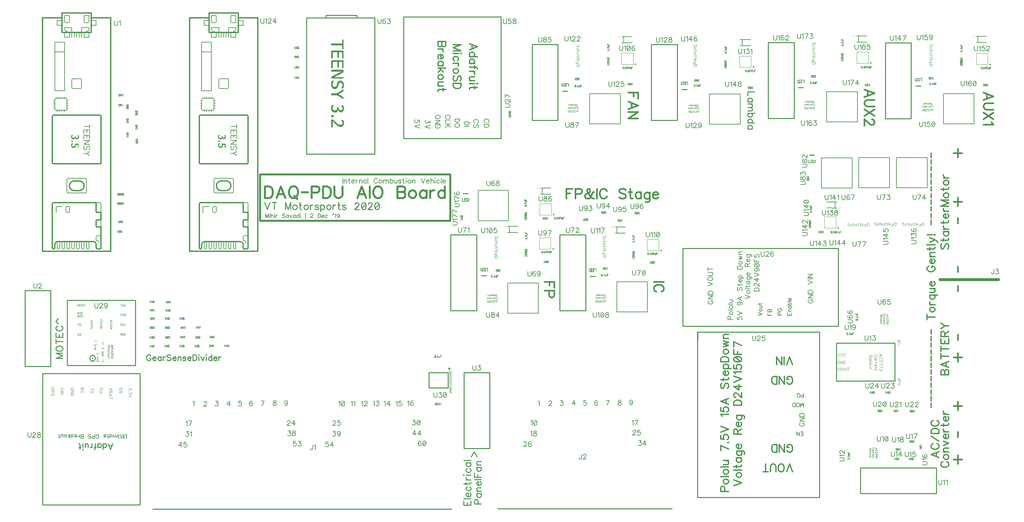
<source format=gbr>
%TF.GenerationSoftware,Novarm,DipTrace,3.3.1.1*%
%TF.CreationDate,2019-12-04T09:18:11-05:00*%
%FSLAX35Y35*%
%MOMM*%
%TF.FileFunction,Legend,Top*%
%TF.Part,Single*%
%ADD10C,0.25*%
%ADD12C,0.0762*%
%ADD13C,0.03333*%
%ADD14C,0.05*%
%ADD17C,0.5*%
%ADD18C,0.2*%
%ADD26C,0.8*%
%ADD29C,0.3048*%
%ADD30C,0.127*%
%ADD46O,0.39649X0.42205*%
%ADD49O,0.57292X0.57339*%
%ADD53C,0.1*%
%ADD67O,0.41718X0.40802*%
%ADD165C,0.19608*%
%ADD166C,0.39216*%
%ADD167C,0.27451*%
%ADD168C,0.23529*%
%ADD169C,0.15686*%
%ADD170C,0.47059*%
%ADD171C,0.31373*%
%ADD172C,0.2032*%
%ADD173C,0.07843*%
%ADD174C,0.11765*%
G75*
G01*
%LPD*%
X4750017Y999237D2*
D10*
X12550017D1*
X13746270Y1013323D2*
X18296270D1*
X25278018Y6991572D2*
D26*
X26801972D1*
X3659737Y13824471D2*
D29*
Y7728420D1*
X1881737D2*
Y13824471D1*
X2135813Y10039642D2*
Y11258728D1*
G02X2161060Y11284242I25193J319D01*
G01*
X3380413D1*
G02X3405660Y11258728I54J-25195D01*
G01*
Y10039642D1*
G02X3380413Y10014128I-25193J-319D01*
G01*
X2161060D1*
G02X2135813Y10039642I-54J25195D01*
G01*
X3659737Y7728420D2*
X1881737D1*
X3151762Y13443623D2*
Y13634047D1*
Y13760996D1*
Y13824471D1*
Y13951420D1*
X2389711D1*
Y13824471D1*
Y13760996D1*
Y13634047D1*
Y13443623D1*
X2453186D1*
X2548487D1*
X2580313D1*
X2643787D1*
X2707262D1*
X2770737D1*
X2834211D1*
X2897686D1*
X2961160D1*
X2992987D1*
X3088287D1*
X3151762D1*
X3659737Y13824471D2*
X3151762D1*
X1881737D2*
X2389711D1*
X3278711Y8998534D2*
D30*
X3380413D1*
G02X3405660Y8973020I54J-25195D01*
G01*
Y8744636D1*
D29*
Y8554212D1*
D30*
Y8363166D1*
D29*
Y8141005D1*
Y7817409D1*
G02X3380413Y7791895I-25193J-319D01*
G01*
X3310537D1*
G02X3278711Y7823632I-108J31718D01*
G01*
Y7918844D1*
G03X3215237Y7982318I-63436J38D01*
G01*
X3088287D1*
X3024813D1*
X2961160D1*
X2897686D1*
X2834211D1*
X2770737D1*
X2707262D1*
X2643787D1*
X2580313D1*
X2516660D1*
X2453186D1*
X2389711D1*
X2326237D1*
X2262762D1*
G03X2199287Y7918844I-38J-63436D01*
G01*
Y7823632D1*
G02X2167461Y7791895I-32024J287D01*
G01*
X2161060D1*
G02X2135813Y7817409I-54J25195D01*
G01*
Y8973020D1*
G02X2161060Y8998534I25193J319D01*
G01*
X3278711D1*
X3088287Y7982318D2*
D30*
Y7817409D1*
G02X3062862Y7791895I-25496J-18D01*
G01*
X3050060D1*
G02X3024813Y7817409I-54J25195D01*
G01*
Y7982318D1*
X2961160D2*
Y7817409D1*
G02X2935913Y7791895I-25193J-319D01*
G01*
X2923111D1*
G02X2897686Y7817409I71J25496D01*
G01*
Y7982318D1*
X2834211D2*
Y7817409D1*
G02X2808786Y7791895I-25496J-18D01*
G01*
X2796162D1*
G02X2770737Y7817409I71J25496D01*
G01*
Y7982318D1*
X2707262D2*
Y7817409D1*
G02X2681837Y7791895I-25496J-18D01*
G01*
X2669213D1*
G02X2643787Y7817409I71J25496D01*
G01*
Y7982318D1*
X2580313D2*
Y7817409D1*
G02X2554887Y7791895I-25496J-18D01*
G01*
X2542086D1*
G02X2516660Y7817409I71J25496D01*
G01*
Y7982318D1*
X2453186D2*
Y7817409D1*
G02X2427760Y7791895I-25496J-18D01*
G01*
X2415137D1*
G02X2389711Y7817409I71J25496D01*
G01*
Y7982318D1*
X2326237D2*
Y7817409D1*
G02X2300811Y7791895I-25496J-18D01*
G01*
X2288187D1*
G02X2262762Y7817409I71J25496D01*
G01*
Y7982318D1*
X2516660Y9607766D2*
Y9277947D1*
G03X2542086Y9252433I25496J-18D01*
G01*
X2999387D1*
G03X3024813Y9277947I-71J25496D01*
G01*
Y9607766D1*
G03X2999387Y9633280I-25496J18D01*
G01*
X2542086D1*
G03X2516660Y9607766I71J-25496D01*
G01*
X2580313Y9442857D2*
D29*
G02X2707262Y9569806I127177J-228D01*
G01*
X2834211D1*
G02X2961160Y9442857I-228J-127177D01*
G01*
G02X2834211Y9315907I-127177J228D01*
G01*
X2707262D1*
G02X2580313Y9442857I228J127177D01*
G01*
X2453186Y13189725D2*
D30*
Y12935204D1*
Y11919611D1*
X2199287D1*
Y12935204D1*
Y13189725D1*
X2453186D1*
Y12935204D2*
X2199287D1*
X2770737Y13443623D2*
Y13316674D1*
X2834211Y13443623D2*
Y13316674D1*
X2897686Y13443623D2*
Y13316674D1*
X2707262Y13443623D2*
Y13316674D1*
X2643787Y13443623D2*
Y13316674D1*
X3278711Y8998534D2*
D29*
Y8769528D1*
G03X3304137Y8744636I25501J617D01*
G01*
X3405660D1*
Y8554212D2*
X3304137D1*
G03X3278711Y8528698I71J-25496D01*
G01*
Y8388680D1*
G03X3304137Y8363166I25496J-18D01*
G01*
X3405660D1*
X2961160Y13443623D2*
D30*
Y13316674D1*
X3088287D1*
Y13443623D1*
X2580313D2*
Y13316674D1*
X2453186D1*
Y13443623D1*
X3151762Y13760996D2*
X3278711D1*
Y13634047D1*
X3151762D1*
X2389711Y13760996D2*
X2262762D1*
Y13634047D1*
X2389711D1*
X3088287Y13887945D2*
Y13729259D1*
G02X3056461Y13697522I-32024J287D01*
G01*
X2992987D1*
G02X2961160Y13729259I197J32024D01*
G01*
Y13887945D1*
X2453186D2*
Y13729259D1*
G03X2485012Y13697522I32024J287D01*
G01*
X2548487D1*
G03X2580313Y13729259I-197J32024D01*
G01*
Y13887945D1*
X3088287D2*
X2961160D1*
X2580313D2*
X2453186D1*
X2199287Y11474666D2*
Y11436706D1*
G03X2224713Y11411191I25496J-18D01*
G01*
X2262762D1*
X2326237D1*
X2389711D1*
X2453186D1*
X2491413D1*
G03X2516660Y11436706I54J25195D01*
G01*
Y11474666D1*
Y11538141D1*
Y11601615D1*
Y11665712D1*
Y11703672D1*
G03X2491413Y11729187I-25193J319D01*
G01*
X2453186D1*
X2389711D1*
X2326237D1*
X2262762D1*
X2224713D1*
G03X2199287Y11703672I71J-25496D01*
G01*
Y11665712D1*
Y11601615D1*
Y11538141D1*
Y11474666D1*
X2872260Y12236983D2*
X2669213D1*
G03X2643787Y12211469I71J-25496D01*
G01*
Y12008599D1*
G03X2669213Y11983085I25496J-18D01*
G01*
X2872260D1*
G03X2897686Y12008599I-71J25496D01*
G01*
Y12211469D1*
G03X2872260Y12236983I-25496J18D01*
G01*
X2554887Y8903322D2*
X2510437D1*
G03X2485012Y8877808I71J-25496D01*
G01*
Y8769528D1*
G03X2510437Y8744636I25501J617D01*
G01*
X2554887D1*
G03X2580313Y8769528I-76J25509D01*
G01*
Y8877808D1*
G03X2554887Y8903322I-25496J18D01*
G01*
X2389711D2*
X2230936D1*
Y8744636D1*
X2389711Y11411191D2*
Y11379454D1*
X2326237Y11411191D2*
Y11379454D1*
X2262762Y11411191D2*
Y11379454D1*
X2453186Y11411191D2*
Y11379454D1*
X2516660Y11474666D2*
X2548487D1*
X2516660Y11538141D2*
X2548487D1*
X2516660Y11601615D2*
X2548487D1*
X2516660Y11665712D2*
X2548487D1*
X2453186Y11729187D2*
Y11760924D1*
X2389711Y11729187D2*
Y11760924D1*
X2326237Y11729187D2*
Y11760924D1*
X2262762Y11729187D2*
Y11760924D1*
X2199287Y11474666D2*
X2167461D1*
X2199287Y11538141D2*
X2167461D1*
X2199287Y11601615D2*
X2167461D1*
X2199287Y11665712D2*
X2167461D1*
X3405660Y8141005D2*
X3310537D1*
G03X3278711Y8109268I-108J-31718D01*
G01*
Y8014056D1*
X3310537D1*
G02X3342186Y7982318I-70J-31718D01*
G01*
Y7950581D1*
X2897686Y13443623D2*
Y13570572D1*
X3088287D1*
Y13523900D1*
G02X3074063Y13497763I-30605J-283D01*
G01*
X2992987Y13443623D1*
X2643787D2*
Y13570572D1*
X2453186D1*
Y13523900D1*
G03X2467410Y13497763I30605J-283D01*
G01*
X2548487Y13443623D1*
X1417270Y6708250D2*
D10*
X2090270D1*
Y4727250D1*
X1417270D1*
Y6708250D1*
X13539260Y2581270D2*
X12866260D1*
Y4562270D1*
X13539260D1*
Y2581270D1*
X25185347Y2079553D2*
X23204347D1*
Y1406553D1*
X25185347D1*
Y2079553D1*
X24103919Y5336910D2*
X22578069D1*
Y4346060D1*
X24103919D1*
Y5336910D1*
X18957603Y1306167D2*
X22137603D1*
Y5626167D1*
X18957603D1*
Y1306167D1*
X18962691Y5624007D2*
Y5404119D1*
X18572570Y5778260D2*
X22632570D1*
Y7808260D1*
X18572570D1*
Y5778260D1*
X4422133Y1109053D2*
X1882133D1*
Y4538053D1*
X4422133D1*
Y1109053D1*
X4302470Y6456507D2*
X2524470D1*
Y4754707D1*
X4302470D1*
Y6456507D1*
X3108010Y4941820D2*
X3108182Y4947179D1*
X3108697Y4952513D1*
X3109552Y4957795D1*
X3110744Y4962999D1*
X3112266Y4968099D1*
X3114112Y4973072D1*
X3116272Y4977892D1*
X3118735Y4982537D1*
X3121490Y4986983D1*
X3124524Y4991209D1*
X3127820Y4995195D1*
X3131365Y4998920D1*
X3135139Y5002367D1*
X3139125Y5005520D1*
X3143303Y5008362D1*
X3147653Y5010880D1*
X3152154Y5013061D1*
X3156784Y5014895D1*
X3161520Y5016373D1*
X3166339Y5017489D1*
X3171218Y5018235D1*
X3176133Y5018609D1*
X3181060D1*
X3185975Y5018235D1*
X3190853Y5017489D1*
X3195673Y5016373D1*
X3200409Y5014895D1*
X3205038Y5013061D1*
X3209539Y5010880D1*
X3213890Y5008362D1*
X3218068Y5005520D1*
X3222054Y5002367D1*
X3225828Y4998920D1*
X3229372Y4995195D1*
X3232669Y4991209D1*
X3235702Y4986983D1*
X3238457Y4982537D1*
X3240920Y4977892D1*
X3243080Y4973072D1*
X3244926Y4968099D1*
X3246448Y4962999D1*
X3247640Y4957795D1*
X3248496Y4952513D1*
X3249011Y4947179D1*
X3249183Y4941820D1*
X3249011Y4936460D1*
X3248496Y4931126D1*
X3247640Y4925844D1*
X3246448Y4920641D1*
X3244926Y4915540D1*
X3243080Y4910567D1*
X3240920Y4905747D1*
X3238457Y4901103D1*
X3235702Y4896656D1*
X3232669Y4892430D1*
X3229372Y4888445D1*
X3225828Y4884719D1*
X3222054Y4881272D1*
X3218068Y4878119D1*
X3213890Y4875277D1*
X3209539Y4872760D1*
X3205038Y4870578D1*
X3200409Y4868744D1*
X3195673Y4867266D1*
X3190853Y4866151D1*
X3185975Y4865404D1*
X3181060Y4865030D1*
X3176133D1*
X3171218Y4865404D1*
X3166339Y4866151D1*
X3161520Y4867266D1*
X3156784Y4868744D1*
X3152154Y4870578D1*
X3147653Y4872760D1*
X3143303Y4875277D1*
X3139125Y4878119D1*
X3135139Y4881272D1*
X3131365Y4884719D1*
X3127820Y4888445D1*
X3124524Y4892430D1*
X3121490Y4896656D1*
X3118735Y4901103D1*
X3116272Y4905747D1*
X3114112Y4910567D1*
X3112266Y4915540D1*
X3110744Y4920641D1*
X3109552Y4925844D1*
X3108697Y4931126D1*
X3108182Y4936460D1*
X3108010Y4941820D1*
D46*
X3179930Y4940543D3*
X12454979Y4563948D2*
D10*
X11954983D1*
Y4163886D1*
X12454979D1*
Y4563948D1*
D49*
X12483565Y4670311D3*
X13829260Y13853740D2*
D10*
X11289260D1*
Y10678740D1*
X13829260D1*
Y13853740D1*
X10537417Y13829272D2*
Y10273253D1*
X8759417D1*
Y13829272D1*
X10537417D1*
X9267391D2*
Y13899253D1*
X10073359D1*
Y13829272D2*
Y13899253D1*
X22191034Y10169944D2*
D18*
X22991066D1*
Y9379954D1*
X22191034D1*
Y10169944D1*
D53*
Y9379954D1*
Y10169944D1*
X22991066D2*
Y9379954D1*
X22291038Y9274920D2*
D3*
G03X22291038Y9264927I29J-4997D01*
G01*
D3*
G03X22291038Y9274920I-29J4997D01*
G01*
X14026251Y9324063D2*
D18*
Y8524031D1*
X13236261D1*
Y9324063D1*
X14026251D1*
D53*
X13236261D1*
X14026251D1*
Y8524031D2*
X13236261D1*
X13131227Y9224059D2*
D3*
G03X13121234Y9224059I-4997J-29D01*
G01*
D3*
G03X13131227Y9224059I4997J29D01*
G01*
X14809166Y6114849D2*
D18*
X14009134D1*
Y6904839D1*
X14809166D1*
Y6114849D1*
D53*
Y6904839D1*
Y6114849D1*
X14009134D2*
Y6904839D1*
X14709162Y7009873D2*
D3*
G03X14709162Y7019866I-29J4997D01*
G01*
D3*
G03X14709162Y7009873I29J-4997D01*
G01*
X17652439Y6148399D2*
D18*
X16852407D1*
Y6938389D1*
X17652439D1*
Y6148399D1*
D53*
Y6938389D1*
Y6148399D1*
X16852407D2*
Y6938389D1*
X17552435Y7043423D2*
D3*
G03X17552435Y7053416I-29J4997D01*
G01*
D3*
G03X17552435Y7043423I29J-4997D01*
G01*
X13196060Y6183047D2*
D10*
X12523060D1*
Y8164047D1*
X13196060D1*
Y6183047D1*
X16041840Y6179367D2*
X15368840D1*
Y8160367D1*
X16041840D1*
Y6179367D1*
X23163904Y10178471D2*
D18*
X23963936D1*
Y9388481D1*
X23163904D1*
Y10178471D1*
D53*
Y9388481D1*
Y10178471D1*
X23963936D2*
Y9388481D1*
X23263908Y9283447D2*
D3*
G03X23263908Y9273454I29J-4997D01*
G01*
D3*
G03X23263908Y9283447I-29J4997D01*
G01*
X24146911Y10178441D2*
D18*
X24946943D1*
Y9388451D1*
X24146911D1*
Y10178441D1*
D53*
Y9388451D1*
Y10178441D1*
X24946943D2*
Y9388451D1*
X24246915Y9283417D2*
D3*
G03X24246915Y9273424I29J-4997D01*
G01*
D3*
G03X24246915Y9283417I-29J4997D01*
G01*
X13324947Y7093383D2*
D10*
X13455834D1*
X16155201Y7077427D2*
X16286087D1*
X22003023Y10243173D2*
X21872136D1*
X15316310Y11152587D2*
X14643310D1*
Y13133587D1*
X15316310D1*
Y11152587D1*
X15141331Y8679023D2*
D53*
X14841349D1*
Y8979025D1*
X15141331D1*
Y8679023D1*
D67*
X15205897Y8684596D3*
X14910753Y9223253D2*
D18*
Y9379551D1*
X14790783Y9380331D2*
D10*
D3*
X14862393Y9381698D2*
D18*
X15128280Y9381507D1*
X14862393Y9222648D2*
X15129954D1*
X15129761Y7787350D2*
D53*
X14829779D1*
Y8087352D1*
X15129761D1*
Y7787350D1*
D67*
X15194327Y7792923D3*
X15437857Y11915403D2*
D10*
X15568744D1*
X14053746Y8227263D2*
D18*
Y8383561D1*
X13933776Y8384341D2*
D10*
D3*
X14005386Y8385708D2*
D18*
X14271273Y8385517D1*
X14005386Y8226658D2*
X14272947D1*
X17274811Y12611923D2*
D53*
X16974829D1*
Y12911925D1*
X17274811D1*
Y12611923D1*
D67*
X17339377Y12617496D3*
X17945828Y7747217D2*
D53*
X17645846D1*
Y8047218D1*
X17945828D1*
Y7747217D1*
D67*
X18010394Y7752789D3*
X16857990Y8206463D2*
D18*
Y8362761D1*
X16738020Y8363541D2*
D10*
D3*
X16809629Y8364908D2*
D18*
X17075517Y8364717D1*
X16809629Y8205858D2*
X17077191D1*
X17030553Y13177129D2*
Y13333428D1*
X16910583Y13334207D2*
D10*
D3*
X16982193Y13335575D2*
D18*
X17248080Y13335384D1*
X16982193Y13176525D2*
X17249754D1*
X7490567Y13825121D2*
D29*
Y7729070D1*
X5712567D2*
Y13825121D1*
X5966643Y10040292D2*
Y11259378D1*
G02X5991890Y11284892I25193J319D01*
G01*
X7211243D1*
G02X7236490Y11259378I54J-25195D01*
G01*
Y10040292D1*
G02X7211243Y10014778I-25193J-319D01*
G01*
X5991890D1*
G02X5966643Y10040292I-54J25195D01*
G01*
X7490567Y7729070D2*
X5712567D1*
X6982592Y13444273D2*
Y13634697D1*
Y13761646D1*
Y13825121D1*
Y13952070D1*
X6220541D1*
Y13825121D1*
Y13761646D1*
Y13634697D1*
Y13444273D1*
X6284016D1*
X6379317D1*
X6411143D1*
X6474617D1*
X6538092D1*
X6601567D1*
X6665041D1*
X6728516D1*
X6791990D1*
X6823817D1*
X6919117D1*
X6982592D1*
X7490567Y13825121D2*
X6982592D1*
X5712567D2*
X6220541D1*
X7109541Y8999184D2*
D30*
X7211243D1*
G02X7236490Y8973670I54J-25195D01*
G01*
Y8745286D1*
D29*
Y8554862D1*
D30*
Y8363816D1*
D29*
Y8141655D1*
Y7818059D1*
G02X7211243Y7792545I-25193J-319D01*
G01*
X7141367D1*
G02X7109541Y7824282I-108J31718D01*
G01*
Y7919494D1*
G03X7046067Y7982968I-63436J38D01*
G01*
X6919117D1*
X6855643D1*
X6791990D1*
X6728516D1*
X6665041D1*
X6601567D1*
X6538092D1*
X6474617D1*
X6411143D1*
X6347490D1*
X6284016D1*
X6220541D1*
X6157067D1*
X6093592D1*
G03X6030117Y7919494I-38J-63436D01*
G01*
Y7824282D1*
G02X5998291Y7792545I-32024J287D01*
G01*
X5991890D1*
G02X5966643Y7818059I-54J25195D01*
G01*
Y8973670D1*
G02X5991890Y8999184I25193J319D01*
G01*
X7109541D1*
X6919117Y7982968D2*
D30*
Y7818059D1*
G02X6893692Y7792545I-25496J-18D01*
G01*
X6880890D1*
G02X6855643Y7818059I-54J25195D01*
G01*
Y7982968D1*
X6791990D2*
Y7818059D1*
G02X6766743Y7792545I-25193J-319D01*
G01*
X6753941D1*
G02X6728516Y7818059I71J25496D01*
G01*
Y7982968D1*
X6665041D2*
Y7818059D1*
G02X6639616Y7792545I-25496J-18D01*
G01*
X6626992D1*
G02X6601567Y7818059I71J25496D01*
G01*
Y7982968D1*
X6538092D2*
Y7818059D1*
G02X6512667Y7792545I-25496J-18D01*
G01*
X6500043D1*
G02X6474617Y7818059I71J25496D01*
G01*
Y7982968D1*
X6411143D2*
Y7818059D1*
G02X6385717Y7792545I-25496J-18D01*
G01*
X6372916D1*
G02X6347490Y7818059I71J25496D01*
G01*
Y7982968D1*
X6284016D2*
Y7818059D1*
G02X6258590Y7792545I-25496J-18D01*
G01*
X6245967D1*
G02X6220541Y7818059I71J25496D01*
G01*
Y7982968D1*
X6157067D2*
Y7818059D1*
G02X6131641Y7792545I-25496J-18D01*
G01*
X6119017D1*
G02X6093592Y7818059I71J25496D01*
G01*
Y7982968D1*
X6347490Y9608416D2*
Y9278597D1*
G03X6372916Y9253083I25496J-18D01*
G01*
X6830217D1*
G03X6855643Y9278597I-71J25496D01*
G01*
Y9608416D1*
G03X6830217Y9633930I-25496J18D01*
G01*
X6372916D1*
G03X6347490Y9608416I71J-25496D01*
G01*
X6411143Y9443507D2*
D29*
G02X6538092Y9570456I127177J-228D01*
G01*
X6665041D1*
G02X6791990Y9443507I-228J-127177D01*
G01*
G02X6665041Y9316557I-127177J228D01*
G01*
X6538092D1*
G02X6411143Y9443507I228J127177D01*
G01*
X6284016Y13190375D2*
D30*
Y12935854D1*
Y11920261D1*
X6030117D1*
Y12935854D1*
Y13190375D1*
X6284016D1*
Y12935854D2*
X6030117D1*
X6601567Y13444273D2*
Y13317324D1*
X6665041Y13444273D2*
Y13317324D1*
X6728516Y13444273D2*
Y13317324D1*
X6538092Y13444273D2*
Y13317324D1*
X6474617Y13444273D2*
Y13317324D1*
X7109541Y8999184D2*
D29*
Y8770178D1*
G03X7134967Y8745286I25501J617D01*
G01*
X7236490D1*
Y8554862D2*
X7134967D1*
G03X7109541Y8529348I71J-25496D01*
G01*
Y8389330D1*
G03X7134967Y8363816I25496J-18D01*
G01*
X7236490D1*
X6791990Y13444273D2*
D30*
Y13317324D1*
X6919117D1*
Y13444273D1*
X6411143D2*
Y13317324D1*
X6284016D1*
Y13444273D1*
X6982592Y13761646D2*
X7109541D1*
Y13634697D1*
X6982592D1*
X6220541Y13761646D2*
X6093592D1*
Y13634697D1*
X6220541D1*
X6919117Y13888595D2*
Y13729909D1*
G02X6887291Y13698172I-32024J287D01*
G01*
X6823817D1*
G02X6791990Y13729909I197J32024D01*
G01*
Y13888595D1*
X6284016D2*
Y13729909D1*
G03X6315842Y13698172I32024J287D01*
G01*
X6379317D1*
G03X6411143Y13729909I-197J32024D01*
G01*
Y13888595D1*
X6919117D2*
X6791990D1*
X6411143D2*
X6284016D1*
X6030117Y11475316D2*
Y11437356D1*
G03X6055543Y11411841I25496J-18D01*
G01*
X6093592D1*
X6157067D1*
X6220541D1*
X6284016D1*
X6322243D1*
G03X6347490Y11437356I54J25195D01*
G01*
Y11475316D1*
Y11538791D1*
Y11602265D1*
Y11666362D1*
Y11704322D1*
G03X6322243Y11729837I-25193J319D01*
G01*
X6284016D1*
X6220541D1*
X6157067D1*
X6093592D1*
X6055543D1*
G03X6030117Y11704322I71J-25496D01*
G01*
Y11666362D1*
Y11602265D1*
Y11538791D1*
Y11475316D1*
X6703090Y12237633D2*
X6500043D1*
G03X6474617Y12212119I71J-25496D01*
G01*
Y12009249D1*
G03X6500043Y11983735I25496J-18D01*
G01*
X6703090D1*
G03X6728516Y12009249I-71J25496D01*
G01*
Y12212119D1*
G03X6703090Y12237633I-25496J18D01*
G01*
X6385717Y8903972D2*
X6341267D1*
G03X6315842Y8878458I71J-25496D01*
G01*
Y8770178D1*
G03X6341267Y8745286I25501J617D01*
G01*
X6385717D1*
G03X6411143Y8770178I-76J25509D01*
G01*
Y8878458D1*
G03X6385717Y8903972I-25496J18D01*
G01*
X6220541D2*
X6061766D1*
Y8745286D1*
X6220541Y11411841D2*
Y11380104D1*
X6157067Y11411841D2*
Y11380104D1*
X6093592Y11411841D2*
Y11380104D1*
X6284016Y11411841D2*
Y11380104D1*
X6347490Y11475316D2*
X6379317D1*
X6347490Y11538791D2*
X6379317D1*
X6347490Y11602265D2*
X6379317D1*
X6347490Y11666362D2*
X6379317D1*
X6284016Y11729837D2*
Y11761574D1*
X6220541Y11729837D2*
Y11761574D1*
X6157067Y11729837D2*
Y11761574D1*
X6093592Y11729837D2*
Y11761574D1*
X6030117Y11475316D2*
X5998291D1*
X6030117Y11538791D2*
X5998291D1*
X6030117Y11602265D2*
X5998291D1*
X6030117Y11666362D2*
X5998291D1*
X7236490Y8141655D2*
X7141367D1*
G03X7109541Y8109918I-108J-31718D01*
G01*
Y8014706D1*
X7141367D1*
G02X7173016Y7982968I-70J-31718D01*
G01*
Y7951231D1*
X6728516Y13444273D2*
Y13571222D1*
X6919117D1*
Y13524550D1*
G02X6904893Y13498413I-30605J-283D01*
G01*
X6823817Y13444273D1*
X6474617D2*
Y13571222D1*
X6284016D1*
Y13524550D1*
G03X6298240Y13498413I30605J-283D01*
G01*
X6379317Y13444273D1*
X16946339Y11059919D2*
D18*
X16146307D1*
Y11849909D1*
X16946339D1*
Y11059919D1*
D53*
Y11849909D1*
Y11059919D1*
X16146307D2*
Y11849909D1*
X16846335Y11954943D2*
D3*
G03X16846335Y11964936I-29J4997D01*
G01*
D3*
G03X16846335Y11954943I29J-4997D01*
G01*
X18427127Y11151057D2*
D10*
X17754127D1*
Y13132057D1*
X18427127D1*
Y11151057D1*
X18549981Y11957187D2*
X18680867D1*
X20354244Y12532310D2*
D53*
X20054262D1*
Y12832312D1*
X20354244D1*
Y12532310D1*
D67*
X20418810Y12537883D3*
X20124853Y13098566D2*
D18*
Y13254864D1*
X20004883Y13255644D2*
D10*
D3*
X20076493Y13257012D2*
D18*
X20342380Y13256821D1*
X20076493Y13097962D2*
X20344054D1*
X22567774Y8339733D2*
D53*
X22267792D1*
Y8639735D1*
X22567774D1*
Y8339733D1*
D67*
X22632340Y8345306D3*
X22547990Y9020464D2*
D18*
Y8864166D1*
X22667960Y8863386D2*
D10*
D3*
X22596351Y8862018D2*
D18*
X22330463Y8862209D1*
X22596351Y9021068D2*
X22328789D1*
X24527337Y11198913D2*
D10*
X23854337D1*
Y13179913D1*
X24527337D1*
Y11198913D1*
X20071739Y11049323D2*
D18*
X19271707D1*
Y11839312D1*
X20071739D1*
Y11049323D1*
D53*
Y11839312D1*
Y11049323D1*
X19271707D2*
Y11839312D1*
X19971735Y11944347D2*
D3*
G03X19971735Y11954340I-29J4997D01*
G01*
D3*
G03X19971735Y11944347I29J-4997D01*
G01*
X24652004Y12048323D2*
D10*
X24782891D1*
X26527001Y12605497D2*
D53*
X26227019D1*
Y12905498D1*
X26527001D1*
Y12605497D1*
D67*
X26591567Y12611069D3*
X26274443Y13183086D2*
D18*
Y13339384D1*
X26154473Y13340164D2*
D10*
D3*
X26226083Y13341532D2*
D18*
X26491970Y13341341D1*
X26226083Y13182482D2*
X26493644D1*
X26171819Y11055923D2*
X25371787D1*
Y11845912D1*
X26171819D1*
Y11055923D1*
D53*
Y11845912D1*
Y11055923D1*
X25371787D2*
Y11845912D1*
X26071815Y11950947D2*
D3*
G03X26071815Y11960940I-29J4997D01*
G01*
D3*
G03X26071815Y11950947I29J-4997D01*
G01*
X21476633Y11202493D2*
D10*
X20803633D1*
Y13183493D1*
X21476633D1*
Y11202493D1*
X21587394Y12004430D2*
X21718281D1*
X23413914Y12642780D2*
D53*
X23113932D1*
Y12942782D1*
X23413914D1*
Y12642780D1*
D67*
X23478480Y12648353D3*
X23158403Y13192816D2*
D18*
Y13349114D1*
X23038433Y13349894D2*
D10*
D3*
X23110043Y13351262D2*
D18*
X23375930Y13351071D1*
X23110043Y13192212D2*
X23377604D1*
X23128223Y11106506D2*
X22328191D1*
Y11896496D1*
X23128223D1*
Y11106506D1*
D53*
Y11896496D1*
Y11106506D1*
X22328191D2*
Y11896496D1*
X23028219Y12001530D2*
D3*
G03X23028219Y12011523I-29J4997D01*
G01*
D3*
G03X23028219Y12001530I29J-4997D01*
G01*
X12970723Y9241970D2*
D10*
X12839836D1*
X7549940Y9742360D2*
D17*
X12514963D1*
Y8523983D1*
X7549940D1*
Y9742360D1*
X2636559Y10773728D2*
D12*
X2659419D1*
X2635242Y10769918D2*
X2657513D1*
X2633974Y10766108D2*
X2655301D1*
X2785149D2*
X2808009D1*
X2632766Y10762298D2*
X2653106D1*
X2787055D2*
X2809312D1*
X2631480Y10758488D2*
X2651138D1*
X2789268D2*
X2810461D1*
X2630335Y10754678D2*
X2649505D1*
X2791462D2*
X2811317D1*
X2629587Y10750868D2*
X2648125D1*
X2793430D2*
X2812176D1*
X2629073Y10747058D2*
X2646765D1*
X2795063D2*
X2813256D1*
X2628417Y10743248D2*
X2645577D1*
X2796444D2*
X2814302D1*
X2627434Y10739438D2*
X2644699D1*
X2797803D2*
X2814993D1*
X2626430Y10735628D2*
X2643830D1*
X2720379D2*
X2735619D1*
X2798977D2*
X2815356D1*
X2625756Y10731818D2*
X2642760D1*
X2720379D2*
X2735764D1*
X2799721D2*
X2815521D1*
X2625399Y10728008D2*
X2641846D1*
X2720379D2*
X2736253D1*
X2800104D2*
X2815589D1*
X2625252Y10724198D2*
X2641640D1*
X2720379D2*
X2737166D1*
X2800277D2*
X2815615D1*
X2625318Y10720388D2*
X2642205D1*
X2720379D2*
X2738158D1*
X2800333D2*
X2815624D1*
X2625778Y10716578D2*
X2643150D1*
X2720364D2*
X2738956D1*
X2800226D2*
X2815628D1*
X2626681Y10712768D2*
X2644247D1*
X2720230D2*
X2739810D1*
X2799735D2*
X2815629D1*
X2627670Y10708958D2*
X2645636D1*
X2719730D2*
X2741048D1*
X2798677D2*
X2815614D1*
X2628467Y10705148D2*
X2647414D1*
X2718654D2*
X2742890D1*
X2797037D2*
X2815480D1*
X2629320Y10701338D2*
X2649868D1*
X2716864D2*
X2745295D1*
X2794499D2*
X2814995D1*
X2630528Y10697528D2*
X2653731D1*
X2714447D2*
X2751135D1*
X2791002D2*
X2814067D1*
X2632072Y10693718D2*
X2660194D1*
X2707899D2*
X2727396D1*
X2736223D2*
X2759839D1*
X2782706D2*
X2812942D1*
X2633824Y10689908D2*
X2670569D1*
X2697644D2*
X2726302D1*
X2737316D2*
X2771672D1*
X2771451D2*
X2811643D1*
X2635813Y10686098D2*
X2684933D1*
X2683371D2*
X2724681D1*
X2738937D2*
X2809743D1*
X2638323Y10682288D2*
X2722467D1*
X2741166D2*
X2807043D1*
X2641783Y10678478D2*
X2719574D1*
X2744189D2*
X2803642D1*
X2646362Y10674668D2*
X2716079D1*
X2748127D2*
X2799487D1*
X2652144Y10670858D2*
X2711882D1*
X2753031D2*
X2794474D1*
X2659201Y10667048D2*
X2706853D1*
X2758479D2*
X2788959D1*
X2667039Y10663238D2*
X2701329D1*
X2628939Y10621328D2*
X2659419D1*
X2628939Y10617518D2*
X2659419D1*
X2628939Y10613708D2*
X2659419D1*
X2628939Y10609898D2*
X2659419D1*
X2628939Y10606088D2*
X2659419D1*
X2628939Y10602278D2*
X2659419D1*
X2628939Y10598468D2*
X2659419D1*
X2628939Y10594658D2*
X2659419D1*
X2636559Y10548938D2*
X2659419D1*
X2634655Y10545128D2*
X2657513D1*
X2633073Y10541318D2*
X2655301D1*
X2720379D2*
X2811819D1*
X2631606Y10537508D2*
X2653106D1*
X2721682D2*
X2811819D1*
X2630383Y10533698D2*
X2651138D1*
X2722816D2*
X2811819D1*
X2629604Y10529888D2*
X2649505D1*
X2723538D2*
X2811819D1*
X2629080Y10526078D2*
X2648125D1*
X2723911D2*
X2811819D1*
X2628419Y10522268D2*
X2646765D1*
X2724079D2*
X2811819D1*
X2627435Y10518458D2*
X2645577D1*
X2724148D2*
X2811819D1*
X2626431Y10514648D2*
X2644699D1*
X2724175D2*
X2739429D1*
X2796579D2*
X2811819D1*
X2625756Y10510838D2*
X2643845D1*
X2724184D2*
X2739429D1*
X2796579D2*
X2811819D1*
X2625399Y10507028D2*
X2642894D1*
X2724188D2*
X2739429D1*
X2796579D2*
X2811819D1*
X2625252Y10503218D2*
X2642332D1*
X2724189D2*
X2739429D1*
X2796579D2*
X2811819D1*
X2625318Y10499408D2*
X2642553D1*
X2724174D2*
X2739429D1*
X2796579D2*
X2811819D1*
X2625778Y10495598D2*
X2643181D1*
X2724040D2*
X2739429D1*
X2796579D2*
X2811819D1*
X2626681Y10491788D2*
X2643830D1*
X2723540D2*
X2739429D1*
X2796579D2*
X2811819D1*
X2627670Y10487978D2*
X2644749D1*
X2722479D2*
X2739414D1*
X2796579D2*
X2811819D1*
X2628467Y10484168D2*
X2646432D1*
X2720867D2*
X2739280D1*
X2796579D2*
X2811819D1*
X2629320Y10480358D2*
X2649043D1*
X2718641D2*
X2738795D1*
X2796579D2*
X2811819D1*
X2630528Y10476548D2*
X2652655D1*
X2715511D2*
X2737868D1*
X2796579D2*
X2811819D1*
X2632072Y10472738D2*
X2657167D1*
X2711596D2*
X2736742D1*
X2796579D2*
X2811819D1*
X2633824Y10468928D2*
X2669052D1*
X2701520D2*
X2735458D1*
X2796579D2*
X2811819D1*
X2635813Y10465118D2*
X2687060D1*
X2686036D2*
X2733692D1*
X2796579D2*
X2811819D1*
X2638323Y10461308D2*
X2731477D1*
X2796579D2*
X2811819D1*
X2641768Y10457498D2*
X2728985D1*
X2796579D2*
X2811819D1*
X2646250Y10453688D2*
X2725731D1*
X2796579D2*
X2811819D1*
X2651914Y10449878D2*
X2720846D1*
X2796579D2*
X2811819D1*
X2659613Y10446068D2*
X2713730D1*
X2796579D2*
X2811819D1*
X2670110Y10442258D2*
X2704337D1*
X2796579D2*
X2811819D1*
X2682279Y10438448D2*
X2693709D1*
X4341830Y11407331D2*
D13*
X4346830D1*
X4308497Y11405664D2*
X4320163D1*
X4341830D2*
X4346830D1*
X4305040Y11403997D2*
X4323938D1*
X4341830D2*
X4346830D1*
X4302062Y11402331D2*
X4327059D1*
X4341830D2*
X4346830D1*
X4299698Y11400664D2*
X4329526D1*
X4341830D2*
X4346830D1*
X4297982Y11398997D2*
X4331583D1*
X4341817D2*
X4346830D1*
X4296720Y11397331D2*
X4307158D1*
X4323169D2*
X4333538D1*
X4341690D2*
X4346830D1*
X4295704Y11395664D2*
X4304523D1*
X4325811D2*
X4335783D1*
X4341387D2*
X4346830D1*
X4294850Y11393997D2*
X4302363D1*
X4328035D2*
X4338613D1*
X4340088D2*
X4346830D1*
X4294147Y11392331D2*
X4300703D1*
X4329973D2*
X4346830D1*
X4293550Y11390664D2*
X4299410D1*
X4331761D2*
X4346830D1*
X4292959Y11388997D2*
X4298877D1*
X4333497D2*
X4346830D1*
X4292447Y11387331D2*
X4298409D1*
X4292122Y11385664D2*
X4297901D1*
X4291961Y11383997D2*
X4297485D1*
X4291944Y11382331D2*
X4297389D1*
X4292126Y11380664D2*
X4297634D1*
X4292513Y11378997D2*
X4298053D1*
X4292943Y11377331D2*
X4298592D1*
X4333497D2*
X4346830D1*
X4293297Y11375664D2*
X4299411D1*
X4331830D2*
X4346830D1*
X4293722Y11373997D2*
X4300595D1*
X4330150D2*
X4346830D1*
X4294411Y11372331D2*
X4302180D1*
X4328321D2*
X4346830D1*
X4295331Y11370664D2*
X4304612D1*
X4325783D2*
X4335163D1*
X4341830D2*
X4346830D1*
X4296345Y11368997D2*
X4308865D1*
X4321487D2*
X4333490D1*
X4341830D2*
X4346830D1*
X4297536Y11367331D2*
X4315496D1*
X4314839D2*
X4331758D1*
X4341830D2*
X4346830D1*
X4299144Y11365664D2*
X4329815D1*
X4341830D2*
X4346830D1*
X4301309Y11363997D2*
X4327477D1*
X4341830D2*
X4346830D1*
X4303962Y11362331D2*
X4324745D1*
X4341830D2*
X4346830D1*
X4306830Y11360664D2*
X4321830D1*
X4341830D2*
X4346830D1*
X4341830Y11358997D2*
X4346830D1*
X4345163Y11355664D2*
X4346830D1*
X4306830Y11353997D2*
X4308497D1*
X4342927D2*
X4346823D1*
X4306900Y11352331D2*
X4310163D1*
X4340758D2*
X4346752D1*
X4307179Y11350664D2*
X4311830D1*
X4338716D2*
X4346576D1*
X4307856Y11348997D2*
X4313497D1*
X4336674D2*
X4345567D1*
X4308960Y11347331D2*
X4315163D1*
X4334528D2*
X4344027D1*
X4310354Y11345664D2*
X4316837D1*
X4332332D2*
X4342139D1*
X4311904Y11343997D2*
X4318567D1*
X4330023D2*
X4340085D1*
X4313524Y11342331D2*
X4320491D1*
X4327269D2*
X4337904D1*
X4315173Y11340664D2*
X4322727D1*
X4323892D2*
X4335705D1*
X4316833Y11338997D2*
X4333584D1*
X4318498Y11337331D2*
X4331668D1*
X4320164Y11335664D2*
X4330205D1*
X4321830Y11333997D2*
X4329097D1*
X4323497Y11332331D2*
X4337476D1*
X4291830Y11330664D2*
X4346830D1*
X4291830Y11328997D2*
X4346830D1*
X4291830Y11327331D2*
X4346830D1*
X4291830Y11325664D2*
X4346830D1*
X4341830Y11312331D2*
X4346830D1*
X4341830Y11310664D2*
X4346830D1*
X4341830Y11308997D2*
X4346830D1*
X4341830Y11307331D2*
X4346830D1*
X4341830Y11305664D2*
X4346830D1*
X4341830Y11303997D2*
X4346830D1*
X4293497Y11302331D2*
X4346830D1*
X4293770Y11300664D2*
X4346830D1*
X4294962Y11298997D2*
X4346830D1*
X4296683Y11297331D2*
X4346830D1*
X4298478Y11295664D2*
X4305163D1*
X4341830D2*
X4346830D1*
X4299906Y11293997D2*
X4305163D1*
X4341830D2*
X4346830D1*
X4300868Y11292331D2*
X4305163D1*
X4341830D2*
X4346830D1*
X4301402Y11290664D2*
X4305163D1*
X4341830D2*
X4346830D1*
X4301667Y11288997D2*
X4305163D1*
X4341830D2*
X4346830D1*
X4301830Y11287331D2*
X4305163D1*
X4341830D2*
X4346830D1*
X4343263Y11037997D2*
X4348263D1*
X4309930Y11036331D2*
X4321597D1*
X4343263D2*
X4348263D1*
X4306474Y11034664D2*
X4325372D1*
X4343263D2*
X4348263D1*
X4303495Y11032997D2*
X4328492D1*
X4343263D2*
X4348263D1*
X4301131Y11031331D2*
X4330959D1*
X4343263D2*
X4348263D1*
X4299416Y11029664D2*
X4333017D1*
X4343250D2*
X4348263D1*
X4298153Y11027997D2*
X4308591D1*
X4324602D2*
X4334971D1*
X4343123D2*
X4348263D1*
X4297138Y11026331D2*
X4305956D1*
X4327244D2*
X4337216D1*
X4342821D2*
X4348263D1*
X4296283Y11024664D2*
X4303796D1*
X4329469D2*
X4340046D1*
X4341522D2*
X4348263D1*
X4295580Y11022997D2*
X4302136D1*
X4331407D2*
X4348263D1*
X4294983Y11021331D2*
X4300844D1*
X4333194D2*
X4348263D1*
X4294392Y11019664D2*
X4300310D1*
X4334930D2*
X4348263D1*
X4293880Y11017997D2*
X4299842D1*
X4293555Y11016331D2*
X4299334D1*
X4293394Y11014664D2*
X4298918D1*
X4293378Y11012997D2*
X4298822D1*
X4293559Y11011331D2*
X4299067D1*
X4293947Y11009664D2*
X4299487D1*
X4294376Y11007997D2*
X4300025D1*
X4334930D2*
X4348263D1*
X4294730Y11006331D2*
X4300845D1*
X4333263D2*
X4348263D1*
X4295155Y11004664D2*
X4302028D1*
X4331584D2*
X4348263D1*
X4295844Y11002997D2*
X4303613D1*
X4329754D2*
X4348263D1*
X4296765Y11001331D2*
X4306045D1*
X4327216D2*
X4336597D1*
X4343263D2*
X4348263D1*
X4297778Y10999664D2*
X4310298D1*
X4322920D2*
X4334923D1*
X4343263D2*
X4348263D1*
X4298969Y10997997D2*
X4316929D1*
X4316273D2*
X4333192D1*
X4343263D2*
X4348263D1*
X4300577Y10996331D2*
X4331248D1*
X4343263D2*
X4348263D1*
X4302742Y10994664D2*
X4328911D1*
X4343263D2*
X4348263D1*
X4305395Y10992997D2*
X4326178D1*
X4343263D2*
X4348263D1*
X4308263Y10991331D2*
X4323263D1*
X4343263D2*
X4348263D1*
X4343263Y10989664D2*
X4348263D1*
X4346597Y10986331D2*
X4348263D1*
X4308263Y10984664D2*
X4309930D1*
X4344360D2*
X4348257D1*
X4308333Y10982997D2*
X4311597D1*
X4342191D2*
X4348185D1*
X4308612Y10981331D2*
X4313263D1*
X4340150D2*
X4348009D1*
X4309289Y10979664D2*
X4314930D1*
X4338107D2*
X4347000D1*
X4310393Y10977997D2*
X4316597D1*
X4335962D2*
X4345460D1*
X4311788Y10976331D2*
X4318270D1*
X4333766D2*
X4343572D1*
X4313337Y10974664D2*
X4320000D1*
X4331456D2*
X4341518D1*
X4314957Y10972997D2*
X4321924D1*
X4328702D2*
X4339337D1*
X4316606Y10971331D2*
X4324161D1*
X4325325D2*
X4337138D1*
X4318267Y10969664D2*
X4335017D1*
X4319931Y10967997D2*
X4333101D1*
X4321597Y10966331D2*
X4331638D1*
X4323263Y10964664D2*
X4330530D1*
X4324930Y10962997D2*
X4338909D1*
X4293263Y10961331D2*
X4348263D1*
X4293263Y10959664D2*
X4348263D1*
X4293263Y10957997D2*
X4348263D1*
X4293263Y10956331D2*
X4348263D1*
X4343263Y10942997D2*
X4348263D1*
X4343263Y10941331D2*
X4348263D1*
X4343263Y10939664D2*
X4348263D1*
X4343263Y10937997D2*
X4348263D1*
X4343263Y10936331D2*
X4348263D1*
X4343263Y10934664D2*
X4348263D1*
X4294930Y10932997D2*
X4348263D1*
X4295203Y10931331D2*
X4348263D1*
X4296395Y10929664D2*
X4348263D1*
X4298116Y10927997D2*
X4348263D1*
X4299911Y10926331D2*
X4306597D1*
X4343263D2*
X4348263D1*
X4301339Y10924664D2*
X4306597D1*
X4343263D2*
X4348263D1*
X4302301Y10922997D2*
X4306597D1*
X4343263D2*
X4348263D1*
X4302835Y10921331D2*
X4306597D1*
X4343263D2*
X4348263D1*
X4303101Y10919664D2*
X4306597D1*
X4343263D2*
X4348263D1*
X4303263Y10917997D2*
X4306597D1*
X4343263D2*
X4348263D1*
X4352083Y10670231D2*
X4357083D1*
X4318750Y10668564D2*
X4330417D1*
X4352083D2*
X4357083D1*
X4315294Y10666897D2*
X4334192D1*
X4352083D2*
X4357083D1*
X4312315Y10665231D2*
X4337312D1*
X4352083D2*
X4357083D1*
X4309951Y10663564D2*
X4339779D1*
X4352083D2*
X4357083D1*
X4308236Y10661897D2*
X4341837D1*
X4352070D2*
X4357083D1*
X4306973Y10660231D2*
X4317411D1*
X4333422D2*
X4343791D1*
X4351943D2*
X4357083D1*
X4305958Y10658564D2*
X4314776D1*
X4336064D2*
X4346036D1*
X4351641D2*
X4357083D1*
X4305103Y10656897D2*
X4312616D1*
X4338289D2*
X4348866D1*
X4350342D2*
X4357083D1*
X4304400Y10655231D2*
X4310956D1*
X4340227D2*
X4357083D1*
X4303803Y10653564D2*
X4309664D1*
X4342014D2*
X4357083D1*
X4303212Y10651897D2*
X4309130D1*
X4343750D2*
X4357083D1*
X4302700Y10650231D2*
X4308662D1*
X4302375Y10648564D2*
X4308154D1*
X4302214Y10646897D2*
X4307738D1*
X4302198Y10645231D2*
X4307642D1*
X4302379Y10643564D2*
X4307887D1*
X4302767Y10641897D2*
X4308307D1*
X4303196Y10640231D2*
X4308845D1*
X4343750D2*
X4357083D1*
X4303550Y10638564D2*
X4309665D1*
X4342083D2*
X4357083D1*
X4303975Y10636897D2*
X4310848D1*
X4340404D2*
X4357083D1*
X4304664Y10635231D2*
X4312433D1*
X4338574D2*
X4357083D1*
X4305585Y10633564D2*
X4314865D1*
X4336036D2*
X4345417D1*
X4352083D2*
X4357083D1*
X4306598Y10631897D2*
X4319118D1*
X4331740D2*
X4343743D1*
X4352083D2*
X4357083D1*
X4307789Y10630231D2*
X4325749D1*
X4325093D2*
X4342012D1*
X4352083D2*
X4357083D1*
X4309397Y10628564D2*
X4340068D1*
X4352083D2*
X4357083D1*
X4311562Y10626897D2*
X4337731D1*
X4352083D2*
X4357083D1*
X4314215Y10625231D2*
X4334998D1*
X4352083D2*
X4357083D1*
X4317083Y10623564D2*
X4332083D1*
X4352083D2*
X4357083D1*
X4352083Y10621897D2*
X4357083D1*
X4355417Y10618564D2*
X4357083D1*
X4317083Y10616897D2*
X4318750D1*
X4353180D2*
X4357077D1*
X4317153Y10615231D2*
X4320417D1*
X4351011D2*
X4357005D1*
X4317432Y10613564D2*
X4322083D1*
X4348970D2*
X4356829D1*
X4318109Y10611897D2*
X4323750D1*
X4346927D2*
X4355820D1*
X4319213Y10610231D2*
X4325417D1*
X4344782D2*
X4354280D1*
X4320608Y10608564D2*
X4327090D1*
X4342586D2*
X4352392D1*
X4322157Y10606897D2*
X4328820D1*
X4340276D2*
X4350338D1*
X4323777Y10605231D2*
X4330744D1*
X4337522D2*
X4348157D1*
X4325426Y10603564D2*
X4332981D1*
X4334145D2*
X4345958D1*
X4327087Y10601897D2*
X4343837D1*
X4328751Y10600231D2*
X4341921D1*
X4330417Y10598564D2*
X4340458D1*
X4332083Y10596897D2*
X4339350D1*
X4333750Y10595231D2*
X4347729D1*
X4302083Y10593564D2*
X4357083D1*
X4302083Y10591897D2*
X4357083D1*
X4302083Y10590231D2*
X4357083D1*
X4302083Y10588564D2*
X4357083D1*
X4352083Y10575231D2*
X4357083D1*
X4352083Y10573564D2*
X4357083D1*
X4352083Y10571897D2*
X4357083D1*
X4352083Y10570231D2*
X4357083D1*
X4352083Y10568564D2*
X4357083D1*
X4352083Y10566897D2*
X4357083D1*
X4303750Y10565231D2*
X4357083D1*
X4304023Y10563564D2*
X4357083D1*
X4305215Y10561897D2*
X4357083D1*
X4306936Y10560231D2*
X4357083D1*
X4308731Y10558564D2*
X4315417D1*
X4352083D2*
X4357083D1*
X4310159Y10556897D2*
X4315417D1*
X4352083D2*
X4357083D1*
X4311121Y10555231D2*
X4315417D1*
X4352083D2*
X4357083D1*
X4311655Y10553564D2*
X4315417D1*
X4352083D2*
X4357083D1*
X4311921Y10551897D2*
X4315417D1*
X4352083D2*
X4357083D1*
X4312083Y10550231D2*
X4315417D1*
X4352083D2*
X4357083D1*
X4107020Y11568431D2*
X4112020D1*
X4073687Y11566764D2*
X4085353D1*
X4107020D2*
X4112020D1*
X4070230Y11565097D2*
X4089128D1*
X4107020D2*
X4112020D1*
X4067252Y11563431D2*
X4092249D1*
X4107020D2*
X4112020D1*
X4064888Y11561764D2*
X4094716D1*
X4107020D2*
X4112020D1*
X4063172Y11560097D2*
X4096773D1*
X4107007D2*
X4112020D1*
X4061910Y11558431D2*
X4072348D1*
X4088359D2*
X4098728D1*
X4106880D2*
X4112020D1*
X4060894Y11556764D2*
X4069713D1*
X4091001D2*
X4100973D1*
X4106577D2*
X4112020D1*
X4060040Y11555097D2*
X4067553D1*
X4093225D2*
X4103803D1*
X4105278D2*
X4112020D1*
X4059337Y11553431D2*
X4065893D1*
X4095163D2*
X4112020D1*
X4058740Y11551764D2*
X4064600D1*
X4096951D2*
X4112020D1*
X4058149Y11550097D2*
X4064067D1*
X4098687D2*
X4112020D1*
X4057637Y11548431D2*
X4063599D1*
X4057312Y11546764D2*
X4063091D1*
X4057151Y11545097D2*
X4062675D1*
X4057134Y11543431D2*
X4062579D1*
X4057316Y11541764D2*
X4062824D1*
X4057703Y11540097D2*
X4063243D1*
X4058133Y11538431D2*
X4063782D1*
X4098687D2*
X4112020D1*
X4058487Y11536764D2*
X4064601D1*
X4097020D2*
X4112020D1*
X4058912Y11535097D2*
X4065785D1*
X4095340D2*
X4112020D1*
X4059601Y11533431D2*
X4067370D1*
X4093511D2*
X4112020D1*
X4060521Y11531764D2*
X4069802D1*
X4090973D2*
X4100353D1*
X4107020D2*
X4112020D1*
X4061535Y11530097D2*
X4074055D1*
X4086677D2*
X4098680D1*
X4107020D2*
X4112020D1*
X4062726Y11528431D2*
X4080686D1*
X4080029D2*
X4096948D1*
X4107020D2*
X4112020D1*
X4064334Y11526764D2*
X4095005D1*
X4107020D2*
X4112020D1*
X4066499Y11525097D2*
X4092667D1*
X4107020D2*
X4112020D1*
X4069152Y11523431D2*
X4089935D1*
X4107020D2*
X4112020D1*
X4072020Y11521764D2*
X4087020D1*
X4107020D2*
X4112020D1*
X4107020Y11520097D2*
X4112020D1*
X4110353Y11516764D2*
X4112020D1*
X4072020Y11515097D2*
X4073687D1*
X4108117D2*
X4112013D1*
X4072090Y11513431D2*
X4075353D1*
X4105948D2*
X4111942D1*
X4072369Y11511764D2*
X4077020D1*
X4103906D2*
X4111766D1*
X4073046Y11510097D2*
X4078687D1*
X4101864D2*
X4110757D1*
X4074150Y11508431D2*
X4080353D1*
X4099718D2*
X4109217D1*
X4075544Y11506764D2*
X4082027D1*
X4097522D2*
X4107329D1*
X4077094Y11505097D2*
X4083757D1*
X4095213D2*
X4105275D1*
X4078714Y11503431D2*
X4085681D1*
X4092459D2*
X4103094D1*
X4080363Y11501764D2*
X4087917D1*
X4089082D2*
X4100895D1*
X4082023Y11500097D2*
X4098774D1*
X4083688Y11498431D2*
X4096858D1*
X4085354Y11496764D2*
X4095395D1*
X4087020Y11495097D2*
X4094287D1*
X4088687Y11493431D2*
X4102666D1*
X4057020Y11491764D2*
X4112020D1*
X4057020Y11490097D2*
X4112020D1*
X4057020Y11488431D2*
X4112020D1*
X4057020Y11486764D2*
X4112020D1*
X4107020Y11473431D2*
X4112020D1*
X4107020Y11471764D2*
X4112020D1*
X4107020Y11470097D2*
X4112020D1*
X4107020Y11468431D2*
X4112020D1*
X4107020Y11466764D2*
X4112020D1*
X4107020Y11465097D2*
X4112020D1*
X4058687Y11463431D2*
X4112020D1*
X4058960Y11461764D2*
X4112020D1*
X4060152Y11460097D2*
X4112020D1*
X4061873Y11458431D2*
X4112020D1*
X4063668Y11456764D2*
X4070353D1*
X4107020D2*
X4112020D1*
X4065096Y11455097D2*
X4070353D1*
X4107020D2*
X4112020D1*
X4066058Y11453431D2*
X4070353D1*
X4107020D2*
X4112020D1*
X4066592Y11451764D2*
X4070353D1*
X4107020D2*
X4112020D1*
X4066857Y11450097D2*
X4070353D1*
X4107020D2*
X4112020D1*
X4067020Y11448431D2*
X4070353D1*
X4107020D2*
X4112020D1*
X4106247Y11204664D2*
X4111247D1*
X4072913Y11202997D2*
X4084580D1*
X4106247D2*
X4111247D1*
X4069457Y11201331D2*
X4088355D1*
X4106247D2*
X4111247D1*
X4066478Y11199664D2*
X4091475D1*
X4106247D2*
X4111247D1*
X4064115Y11197997D2*
X4093942D1*
X4106247D2*
X4111247D1*
X4062399Y11196331D2*
X4096000D1*
X4106234D2*
X4111247D1*
X4061137Y11194664D2*
X4071574D1*
X4087586D2*
X4097954D1*
X4106107D2*
X4111247D1*
X4060121Y11192997D2*
X4068939D1*
X4090227D2*
X4100199D1*
X4105804D2*
X4111247D1*
X4059266Y11191331D2*
X4066780D1*
X4092452D2*
X4103029D1*
X4104505D2*
X4111247D1*
X4058564Y11189664D2*
X4065120D1*
X4094390D2*
X4111247D1*
X4057967Y11187997D2*
X4063827D1*
X4096178D2*
X4111247D1*
X4057376Y11186331D2*
X4063293D1*
X4097913D2*
X4111247D1*
X4056864Y11184664D2*
X4062825D1*
X4056539Y11182997D2*
X4062317D1*
X4056378Y11181331D2*
X4061902D1*
X4056361Y11179664D2*
X4061806D1*
X4056542Y11177997D2*
X4062051D1*
X4056930Y11176331D2*
X4062470D1*
X4057359Y11174664D2*
X4063008D1*
X4097913D2*
X4111247D1*
X4057714Y11172997D2*
X4063828D1*
X4096247D2*
X4111247D1*
X4058139Y11171331D2*
X4065012D1*
X4094567D2*
X4111247D1*
X4058827Y11169664D2*
X4066597D1*
X4092738D2*
X4111247D1*
X4059748Y11167997D2*
X4069028D1*
X4090199D2*
X4099580D1*
X4106247D2*
X4111247D1*
X4060761Y11166331D2*
X4073282D1*
X4085903D2*
X4097907D1*
X4106247D2*
X4111247D1*
X4061953Y11164664D2*
X4079912D1*
X4079256D2*
X4096175D1*
X4106247D2*
X4111247D1*
X4063560Y11162997D2*
X4094231D1*
X4106247D2*
X4111247D1*
X4065726Y11161331D2*
X4091894D1*
X4106247D2*
X4111247D1*
X4068378Y11159664D2*
X4089161D1*
X4106247D2*
X4111247D1*
X4071247Y11157997D2*
X4086247D1*
X4106247D2*
X4111247D1*
X4106247Y11156331D2*
X4111247D1*
X4109580Y11152997D2*
X4111247D1*
X4071247Y11151331D2*
X4072913D1*
X4107344D2*
X4111240D1*
X4071317Y11149664D2*
X4074580D1*
X4105174D2*
X4111169D1*
X4071595Y11147997D2*
X4076247D1*
X4103133D2*
X4110993D1*
X4072272Y11146331D2*
X4077913D1*
X4101091D2*
X4109983D1*
X4073376Y11144664D2*
X4079580D1*
X4098945D2*
X4108444D1*
X4074771Y11142997D2*
X4081253D1*
X4096749D2*
X4106556D1*
X4076320Y11141331D2*
X4082983D1*
X4094440D2*
X4104501D1*
X4077940Y11139664D2*
X4084908D1*
X4091686D2*
X4102321D1*
X4079589Y11137997D2*
X4087144D1*
X4088308D2*
X4100121D1*
X4081250Y11136331D2*
X4098000D1*
X4082914Y11134664D2*
X4096084D1*
X4084580Y11132997D2*
X4094622D1*
X4086247Y11131331D2*
X4093514D1*
X4087913Y11129664D2*
X4101893D1*
X4056247Y11127997D2*
X4111247D1*
X4056247Y11126331D2*
X4111247D1*
X4056247Y11124664D2*
X4111247D1*
X4056247Y11122997D2*
X4111247D1*
X4106247Y11109664D2*
X4111247D1*
X4106247Y11107997D2*
X4111247D1*
X4106247Y11106331D2*
X4111247D1*
X4106247Y11104664D2*
X4111247D1*
X4106247Y11102997D2*
X4111247D1*
X4106247Y11101331D2*
X4111247D1*
X4057913Y11099664D2*
X4111247D1*
X4058187Y11097997D2*
X4111247D1*
X4059378Y11096331D2*
X4111247D1*
X4061100Y11094664D2*
X4111247D1*
X4062894Y11092997D2*
X4069580D1*
X4106247D2*
X4111247D1*
X4064322Y11091331D2*
X4069580D1*
X4106247D2*
X4111247D1*
X4065285Y11089664D2*
X4069580D1*
X4106247D2*
X4111247D1*
X4065819Y11087997D2*
X4069580D1*
X4106247D2*
X4111247D1*
X4066084Y11086331D2*
X4069580D1*
X4106247D2*
X4111247D1*
X4066247Y11084664D2*
X4069580D1*
X4106247D2*
X4111247D1*
X4110813Y10832821D2*
X4115813D1*
X4077480Y10831154D2*
X4089147D1*
X4110813D2*
X4115813D1*
X4074024Y10829487D2*
X4092922D1*
X4110813D2*
X4115813D1*
X4071045Y10827821D2*
X4096042D1*
X4110813D2*
X4115813D1*
X4068681Y10826154D2*
X4098509D1*
X4110813D2*
X4115813D1*
X4066966Y10824487D2*
X4100567D1*
X4110800D2*
X4115813D1*
X4065703Y10822821D2*
X4076141D1*
X4092152D2*
X4102521D1*
X4110673D2*
X4115813D1*
X4064688Y10821154D2*
X4073506D1*
X4094794D2*
X4104766D1*
X4110371D2*
X4115813D1*
X4063833Y10819487D2*
X4071346D1*
X4097019D2*
X4107596D1*
X4109072D2*
X4115813D1*
X4063130Y10817821D2*
X4069686D1*
X4098957D2*
X4115813D1*
X4062533Y10816154D2*
X4068394D1*
X4100744D2*
X4115813D1*
X4061942Y10814487D2*
X4067860D1*
X4102480D2*
X4115813D1*
X4061430Y10812821D2*
X4067392D1*
X4061105Y10811154D2*
X4066884D1*
X4060944Y10809487D2*
X4066468D1*
X4060928Y10807821D2*
X4066372D1*
X4061109Y10806154D2*
X4066617D1*
X4061497Y10804487D2*
X4067037D1*
X4061926Y10802821D2*
X4067575D1*
X4102480D2*
X4115813D1*
X4062280Y10801154D2*
X4068395D1*
X4100813D2*
X4115813D1*
X4062705Y10799487D2*
X4069578D1*
X4099134D2*
X4115813D1*
X4063394Y10797821D2*
X4071163D1*
X4097304D2*
X4115813D1*
X4064315Y10796154D2*
X4073595D1*
X4094766D2*
X4104147D1*
X4110813D2*
X4115813D1*
X4065328Y10794487D2*
X4077848D1*
X4090470D2*
X4102473D1*
X4110813D2*
X4115813D1*
X4066519Y10792821D2*
X4084479D1*
X4083823D2*
X4100742D1*
X4110813D2*
X4115813D1*
X4068127Y10791154D2*
X4098798D1*
X4110813D2*
X4115813D1*
X4070292Y10789487D2*
X4096461D1*
X4110813D2*
X4115813D1*
X4072945Y10787821D2*
X4093728D1*
X4110813D2*
X4115813D1*
X4075813Y10786154D2*
X4090813D1*
X4110813D2*
X4115813D1*
X4110813Y10784487D2*
X4115813D1*
X4114147Y10781154D2*
X4115813D1*
X4075813Y10779487D2*
X4077480D1*
X4111910D2*
X4115807D1*
X4075883Y10777821D2*
X4079147D1*
X4109741D2*
X4115735D1*
X4076162Y10776154D2*
X4080813D1*
X4107700D2*
X4115559D1*
X4076839Y10774487D2*
X4082480D1*
X4105657D2*
X4114550D1*
X4077943Y10772821D2*
X4084147D1*
X4103512D2*
X4113010D1*
X4079338Y10771154D2*
X4085820D1*
X4101316D2*
X4111122D1*
X4080887Y10769487D2*
X4087550D1*
X4099006D2*
X4109068D1*
X4082507Y10767821D2*
X4089474D1*
X4096252D2*
X4106887D1*
X4084156Y10766154D2*
X4091711D1*
X4092875D2*
X4104688D1*
X4085817Y10764487D2*
X4102567D1*
X4087481Y10762821D2*
X4100651D1*
X4089147Y10761154D2*
X4099188D1*
X4090813Y10759487D2*
X4098080D1*
X4092480Y10757821D2*
X4106459D1*
X4060813Y10756154D2*
X4115813D1*
X4060813Y10754487D2*
X4115813D1*
X4060813Y10752821D2*
X4115813D1*
X4060813Y10751154D2*
X4115813D1*
X4110813Y10737821D2*
X4115813D1*
X4110813Y10736154D2*
X4115813D1*
X4110813Y10734487D2*
X4115813D1*
X4110813Y10732821D2*
X4115813D1*
X4110813Y10731154D2*
X4115813D1*
X4110813Y10729487D2*
X4115813D1*
X4062480Y10727821D2*
X4115813D1*
X4062753Y10726154D2*
X4115813D1*
X4063945Y10724487D2*
X4115813D1*
X4065666Y10722821D2*
X4115813D1*
X4067461Y10721154D2*
X4074147D1*
X4110813D2*
X4115813D1*
X4068889Y10719487D2*
X4074147D1*
X4110813D2*
X4115813D1*
X4069851Y10717821D2*
X4074147D1*
X4110813D2*
X4115813D1*
X4070385Y10716154D2*
X4074147D1*
X4110813D2*
X4115813D1*
X4070651Y10714487D2*
X4074147D1*
X4110813D2*
X4115813D1*
X4070813Y10712821D2*
X4074147D1*
X4110813D2*
X4115813D1*
X22871133Y2482338D2*
X22876133D1*
X22871133Y2480671D2*
X22876133D1*
X22892800D2*
X22897800D1*
X22871133Y2479004D2*
X22876133D1*
X22892800D2*
X22897800D1*
X22871133Y2477338D2*
X22876133D1*
X22892800D2*
X22897800D1*
X22871133Y2475671D2*
X22876133D1*
X22892800D2*
X22897800D1*
X22871133Y2474004D2*
X22876133D1*
X22892800D2*
X22897800D1*
X22871133Y2472338D2*
X22876133D1*
X22892800D2*
X22897800D1*
X22871133Y2470671D2*
X22876133D1*
X22892800D2*
X22897800D1*
X22871133Y2469004D2*
X22876133D1*
X22892800D2*
X22897800D1*
X22871133Y2467338D2*
X22876133D1*
X22892800D2*
X22897800D1*
X22871133Y2465671D2*
X22876133D1*
X22892800D2*
X22897800D1*
X22871133Y2464004D2*
X22876133D1*
X22892800D2*
X22897800D1*
X22871133Y2462338D2*
X22876133D1*
X22892800D2*
X22897800D1*
X22871133Y2460671D2*
X22876133D1*
X22892800D2*
X22897800D1*
X22871133Y2459004D2*
X22876133D1*
X22892800D2*
X22897800D1*
X22871133Y2457338D2*
X22924467D1*
X22871133Y2455671D2*
X22924467D1*
X22871133Y2454004D2*
X22924467D1*
X22871133Y2452338D2*
X22924467D1*
X22871133Y2450671D2*
X22924467D1*
X22884467Y2439004D2*
X22924467D1*
X22884467Y2437338D2*
X22924330D1*
X22884467Y2435671D2*
X22924024D1*
X22884467Y2434004D2*
X22922725D1*
X22918121Y2432338D2*
X22921133D1*
X22918748Y2430671D2*
X22922536D1*
X22919579Y2429004D2*
X22923724D1*
X22920298Y2427338D2*
X22924682D1*
X22920744Y2425671D2*
X22925380D1*
X22920963Y2424004D2*
X22925788D1*
X22920997Y2422338D2*
X22925989D1*
X22920760Y2420671D2*
X22926071D1*
X22920099Y2419004D2*
X22926048D1*
X22919002Y2417338D2*
X22925835D1*
X22917623Y2415671D2*
X22925311D1*
X22884467Y2414004D2*
X22924531D1*
X22884467Y2412338D2*
X22922748D1*
X22884467Y2410671D2*
X22920416D1*
X22884467Y2409004D2*
X22917800D1*
X22919467Y2395671D2*
X22924467D1*
X22919467Y2394004D2*
X22924467D1*
X22919467Y2392338D2*
X22924467D1*
X22919467Y2390671D2*
X22924467D1*
X22919467Y2389004D2*
X22924467D1*
X22919467Y2387338D2*
X22924467D1*
X22871133Y2385671D2*
X22924467D1*
X22871407Y2384004D2*
X22924467D1*
X22872598Y2382338D2*
X22924467D1*
X22874320Y2380671D2*
X22924467D1*
X22876114Y2379004D2*
X22882800D1*
X22919467D2*
X22924467D1*
X22877542Y2377338D2*
X22882800D1*
X22919467D2*
X22924467D1*
X22878505Y2375671D2*
X22882800D1*
X22919467D2*
X22924467D1*
X22879039Y2374004D2*
X22882800D1*
X22919467D2*
X22924467D1*
X22879304Y2372338D2*
X22882800D1*
X22919467D2*
X22924467D1*
X22879467Y2370671D2*
X22882800D1*
X22919467D2*
X22924467D1*
X22916133Y2352338D2*
X22924467D1*
X22916133Y2350671D2*
X22924467D1*
X22916133Y2349004D2*
X22924467D1*
X22916133Y2347338D2*
X22924467D1*
X22916133Y2345671D2*
X22924467D1*
X22891133Y2334004D2*
X22906133D1*
X22884993Y2332338D2*
X22912017D1*
X22880282Y2330671D2*
X22916590D1*
X22876908Y2329004D2*
X22919851D1*
X22874571Y2327338D2*
X22922209D1*
X22872969Y2325671D2*
X22882940D1*
X22914133D2*
X22923919D1*
X22871790Y2324004D2*
X22880158D1*
X22916709D2*
X22925226D1*
X22870871Y2322338D2*
X22878120D1*
X22918656D2*
X22925693D1*
X22870199Y2320671D2*
X22876789D1*
X22920136D2*
X22925946D1*
X22869810Y2319004D2*
X22875904D1*
X22920651D2*
X22926060D1*
X22869673Y2317338D2*
X22875277D1*
X22920922D2*
X22926106D1*
X22869799Y2315671D2*
X22875502D1*
X22920975D2*
X22926117D1*
X22870170Y2314004D2*
X22875961D1*
X22920863D2*
X22926065D1*
X22870649Y2312338D2*
X22877094D1*
X22919979D2*
X22925848D1*
X22871213Y2310671D2*
X22879804D1*
X22917370D2*
X22925378D1*
X22872049Y2309004D2*
X22883763D1*
X22913465D2*
X22924608D1*
X22873295Y2307338D2*
X22888863D1*
X22908389D2*
X22923357D1*
X22875059Y2305671D2*
X22921359D1*
X22877548Y2304004D2*
X22918534D1*
X22880806Y2302338D2*
X22915007D1*
X22884467Y2300671D2*
X22911133D1*
X24125271Y2341780D2*
X24130271D1*
X24176937D2*
X24190271D1*
X24098604Y2340113D2*
X24103604D1*
X24125271D2*
X24130271D1*
X24173474D2*
X24193727D1*
X24098357Y2338447D2*
X24103604D1*
X24125271D2*
X24130271D1*
X24170444D2*
X24196706D1*
X24097457Y2336780D2*
X24103604D1*
X24125271D2*
X24130271D1*
X24167920D2*
X24199069D1*
X24095123Y2335113D2*
X24103604D1*
X24125271D2*
X24130271D1*
X24165965D2*
X24177265D1*
X24189943D2*
X24200785D1*
X24092316Y2333447D2*
X24103604D1*
X24125271D2*
X24130271D1*
X24164521D2*
X24174630D1*
X24192578D2*
X24202047D1*
X24089854Y2331780D2*
X24103604D1*
X24125271D2*
X24130271D1*
X24163449D2*
X24172464D1*
X24194744D2*
X24203063D1*
X24088016Y2330113D2*
X24103604D1*
X24125271D2*
X24130271D1*
X24162650D2*
X24170745D1*
X24196463D2*
X24203918D1*
X24087399Y2328447D2*
X24103604D1*
X24125271D2*
X24130271D1*
X24162014D2*
X24169426D1*
X24197782D2*
X24204620D1*
X24096937Y2326780D2*
X24103604D1*
X24125271D2*
X24130271D1*
X24146937D2*
X24155271D1*
X24161408D2*
X24168417D1*
X24198791D2*
X24205217D1*
X24096937Y2325113D2*
X24103604D1*
X24125271D2*
X24130271D1*
X24145840D2*
X24153604D1*
X24160890D2*
X24167701D1*
X24199507D2*
X24205808D1*
X24096937Y2323447D2*
X24103604D1*
X24125271D2*
X24130271D1*
X24144670D2*
X24151937D1*
X24160564D2*
X24167286D1*
X24199922D2*
X24206320D1*
X24096937Y2321780D2*
X24103604D1*
X24125271D2*
X24130271D1*
X24143319D2*
X24150271D1*
X24160396D2*
X24167083D1*
X24200125D2*
X24206639D1*
X24096937Y2320113D2*
X24103604D1*
X24125271D2*
X24130271D1*
X24141816D2*
X24148604D1*
X24160320D2*
X24166994D1*
X24200214D2*
X24206748D1*
X24096937Y2318447D2*
X24103604D1*
X24125271D2*
X24130271D1*
X24140223D2*
X24146937D1*
X24160296D2*
X24166958D1*
X24200243D2*
X24206611D1*
X24096937Y2316780D2*
X24103604D1*
X24125271D2*
X24130277D1*
X24138580D2*
X24145271D1*
X24160342D2*
X24166951D1*
X24200198D2*
X24206242D1*
X24096937Y2315113D2*
X24103604D1*
X24125271D2*
X24130341D1*
X24136861D2*
X24143604D1*
X24160557D2*
X24167011D1*
X24199984D2*
X24205820D1*
X24096937Y2313447D2*
X24103604D1*
X24125271D2*
X24130598D1*
X24134941D2*
X24141937D1*
X24161013D2*
X24167281D1*
X24199528D2*
X24205475D1*
X24096937Y2311780D2*
X24103604D1*
X24125271D2*
X24131168D1*
X24132706D2*
X24140271D1*
X24161659D2*
X24167898D1*
X24198882D2*
X24205103D1*
X24096937Y2310113D2*
X24103604D1*
X24125271D2*
X24138604D1*
X24162414D2*
X24168796D1*
X24198121D2*
X24204569D1*
X24096937Y2308447D2*
X24103604D1*
X24125271D2*
X24140207D1*
X24163273D2*
X24169850D1*
X24197203D2*
X24203835D1*
X24096937Y2306780D2*
X24103604D1*
X24125271D2*
X24141660D1*
X24164311D2*
X24171185D1*
X24195953D2*
X24202856D1*
X24096937Y2305113D2*
X24103604D1*
X24125271D2*
X24131680D1*
X24135264D2*
X24142927D1*
X24165599D2*
X24172906D1*
X24194272D2*
X24201594D1*
X24096937Y2303447D2*
X24103604D1*
X24125271D2*
X24131267D1*
X24136872D2*
X24144160D1*
X24167075D2*
X24174763D1*
X24192433D2*
X24200127D1*
X24096937Y2301780D2*
X24103604D1*
X24125271D2*
X24130835D1*
X24138326D2*
X24145478D1*
X24168652D2*
X24176366D1*
X24190838D2*
X24198555D1*
X24096937Y2300113D2*
X24103604D1*
X24125271D2*
X24130543D1*
X24139587D2*
X24146777D1*
X24170219D2*
X24177661D1*
X24189546D2*
X24196988D1*
X24096937Y2298447D2*
X24103604D1*
X24125271D2*
X24130388D1*
X24140768D2*
X24147974D1*
X24171595D2*
X24178146D1*
X24189061D2*
X24195612D1*
X24096937Y2296780D2*
X24103604D1*
X24125271D2*
X24130317D1*
X24141932D2*
X24149178D1*
X24172581D2*
X24178409D1*
X24188799D2*
X24194627D1*
X24096937Y2295113D2*
X24103604D1*
X24125271D2*
X24130288D1*
X24143045D2*
X24150484D1*
X24173143D2*
X24178528D1*
X24188680D2*
X24194065D1*
X24096937Y2293447D2*
X24103604D1*
X24125271D2*
X24130277D1*
X24144207D2*
X24151778D1*
X24173428D2*
X24178576D1*
X24188632D2*
X24193780D1*
X24086937Y2291780D2*
X24113604D1*
X24125271D2*
X24130273D1*
X24145490D2*
X24152959D1*
X24158604D2*
X24178594D1*
X24188614D2*
X24208604D1*
X24086937Y2290113D2*
X24113604D1*
X24125271D2*
X24130271D1*
X24146733D2*
X24154099D1*
X24158604D2*
X24178601D1*
X24188607D2*
X24208604D1*
X24086937Y2288447D2*
X24113604D1*
X24125271D2*
X24130271D1*
X24147752D2*
X24155271D1*
X24158604D2*
X24178603D1*
X24188605D2*
X24208604D1*
X24086937Y2286780D2*
X24113604D1*
X24125271D2*
X24130271D1*
X24148604D2*
X24178604D1*
X24188604D2*
X24208604D1*
X24505897Y2344573D2*
X24510897D1*
X24557564D2*
X24570897D1*
X24479231Y2342907D2*
X24484231D1*
X24505897D2*
X24510897D1*
X24554101D2*
X24574354D1*
X24478983Y2341240D2*
X24484231D1*
X24505897D2*
X24510897D1*
X24551070D2*
X24577332D1*
X24478083Y2339573D2*
X24484231D1*
X24505897D2*
X24510897D1*
X24548546D2*
X24579696D1*
X24475750Y2337907D2*
X24484231D1*
X24505897D2*
X24510897D1*
X24546592D2*
X24557892D1*
X24570570D2*
X24581412D1*
X24472943Y2336240D2*
X24484231D1*
X24505897D2*
X24510897D1*
X24545148D2*
X24555257D1*
X24573205D2*
X24582674D1*
X24470481Y2334573D2*
X24484231D1*
X24505897D2*
X24510897D1*
X24544075D2*
X24553090D1*
X24575371D2*
X24583690D1*
X24468643Y2332907D2*
X24484231D1*
X24505897D2*
X24510897D1*
X24543276D2*
X24551372D1*
X24577089D2*
X24584544D1*
X24468026Y2331240D2*
X24484231D1*
X24505897D2*
X24510897D1*
X24542640D2*
X24550053D1*
X24578409D2*
X24585247D1*
X24477564Y2329573D2*
X24484231D1*
X24505897D2*
X24510897D1*
X24527564D2*
X24535897D1*
X24542035D2*
X24549044D1*
X24579417D2*
X24585844D1*
X24477564Y2327907D2*
X24484231D1*
X24505897D2*
X24510897D1*
X24526467D2*
X24534231D1*
X24541517D2*
X24548327D1*
X24580134D2*
X24586435D1*
X24477564Y2326240D2*
X24484231D1*
X24505897D2*
X24510897D1*
X24525296D2*
X24532564D1*
X24541190D2*
X24547913D1*
X24580548D2*
X24586947D1*
X24477564Y2324573D2*
X24484231D1*
X24505897D2*
X24510897D1*
X24523946D2*
X24530897D1*
X24541022D2*
X24547709D1*
X24580752D2*
X24587265D1*
X24477564Y2322907D2*
X24484231D1*
X24505897D2*
X24510897D1*
X24522442D2*
X24529231D1*
X24540947D2*
X24547621D1*
X24580841D2*
X24587374D1*
X24477564Y2321240D2*
X24484231D1*
X24505897D2*
X24510897D1*
X24520849D2*
X24527564D1*
X24540922D2*
X24547585D1*
X24580870D2*
X24587237D1*
X24477564Y2319573D2*
X24484231D1*
X24505897D2*
X24510904D1*
X24519206D2*
X24525897D1*
X24540969D2*
X24547578D1*
X24580825D2*
X24586869D1*
X24477564Y2317907D2*
X24484231D1*
X24505897D2*
X24510967D1*
X24517488D2*
X24524231D1*
X24541184D2*
X24547638D1*
X24580611D2*
X24586447D1*
X24477564Y2316240D2*
X24484231D1*
X24505897D2*
X24511225D1*
X24515568D2*
X24522564D1*
X24541640D2*
X24547907D1*
X24580155D2*
X24586102D1*
X24477564Y2314573D2*
X24484231D1*
X24505897D2*
X24511795D1*
X24513333D2*
X24520897D1*
X24542286D2*
X24548525D1*
X24579509D2*
X24585730D1*
X24477564Y2312907D2*
X24484231D1*
X24505897D2*
X24519231D1*
X24543040D2*
X24549423D1*
X24578748D2*
X24585196D1*
X24477564Y2311240D2*
X24484231D1*
X24505897D2*
X24520834D1*
X24543900D2*
X24550477D1*
X24577830D2*
X24584462D1*
X24477564Y2309573D2*
X24484231D1*
X24505897D2*
X24522287D1*
X24544938D2*
X24551811D1*
X24576579D2*
X24583483D1*
X24477564Y2307907D2*
X24484231D1*
X24505897D2*
X24512306D1*
X24515891D2*
X24523554D1*
X24546226D2*
X24553533D1*
X24574899D2*
X24582220D1*
X24477564Y2306240D2*
X24484231D1*
X24505897D2*
X24511893D1*
X24517499D2*
X24524787D1*
X24547702D2*
X24555390D1*
X24573060D2*
X24580754D1*
X24477564Y2304573D2*
X24484231D1*
X24505897D2*
X24511462D1*
X24518953D2*
X24526104D1*
X24549278D2*
X24556993D1*
X24571464D2*
X24579181D1*
X24477564Y2302907D2*
X24484231D1*
X24505897D2*
X24511170D1*
X24520214D2*
X24527404D1*
X24550846D2*
X24558288D1*
X24570173D2*
X24577615D1*
X24477564Y2301240D2*
X24484231D1*
X24505897D2*
X24511015D1*
X24521395D2*
X24528601D1*
X24552222D2*
X24558773D1*
X24569688D2*
X24576239D1*
X24477564Y2299573D2*
X24484231D1*
X24505897D2*
X24510944D1*
X24522558D2*
X24529804D1*
X24553207D2*
X24559036D1*
X24569426D2*
X24575254D1*
X24477564Y2297907D2*
X24484231D1*
X24505897D2*
X24510915D1*
X24523671D2*
X24531110D1*
X24553770D2*
X24559154D1*
X24569307D2*
X24574691D1*
X24477564Y2296240D2*
X24484231D1*
X24505897D2*
X24510904D1*
X24524834D2*
X24532405D1*
X24554055D2*
X24559203D1*
X24569259D2*
X24574407D1*
X24467564Y2294573D2*
X24494231D1*
X24505897D2*
X24510899D1*
X24526117D2*
X24533586D1*
X24539231D2*
X24559221D1*
X24569241D2*
X24589231D1*
X24467564Y2292907D2*
X24494231D1*
X24505897D2*
X24510898D1*
X24527360D2*
X24534726D1*
X24539231D2*
X24559227D1*
X24569234D2*
X24589231D1*
X24467564Y2291240D2*
X24494231D1*
X24505897D2*
X24510898D1*
X24528379D2*
X24535897D1*
X24539231D2*
X24559230D1*
X24569232D2*
X24589231D1*
X24467564Y2289573D2*
X24494231D1*
X24505897D2*
X24510897D1*
X24529231D2*
X24559231D1*
X24569231D2*
X24589231D1*
X24795017Y2675427D2*
X24800017D1*
X24761683Y2673761D2*
X24773350D1*
X24795017D2*
X24800017D1*
X24758227Y2672094D2*
X24777125D1*
X24795017D2*
X24800017D1*
X24755248Y2670427D2*
X24780245D1*
X24795017D2*
X24800017D1*
X24752885Y2668761D2*
X24782712D1*
X24795017D2*
X24800017D1*
X24751169Y2667094D2*
X24784770D1*
X24795004D2*
X24800017D1*
X24749907Y2665427D2*
X24760344D1*
X24776356D2*
X24786724D1*
X24794877D2*
X24800017D1*
X24748891Y2663761D2*
X24757709D1*
X24778997D2*
X24788969D1*
X24794574D2*
X24800017D1*
X24748036Y2662094D2*
X24755550D1*
X24781222D2*
X24791799D1*
X24793275D2*
X24800017D1*
X24747334Y2660427D2*
X24753890D1*
X24783160D2*
X24800017D1*
X24746737Y2658761D2*
X24752597D1*
X24784948D2*
X24800017D1*
X24746146Y2657094D2*
X24752063D1*
X24786683D2*
X24800017D1*
X24745634Y2655427D2*
X24751595D1*
X24745309Y2653761D2*
X24751087D1*
X24745148Y2652094D2*
X24750672D1*
X24745131Y2650427D2*
X24750576D1*
X24745312Y2648761D2*
X24750821D1*
X24745700Y2647094D2*
X24751240D1*
X24746129Y2645427D2*
X24751778D1*
X24786683D2*
X24800017D1*
X24746484Y2643761D2*
X24752598D1*
X24785017D2*
X24800017D1*
X24746909Y2642094D2*
X24753782D1*
X24783337D2*
X24800017D1*
X24747597Y2640427D2*
X24755367D1*
X24781508D2*
X24800017D1*
X24748518Y2638761D2*
X24757798D1*
X24778969D2*
X24788350D1*
X24795017D2*
X24800017D1*
X24749531Y2637094D2*
X24762052D1*
X24774673D2*
X24786677D1*
X24795017D2*
X24800017D1*
X24750723Y2635427D2*
X24768682D1*
X24768026D2*
X24784945D1*
X24795017D2*
X24800017D1*
X24752330Y2633761D2*
X24783001D1*
X24795017D2*
X24800017D1*
X24754496Y2632094D2*
X24780664D1*
X24795017D2*
X24800017D1*
X24757148Y2630427D2*
X24777931D1*
X24795017D2*
X24800017D1*
X24760017Y2628761D2*
X24775017D1*
X24795017D2*
X24800017D1*
X24795017Y2627094D2*
X24800017D1*
X24798350Y2623761D2*
X24800017D1*
X24760017Y2622094D2*
X24761683D1*
X24796114D2*
X24800010D1*
X24760087Y2620427D2*
X24763350D1*
X24793944D2*
X24799939D1*
X24760365Y2618761D2*
X24765017D1*
X24791903D2*
X24799763D1*
X24761042Y2617094D2*
X24766683D1*
X24789861D2*
X24798753D1*
X24762146Y2615427D2*
X24768350D1*
X24787715D2*
X24797214D1*
X24763541Y2613761D2*
X24770023D1*
X24785519D2*
X24795326D1*
X24765090Y2612094D2*
X24771753D1*
X24783210D2*
X24793271D1*
X24766710Y2610427D2*
X24773678D1*
X24780456D2*
X24791091D1*
X24768359Y2608761D2*
X24775914D1*
X24777078D2*
X24788891D1*
X24770020Y2607094D2*
X24786770D1*
X24771684Y2605427D2*
X24784854D1*
X24773350Y2603761D2*
X24783392D1*
X24775017Y2602094D2*
X24782284D1*
X24776683Y2600427D2*
X24790663D1*
X24745017Y2598761D2*
X24800017D1*
X24745017Y2597094D2*
X24800017D1*
X24745017Y2595427D2*
X24800017D1*
X24745017Y2593761D2*
X24800017D1*
X24795017Y2580427D2*
X24800017D1*
X24795017Y2578761D2*
X24800017D1*
X24795017Y2577094D2*
X24800017D1*
X24795017Y2575427D2*
X24800017D1*
X24795017Y2573761D2*
X24800017D1*
X24795017Y2572094D2*
X24800017D1*
X24746683Y2570427D2*
X24800017D1*
X24746957Y2568761D2*
X24800017D1*
X24748148Y2567094D2*
X24800017D1*
X24749870Y2565427D2*
X24800017D1*
X24751664Y2563761D2*
X24758350D1*
X24795017D2*
X24800017D1*
X24753092Y2562094D2*
X24758350D1*
X24795017D2*
X24800017D1*
X24754055Y2560427D2*
X24758350D1*
X24795017D2*
X24800017D1*
X24754589Y2558761D2*
X24758350D1*
X24795017D2*
X24800017D1*
X24754854Y2557094D2*
X24758350D1*
X24795017D2*
X24800017D1*
X24755017Y2555427D2*
X24758350D1*
X24795017D2*
X24800017D1*
X24521417Y2800097D2*
X24526417D1*
X24573084D2*
X24586417D1*
X24494751Y2798430D2*
X24499751D1*
X24521417D2*
X24526417D1*
X24569621D2*
X24589874D1*
X24494503Y2796763D2*
X24499751D1*
X24521417D2*
X24526417D1*
X24566590D2*
X24592852D1*
X24493603Y2795097D2*
X24499751D1*
X24521417D2*
X24526417D1*
X24564066D2*
X24595216D1*
X24491270Y2793430D2*
X24499751D1*
X24521417D2*
X24526417D1*
X24562112D2*
X24573412D1*
X24586090D2*
X24596932D1*
X24488463Y2791763D2*
X24499751D1*
X24521417D2*
X24526417D1*
X24560668D2*
X24570777D1*
X24588725D2*
X24598194D1*
X24486001Y2790097D2*
X24499751D1*
X24521417D2*
X24526417D1*
X24559595D2*
X24568610D1*
X24590891D2*
X24599210D1*
X24484163Y2788430D2*
X24499751D1*
X24521417D2*
X24526417D1*
X24558796D2*
X24566892D1*
X24592609D2*
X24600064D1*
X24483546Y2786763D2*
X24499751D1*
X24521417D2*
X24526417D1*
X24558160D2*
X24565573D1*
X24593929D2*
X24600767D1*
X24493084Y2785097D2*
X24499751D1*
X24521417D2*
X24526417D1*
X24543084D2*
X24551417D1*
X24557555D2*
X24564564D1*
X24594937D2*
X24601364D1*
X24493084Y2783430D2*
X24499751D1*
X24521417D2*
X24526417D1*
X24541987D2*
X24549751D1*
X24557037D2*
X24563847D1*
X24595654D2*
X24601955D1*
X24493084Y2781763D2*
X24499751D1*
X24521417D2*
X24526417D1*
X24540816D2*
X24548084D1*
X24556710D2*
X24563433D1*
X24596068D2*
X24602467D1*
X24493084Y2780097D2*
X24499751D1*
X24521417D2*
X24526417D1*
X24539466D2*
X24546417D1*
X24556542D2*
X24563229D1*
X24596272D2*
X24602785D1*
X24493084Y2778430D2*
X24499751D1*
X24521417D2*
X24526417D1*
X24537962D2*
X24544751D1*
X24556467D2*
X24563141D1*
X24596361D2*
X24602894D1*
X24493084Y2776763D2*
X24499751D1*
X24521417D2*
X24526417D1*
X24536369D2*
X24543084D1*
X24556442D2*
X24563105D1*
X24596390D2*
X24602757D1*
X24493084Y2775097D2*
X24499751D1*
X24521417D2*
X24526424D1*
X24534726D2*
X24541417D1*
X24556489D2*
X24563098D1*
X24596345D2*
X24602389D1*
X24493084Y2773430D2*
X24499751D1*
X24521417D2*
X24526487D1*
X24533008D2*
X24539751D1*
X24556704D2*
X24563158D1*
X24596131D2*
X24601967D1*
X24493084Y2771763D2*
X24499751D1*
X24521417D2*
X24526745D1*
X24531088D2*
X24538084D1*
X24557160D2*
X24563427D1*
X24595675D2*
X24601622D1*
X24493084Y2770097D2*
X24499751D1*
X24521417D2*
X24527315D1*
X24528853D2*
X24536417D1*
X24557806D2*
X24564045D1*
X24595029D2*
X24601250D1*
X24493084Y2768430D2*
X24499751D1*
X24521417D2*
X24534751D1*
X24558560D2*
X24564943D1*
X24594268D2*
X24600716D1*
X24493084Y2766763D2*
X24499751D1*
X24521417D2*
X24536354D1*
X24559420D2*
X24565997D1*
X24593350D2*
X24599982D1*
X24493084Y2765097D2*
X24499751D1*
X24521417D2*
X24537807D1*
X24560458D2*
X24567331D1*
X24592099D2*
X24599003D1*
X24493084Y2763430D2*
X24499751D1*
X24521417D2*
X24527826D1*
X24531411D2*
X24539074D1*
X24561746D2*
X24569053D1*
X24590419D2*
X24597740D1*
X24493084Y2761763D2*
X24499751D1*
X24521417D2*
X24527413D1*
X24533019D2*
X24540307D1*
X24563222D2*
X24570910D1*
X24588580D2*
X24596274D1*
X24493084Y2760097D2*
X24499751D1*
X24521417D2*
X24526982D1*
X24534473D2*
X24541624D1*
X24564798D2*
X24572513D1*
X24586984D2*
X24594701D1*
X24493084Y2758430D2*
X24499751D1*
X24521417D2*
X24526690D1*
X24535734D2*
X24542924D1*
X24566366D2*
X24573808D1*
X24585693D2*
X24593135D1*
X24493084Y2756763D2*
X24499751D1*
X24521417D2*
X24526535D1*
X24536915D2*
X24544121D1*
X24567742D2*
X24574293D1*
X24585208D2*
X24591759D1*
X24493084Y2755097D2*
X24499751D1*
X24521417D2*
X24526464D1*
X24538078D2*
X24545324D1*
X24568727D2*
X24574556D1*
X24584946D2*
X24590774D1*
X24493084Y2753430D2*
X24499751D1*
X24521417D2*
X24526435D1*
X24539191D2*
X24546630D1*
X24569290D2*
X24574674D1*
X24584827D2*
X24590211D1*
X24493084Y2751763D2*
X24499751D1*
X24521417D2*
X24526424D1*
X24540354D2*
X24547925D1*
X24569575D2*
X24574723D1*
X24584779D2*
X24589927D1*
X24483084Y2750097D2*
X24509751D1*
X24521417D2*
X24526419D1*
X24541637D2*
X24549106D1*
X24554751D2*
X24574741D1*
X24584761D2*
X24604751D1*
X24483084Y2748430D2*
X24509751D1*
X24521417D2*
X24526418D1*
X24542880D2*
X24550246D1*
X24554751D2*
X24574747D1*
X24584754D2*
X24604751D1*
X24483084Y2746763D2*
X24509751D1*
X24521417D2*
X24526418D1*
X24543899D2*
X24551417D1*
X24554751D2*
X24574750D1*
X24584752D2*
X24604751D1*
X24483084Y2745097D2*
X24509751D1*
X24521417D2*
X24526417D1*
X24544751D2*
X24574751D1*
X24584751D2*
X24604751D1*
X24124669Y2583123D2*
X24144669D1*
X24154669D2*
X24183003D1*
X24201336D2*
X24208003D1*
X24219669D2*
X24244669D1*
X24124669Y2581457D2*
X24144669D1*
X24154669D2*
X24173003D1*
X24176336D2*
X24184412D1*
X24201336D2*
X24208003D1*
X24219669D2*
X24244669D1*
X24124669Y2579790D2*
X24144669D1*
X24154669D2*
X24173003D1*
X24177996D2*
X24185665D1*
X24201336D2*
X24208003D1*
X24219669D2*
X24244669D1*
X24124669Y2578123D2*
X24144669D1*
X24154669D2*
X24173003D1*
X24179604D2*
X24186894D1*
X24201336D2*
X24208003D1*
X24219669D2*
X24244669D1*
X24139669Y2576457D2*
X24144669D1*
X24154669D2*
X24159669D1*
X24181058D2*
X24188210D1*
X24201336D2*
X24208003D1*
X24229669D2*
X24234669D1*
X24139335Y2574790D2*
X24144663D1*
X24154676D2*
X24159997D1*
X24182326D2*
X24189509D1*
X24201336D2*
X24208003D1*
X24229669D2*
X24234669D1*
X24138776Y2573123D2*
X24144591D1*
X24154741D2*
X24160689D1*
X24183559D2*
X24190706D1*
X24201336D2*
X24208003D1*
X24229669D2*
X24234669D1*
X24137318Y2571457D2*
X24144415D1*
X24155018D2*
X24161797D1*
X24184876D2*
X24191910D1*
X24201329D2*
X24208003D1*
X24229669D2*
X24234669D1*
X24135546Y2569790D2*
X24143406D1*
X24155695D2*
X24163193D1*
X24186176D2*
X24193216D1*
X24201258D2*
X24208003D1*
X24229669D2*
X24234669D1*
X24133772Y2568123D2*
X24141873D1*
X24156799D2*
X24164736D1*
X24187373D2*
X24194510D1*
X24201082D2*
X24208003D1*
X24229669D2*
X24234669D1*
X24132265Y2566457D2*
X24140050D1*
X24158194D2*
X24166298D1*
X24188576D2*
X24195691D1*
X24200247D2*
X24208003D1*
X24229669D2*
X24234669D1*
X24130953Y2564790D2*
X24138267D1*
X24159737D2*
X24167728D1*
X24189876D2*
X24196831D1*
X24198418D2*
X24208003D1*
X24229669D2*
X24234669D1*
X24129784Y2563123D2*
X24136711D1*
X24161298D2*
X24168924D1*
X24191100D2*
X24208003D1*
X24229669D2*
X24234669D1*
X24128862Y2561457D2*
X24135455D1*
X24162728D2*
X24169884D1*
X24192138D2*
X24208003D1*
X24229669D2*
X24234669D1*
X24128147Y2559790D2*
X24134470D1*
X24163924D2*
X24170589D1*
X24192436D2*
X24208003D1*
X24229669D2*
X24234669D1*
X24127502Y2558123D2*
X24133762D1*
X24164884D2*
X24171056D1*
X24191849D2*
X24197675D1*
X24201336D2*
X24208003D1*
X24229669D2*
X24234669D1*
X24126967Y2556457D2*
X24133350D1*
X24165583D2*
X24171469D1*
X24190816D2*
X24196983D1*
X24201336D2*
X24208003D1*
X24229669D2*
X24234669D1*
X24126633Y2554790D2*
X24133148D1*
X24165990D2*
X24171956D1*
X24189456D2*
X24195875D1*
X24201336D2*
X24208003D1*
X24229669D2*
X24234669D1*
X24126462Y2553123D2*
X24133059D1*
X24166192D2*
X24172419D1*
X24187921D2*
X24194479D1*
X24201336D2*
X24208003D1*
X24229669D2*
X24234669D1*
X24126386Y2551457D2*
X24133023D1*
X24166273D2*
X24172717D1*
X24186306D2*
X24192929D1*
X24201336D2*
X24208003D1*
X24229669D2*
X24234669D1*
X24126361Y2549790D2*
X24133010D1*
X24166250D2*
X24172818D1*
X24184659D2*
X24191309D1*
X24201336D2*
X24208003D1*
X24229669D2*
X24234669D1*
X24126408Y2548123D2*
X24133012D1*
X24166051D2*
X24172678D1*
X24182999D2*
X24189660D1*
X24201336D2*
X24208003D1*
X24229669D2*
X24234669D1*
X24126616Y2546457D2*
X24133075D1*
X24165650D2*
X24172302D1*
X24181335D2*
X24187999D1*
X24201336D2*
X24208003D1*
X24229669D2*
X24234669D1*
X24127020Y2544790D2*
X24133346D1*
X24165160D2*
X24171827D1*
X24179669D2*
X24186335D1*
X24201336D2*
X24208003D1*
X24229669D2*
X24234669D1*
X24127505Y2543123D2*
X24133970D1*
X24164592D2*
X24171322D1*
X24178003D2*
X24184669D1*
X24201336D2*
X24208003D1*
X24229669D2*
X24234669D1*
X24128015Y2541457D2*
X24134927D1*
X24163748D2*
X24170704D1*
X24201336D2*
X24208003D1*
X24229669D2*
X24244669D1*
X24128634Y2539790D2*
X24136239D1*
X24162404D2*
X24169929D1*
X24201336D2*
X24208003D1*
X24229669D2*
X24244031D1*
X24129409Y2538123D2*
X24137926D1*
X24160606D2*
X24168933D1*
X24201336D2*
X24208003D1*
X24229669D2*
X24242105D1*
X24130412Y2536457D2*
X24142271D1*
X24155738D2*
X24167657D1*
X24201336D2*
X24208003D1*
X24229669D2*
X24239749D1*
X24131754Y2534790D2*
X24148649D1*
X24148460D2*
X24166122D1*
X24201336D2*
X24208003D1*
X24229669D2*
X24237606D1*
X24133564Y2533123D2*
X24164265D1*
X24201336D2*
X24208003D1*
X24229669D2*
X24235881D1*
X24136072Y2531457D2*
X24161963D1*
X24201336D2*
X24208003D1*
X24229669D2*
X24235197D1*
X24139338Y2529790D2*
X24159244D1*
X24201336D2*
X24208003D1*
X24229669D2*
X24234669D1*
X24143003Y2528123D2*
X24156336D1*
X24201336D2*
X24208003D1*
X22856864Y5607680D2*
X22866864D1*
X22854492Y5606013D2*
X22869613D1*
X22926864D2*
X22931864D1*
X22995198D2*
X23026864D1*
X22852567Y5604347D2*
X22871834D1*
X22926617D2*
X22931864D1*
X22995198D2*
X23026864D1*
X22851116Y5602680D2*
X22873562D1*
X22925717D2*
X22931864D1*
X22995198D2*
X23026864D1*
X22849988Y5601013D2*
X22856934D1*
X22866273D2*
X22874937D1*
X22923383D2*
X22931864D1*
X22995198D2*
X23026864D1*
X22849033Y5599347D2*
X22855540D1*
X22868436D2*
X22875948D1*
X22920577D2*
X22931864D1*
X22995198D2*
X23001864D1*
X22848209Y5597680D2*
X22854492D1*
X22869958D2*
X22876699D1*
X22918115D2*
X22931864D1*
X22995198D2*
X23001864D1*
X22847568Y5596013D2*
X22853717D1*
X22870985D2*
X22877358D1*
X22916277D2*
X22931864D1*
X22995198D2*
X23001864D1*
X22847128Y5594347D2*
X22853045D1*
X22871723D2*
X22877898D1*
X22915660D2*
X22931864D1*
X22995198D2*
X23001864D1*
X22846725Y5592680D2*
X22852501D1*
X22872370D2*
X22878233D1*
X22925198D2*
X22931864D1*
X22953531D2*
X22958531D1*
X22978531D2*
X22983531D1*
X22995198D2*
X23001864D1*
X22846242Y5591013D2*
X22852163D1*
X22872903D2*
X22878404D1*
X22925198D2*
X22931864D1*
X22953531D2*
X22958531D1*
X22978531D2*
X22983531D1*
X22995198D2*
X23001864D1*
X22845780Y5589347D2*
X22851991D1*
X22873235D2*
X22878481D1*
X22925198D2*
X22931864D1*
X22953531D2*
X22958531D1*
X22978531D2*
X22983531D1*
X22995198D2*
X23001864D1*
X22845477Y5587680D2*
X22851914D1*
X22873405D2*
X22878519D1*
X22925198D2*
X22931864D1*
X22953531D2*
X22958531D1*
X22978531D2*
X22983531D1*
X22995198D2*
X23001864D1*
X22845318Y5586013D2*
X22851883D1*
X22873481D2*
X22878590D1*
X22925198D2*
X22931864D1*
X22953531D2*
X22958531D1*
X22978531D2*
X22983531D1*
X22995198D2*
X23001864D1*
X22845245Y5584347D2*
X22851871D1*
X22873513D2*
X22878806D1*
X22925198D2*
X22931864D1*
X22953531D2*
X22958531D1*
X22978531D2*
X22983531D1*
X22995198D2*
X23025198D1*
X22845215Y5582680D2*
X22851867D1*
X22873524D2*
X22879200D1*
X22925198D2*
X22931864D1*
X22953531D2*
X22958531D1*
X22978531D2*
X22983531D1*
X22995198D2*
X23025198D1*
X22845204Y5581013D2*
X22851865D1*
X22873529D2*
X22879570D1*
X22925198D2*
X22931864D1*
X22953531D2*
X22958531D1*
X22978531D2*
X22983531D1*
X22995198D2*
X23025198D1*
X22845200Y5579347D2*
X22851865D1*
X22873530D2*
X22879648D1*
X22925198D2*
X22931864D1*
X22953531D2*
X22958531D1*
X22978531D2*
X22983531D1*
X22995198D2*
X23025198D1*
X22845198Y5577680D2*
X22851864D1*
X22873531D2*
X22879404D1*
X22925198D2*
X22931864D1*
X22953531D2*
X22958531D1*
X22978531D2*
X22983531D1*
X22995198D2*
X23001864D1*
X22845198Y5576013D2*
X22851864D1*
X22873531D2*
X22879047D1*
X22925198D2*
X22931864D1*
X22953531D2*
X22958531D1*
X22978531D2*
X22983531D1*
X22995198D2*
X23001864D1*
X22845204Y5574347D2*
X22851864D1*
X22873531D2*
X22878785D1*
X22925198D2*
X22931864D1*
X22953531D2*
X22958531D1*
X22978531D2*
X22983531D1*
X22995198D2*
X23001864D1*
X22845263Y5572680D2*
X22851864D1*
X22873524D2*
X22878642D1*
X22925198D2*
X22931864D1*
X22953531D2*
X22958531D1*
X22978531D2*
X22983531D1*
X22995198D2*
X23001864D1*
X22845475Y5571013D2*
X22851871D1*
X22873466D2*
X22878576D1*
X22925198D2*
X22931864D1*
X22953531D2*
X22958531D1*
X22978531D2*
X22983531D1*
X22995198D2*
X23001864D1*
X22845874Y5569347D2*
X22851929D1*
X22873253D2*
X22878541D1*
X22925198D2*
X22931864D1*
X22953531D2*
X22958531D1*
X22978531D2*
X22983531D1*
X22995198D2*
X23001864D1*
X22846308Y5567680D2*
X22852142D1*
X22872848D2*
X22878472D1*
X22925198D2*
X22931864D1*
X22953531D2*
X22958538D1*
X22978531D2*
X22983531D1*
X22995198D2*
X23001864D1*
X22846657Y5566013D2*
X22852548D1*
X22872362D2*
X22878256D1*
X22925198D2*
X22931864D1*
X22953538D2*
X22958596D1*
X22978518D2*
X22983531D1*
X22995198D2*
X23001864D1*
X22847031Y5564347D2*
X22853040D1*
X22871846D2*
X22877849D1*
X22925198D2*
X22931864D1*
X22953596D2*
X22958815D1*
X22978388D2*
X22983531D1*
X22995198D2*
X23001864D1*
X22847559Y5562680D2*
X22853641D1*
X22871129D2*
X22877356D1*
X22925198D2*
X22931864D1*
X22953809D2*
X22959312D1*
X22978075D2*
X22983531D1*
X22995198D2*
X23001864D1*
X22848235Y5561013D2*
X22854446D1*
X22870162D2*
X22876794D1*
X22891864D2*
X22898531D1*
X22925198D2*
X22931864D1*
X22954214D2*
X22960036D1*
X22976663D2*
X22983531D1*
X22995198D2*
X23001864D1*
X22849001Y5559347D2*
X22857164D1*
X22866910D2*
X22876015D1*
X22891864D2*
X22898531D1*
X22925198D2*
X22931864D1*
X22954707D2*
X22961952D1*
X22972770D2*
X22983531D1*
X22995198D2*
X23001864D1*
X22849871Y5557680D2*
X22861489D1*
X22861679D2*
X22874987D1*
X22891864D2*
X22898531D1*
X22915198D2*
X22941864D1*
X22955281D2*
X22966504D1*
X22967058D2*
X22983531D1*
X22995198D2*
X23001864D1*
X22850974Y5556013D2*
X22873686D1*
X22891864D2*
X22898531D1*
X22915198D2*
X22941864D1*
X22956176D2*
X22983531D1*
X22995198D2*
X23001864D1*
X22852518Y5554347D2*
X22871886D1*
X22891864D2*
X22898531D1*
X22915198D2*
X22941864D1*
X22957607D2*
X22974891D1*
X22978531D2*
X22983531D1*
X22995198D2*
X23001864D1*
X22854555Y5552680D2*
X22869513D1*
X22891864D2*
X22898531D1*
X22915198D2*
X22941864D1*
X22959588D2*
X22972640D1*
X22978531D2*
X22983531D1*
X22995198D2*
X23001864D1*
X22856864Y5551013D2*
X22866864D1*
X22961864D2*
X22970198D1*
X23688564Y3599527D2*
X23693564D1*
X23740231D2*
X23753564D1*
X23661897Y3597860D2*
X23666897D1*
X23688564D2*
X23693564D1*
X23736768D2*
X23757020D1*
X23661650Y3596193D2*
X23666897D1*
X23688564D2*
X23693564D1*
X23733737D2*
X23759999D1*
X23660750Y3594527D2*
X23666897D1*
X23688564D2*
X23693564D1*
X23731213D2*
X23762363D1*
X23658416Y3592860D2*
X23666897D1*
X23688564D2*
X23693564D1*
X23729258D2*
X23740558D1*
X23753236D2*
X23764078D1*
X23655610Y3591193D2*
X23666897D1*
X23688564D2*
X23693564D1*
X23727814D2*
X23737923D1*
X23755871D2*
X23765341D1*
X23653148Y3589527D2*
X23666897D1*
X23688564D2*
X23693564D1*
X23726742D2*
X23735757D1*
X23758038D2*
X23766356D1*
X23651310Y3587860D2*
X23666897D1*
X23688564D2*
X23693564D1*
X23725943D2*
X23734039D1*
X23759756D2*
X23767211D1*
X23650693Y3586193D2*
X23666897D1*
X23688564D2*
X23693564D1*
X23725307D2*
X23732719D1*
X23761075D2*
X23767914D1*
X23660231Y3584527D2*
X23666897D1*
X23688564D2*
X23693564D1*
X23710231D2*
X23718564D1*
X23724701D2*
X23731711D1*
X23762084D2*
X23768511D1*
X23660231Y3582860D2*
X23666897D1*
X23688564D2*
X23693564D1*
X23709134D2*
X23716897D1*
X23724184D2*
X23730994D1*
X23762801D2*
X23769102D1*
X23660231Y3581193D2*
X23666897D1*
X23688564D2*
X23693564D1*
X23707963D2*
X23715231D1*
X23723857D2*
X23730580D1*
X23763215D2*
X23769614D1*
X23660231Y3579527D2*
X23666897D1*
X23688564D2*
X23693564D1*
X23706612D2*
X23713564D1*
X23723689D2*
X23730376D1*
X23763419D2*
X23769932D1*
X23660231Y3577860D2*
X23666897D1*
X23688564D2*
X23693564D1*
X23705109D2*
X23711897D1*
X23723613D2*
X23730287D1*
X23763507D2*
X23770041D1*
X23660231Y3576193D2*
X23666897D1*
X23688564D2*
X23693564D1*
X23703516D2*
X23710231D1*
X23723589D2*
X23730251D1*
X23763537D2*
X23769904D1*
X23660231Y3574527D2*
X23666897D1*
X23688564D2*
X23693571D1*
X23701873D2*
X23708564D1*
X23723636D2*
X23730245D1*
X23763492D2*
X23769536D1*
X23660231Y3572860D2*
X23666897D1*
X23688564D2*
X23693634D1*
X23700154D2*
X23706897D1*
X23723850D2*
X23730305D1*
X23763277D2*
X23769114D1*
X23660231Y3571193D2*
X23666897D1*
X23688564D2*
X23693892D1*
X23698234D2*
X23705231D1*
X23724307D2*
X23730574D1*
X23762821D2*
X23768769D1*
X23660231Y3569527D2*
X23666897D1*
X23688564D2*
X23694461D1*
X23695999D2*
X23703564D1*
X23724952D2*
X23731192D1*
X23762176D2*
X23768397D1*
X23660231Y3567860D2*
X23666897D1*
X23688564D2*
X23701897D1*
X23725707D2*
X23732090D1*
X23761414D2*
X23767862D1*
X23660231Y3566193D2*
X23666897D1*
X23688564D2*
X23703501D1*
X23726566D2*
X23733144D1*
X23760497D2*
X23767128D1*
X23660231Y3564527D2*
X23666897D1*
X23688564D2*
X23704954D1*
X23727604D2*
X23734478D1*
X23759246D2*
X23766150D1*
X23660231Y3562860D2*
X23666897D1*
X23688564D2*
X23694973D1*
X23698557D2*
X23706221D1*
X23728892D2*
X23736200D1*
X23757566D2*
X23764887D1*
X23660231Y3561193D2*
X23666897D1*
X23688564D2*
X23694560D1*
X23700166D2*
X23707454D1*
X23730369D2*
X23738057D1*
X23755727D2*
X23763420D1*
X23660231Y3559527D2*
X23666897D1*
X23688564D2*
X23694128D1*
X23701620D2*
X23708771D1*
X23731945D2*
X23739660D1*
X23754131D2*
X23761848D1*
X23660231Y3557860D2*
X23666897D1*
X23688564D2*
X23693836D1*
X23702881D2*
X23710071D1*
X23733512D2*
X23740955D1*
X23752839D2*
X23760282D1*
X23660231Y3556193D2*
X23666897D1*
X23688564D2*
X23693682D1*
X23704062D2*
X23711267D1*
X23734889D2*
X23741440D1*
X23752355D2*
X23758906D1*
X23660231Y3554527D2*
X23666897D1*
X23688564D2*
X23693611D1*
X23705225D2*
X23712471D1*
X23735874D2*
X23741702D1*
X23752092D2*
X23757921D1*
X23660231Y3552860D2*
X23666897D1*
X23688564D2*
X23693582D1*
X23706338D2*
X23713777D1*
X23736437D2*
X23741821D1*
X23751974D2*
X23757358D1*
X23660231Y3551193D2*
X23666897D1*
X23688564D2*
X23693570D1*
X23707500D2*
X23715072D1*
X23736721D2*
X23741869D1*
X23751925D2*
X23757073D1*
X23650231Y3549527D2*
X23676897D1*
X23688564D2*
X23693566D1*
X23708783D2*
X23716253D1*
X23721897D2*
X23741887D1*
X23751907D2*
X23771897D1*
X23650231Y3547860D2*
X23676897D1*
X23688564D2*
X23693565D1*
X23710026D2*
X23717393D1*
X23721897D2*
X23741894D1*
X23751901D2*
X23771897D1*
X23650231Y3546193D2*
X23676897D1*
X23688564D2*
X23693564D1*
X23711046D2*
X23718564D1*
X23721897D2*
X23741896D1*
X23751898D2*
X23771897D1*
X23650231Y3544527D2*
X23676897D1*
X23688564D2*
X23693564D1*
X23711897D2*
X23741897D1*
X23751897D2*
X23771897D1*
X24103947Y3593970D2*
X24108947D1*
X24155614D2*
X24168947D1*
X24077281Y3592303D2*
X24082281D1*
X24103947D2*
X24108947D1*
X24152151D2*
X24172404D1*
X24077033Y3590637D2*
X24082281D1*
X24103947D2*
X24108947D1*
X24149120D2*
X24175382D1*
X24076133Y3588970D2*
X24082281D1*
X24103947D2*
X24108947D1*
X24146596D2*
X24177746D1*
X24073800Y3587303D2*
X24082281D1*
X24103947D2*
X24108947D1*
X24144642D2*
X24155942D1*
X24168620D2*
X24179462D1*
X24070993Y3585637D2*
X24082281D1*
X24103947D2*
X24108947D1*
X24143198D2*
X24153307D1*
X24171255D2*
X24180724D1*
X24068531Y3583970D2*
X24082281D1*
X24103947D2*
X24108947D1*
X24142125D2*
X24151140D1*
X24173421D2*
X24181740D1*
X24066693Y3582303D2*
X24082281D1*
X24103947D2*
X24108947D1*
X24141326D2*
X24149422D1*
X24175139D2*
X24182594D1*
X24066076Y3580637D2*
X24082281D1*
X24103947D2*
X24108947D1*
X24140690D2*
X24148103D1*
X24176459D2*
X24183297D1*
X24075614Y3578970D2*
X24082281D1*
X24103947D2*
X24108947D1*
X24125614D2*
X24133947D1*
X24140085D2*
X24147094D1*
X24177467D2*
X24183894D1*
X24075614Y3577303D2*
X24082281D1*
X24103947D2*
X24108947D1*
X24124517D2*
X24132281D1*
X24139567D2*
X24146377D1*
X24178184D2*
X24184485D1*
X24075614Y3575637D2*
X24082281D1*
X24103947D2*
X24108947D1*
X24123346D2*
X24130614D1*
X24139240D2*
X24145963D1*
X24178598D2*
X24184997D1*
X24075614Y3573970D2*
X24082281D1*
X24103947D2*
X24108947D1*
X24121996D2*
X24128947D1*
X24139072D2*
X24145759D1*
X24178802D2*
X24185315D1*
X24075614Y3572303D2*
X24082281D1*
X24103947D2*
X24108947D1*
X24120492D2*
X24127281D1*
X24138997D2*
X24145671D1*
X24178891D2*
X24185424D1*
X24075614Y3570637D2*
X24082281D1*
X24103947D2*
X24108947D1*
X24118899D2*
X24125614D1*
X24138972D2*
X24145635D1*
X24178920D2*
X24185287D1*
X24075614Y3568970D2*
X24082281D1*
X24103947D2*
X24108954D1*
X24117256D2*
X24123947D1*
X24139019D2*
X24145628D1*
X24178875D2*
X24184919D1*
X24075614Y3567303D2*
X24082281D1*
X24103947D2*
X24109017D1*
X24115538D2*
X24122281D1*
X24139234D2*
X24145688D1*
X24178661D2*
X24184497D1*
X24075614Y3565637D2*
X24082281D1*
X24103947D2*
X24109275D1*
X24113618D2*
X24120614D1*
X24139690D2*
X24145957D1*
X24178205D2*
X24184152D1*
X24075614Y3563970D2*
X24082281D1*
X24103947D2*
X24109845D1*
X24111383D2*
X24118947D1*
X24140336D2*
X24146575D1*
X24177559D2*
X24183780D1*
X24075614Y3562303D2*
X24082281D1*
X24103947D2*
X24117281D1*
X24141090D2*
X24147473D1*
X24176798D2*
X24183246D1*
X24075614Y3560637D2*
X24082281D1*
X24103947D2*
X24118884D1*
X24141950D2*
X24148527D1*
X24175880D2*
X24182512D1*
X24075614Y3558970D2*
X24082281D1*
X24103947D2*
X24120337D1*
X24142988D2*
X24149861D1*
X24174629D2*
X24181533D1*
X24075614Y3557303D2*
X24082281D1*
X24103947D2*
X24110356D1*
X24113941D2*
X24121604D1*
X24144276D2*
X24151583D1*
X24172949D2*
X24180270D1*
X24075614Y3555637D2*
X24082281D1*
X24103947D2*
X24109943D1*
X24115549D2*
X24122837D1*
X24145752D2*
X24153440D1*
X24171110D2*
X24178804D1*
X24075614Y3553970D2*
X24082281D1*
X24103947D2*
X24109512D1*
X24117003D2*
X24124154D1*
X24147328D2*
X24155043D1*
X24169514D2*
X24177231D1*
X24075614Y3552303D2*
X24082281D1*
X24103947D2*
X24109220D1*
X24118264D2*
X24125454D1*
X24148896D2*
X24156338D1*
X24168223D2*
X24175665D1*
X24075614Y3550637D2*
X24082281D1*
X24103947D2*
X24109065D1*
X24119445D2*
X24126651D1*
X24150272D2*
X24156823D1*
X24167738D2*
X24174289D1*
X24075614Y3548970D2*
X24082281D1*
X24103947D2*
X24108994D1*
X24120608D2*
X24127854D1*
X24151257D2*
X24157086D1*
X24167476D2*
X24173304D1*
X24075614Y3547303D2*
X24082281D1*
X24103947D2*
X24108965D1*
X24121721D2*
X24129160D1*
X24151820D2*
X24157204D1*
X24167357D2*
X24172741D1*
X24075614Y3545637D2*
X24082281D1*
X24103947D2*
X24108954D1*
X24122884D2*
X24130455D1*
X24152105D2*
X24157253D1*
X24167309D2*
X24172457D1*
X24065614Y3543970D2*
X24092281D1*
X24103947D2*
X24108949D1*
X24124167D2*
X24131636D1*
X24137281D2*
X24157271D1*
X24167291D2*
X24187281D1*
X24065614Y3542303D2*
X24092281D1*
X24103947D2*
X24108948D1*
X24125410D2*
X24132776D1*
X24137281D2*
X24157277D1*
X24167284D2*
X24187281D1*
X24065614Y3540637D2*
X24092281D1*
X24103947D2*
X24108948D1*
X24126429D2*
X24133947D1*
X24137281D2*
X24157280D1*
X24167282D2*
X24187281D1*
X24065614Y3538970D2*
X24092281D1*
X24103947D2*
X24108947D1*
X24127281D2*
X24157281D1*
X24167281D2*
X24187281D1*
X24527521Y3590467D2*
X24532521D1*
X24579187D2*
X24592521D1*
X24500854Y3588800D2*
X24505854D1*
X24527521D2*
X24532521D1*
X24575724D2*
X24595977D1*
X24500607Y3587133D2*
X24505854D1*
X24527521D2*
X24532521D1*
X24572694D2*
X24598956D1*
X24499707Y3585467D2*
X24505854D1*
X24527521D2*
X24532521D1*
X24570170D2*
X24601319D1*
X24497373Y3583800D2*
X24505854D1*
X24527521D2*
X24532521D1*
X24568215D2*
X24579515D1*
X24592193D2*
X24603035D1*
X24494566Y3582133D2*
X24505854D1*
X24527521D2*
X24532521D1*
X24566771D2*
X24576880D1*
X24594828D2*
X24604297D1*
X24492104Y3580467D2*
X24505854D1*
X24527521D2*
X24532521D1*
X24565699D2*
X24574714D1*
X24596994D2*
X24605313D1*
X24490266Y3578800D2*
X24505854D1*
X24527521D2*
X24532521D1*
X24564900D2*
X24572995D1*
X24598713D2*
X24606168D1*
X24489649Y3577133D2*
X24505854D1*
X24527521D2*
X24532521D1*
X24564264D2*
X24571676D1*
X24600032D2*
X24606870D1*
X24499187Y3575467D2*
X24505854D1*
X24527521D2*
X24532521D1*
X24549187D2*
X24557521D1*
X24563658D2*
X24570667D1*
X24601041D2*
X24607467D1*
X24499187Y3573800D2*
X24505854D1*
X24527521D2*
X24532521D1*
X24548090D2*
X24555854D1*
X24563140D2*
X24569951D1*
X24601757D2*
X24608058D1*
X24499187Y3572133D2*
X24505854D1*
X24527521D2*
X24532521D1*
X24546920D2*
X24554187D1*
X24562814D2*
X24569536D1*
X24602172D2*
X24608570D1*
X24499187Y3570467D2*
X24505854D1*
X24527521D2*
X24532521D1*
X24545569D2*
X24552521D1*
X24562646D2*
X24569333D1*
X24602375D2*
X24608889D1*
X24499187Y3568800D2*
X24505854D1*
X24527521D2*
X24532521D1*
X24544066D2*
X24550854D1*
X24562570D2*
X24569244D1*
X24602464D2*
X24608998D1*
X24499187Y3567133D2*
X24505854D1*
X24527521D2*
X24532521D1*
X24542473D2*
X24549187D1*
X24562546D2*
X24569208D1*
X24602493D2*
X24608861D1*
X24499187Y3565467D2*
X24505854D1*
X24527521D2*
X24532527D1*
X24540830D2*
X24547521D1*
X24562592D2*
X24569201D1*
X24602448D2*
X24608492D1*
X24499187Y3563800D2*
X24505854D1*
X24527521D2*
X24532591D1*
X24539111D2*
X24545854D1*
X24562807D2*
X24569261D1*
X24602234D2*
X24608070D1*
X24499187Y3562133D2*
X24505854D1*
X24527521D2*
X24532848D1*
X24537191D2*
X24544187D1*
X24563263D2*
X24569531D1*
X24601778D2*
X24607725D1*
X24499187Y3560467D2*
X24505854D1*
X24527521D2*
X24533418D1*
X24534956D2*
X24542521D1*
X24563909D2*
X24570148D1*
X24601132D2*
X24607353D1*
X24499187Y3558800D2*
X24505854D1*
X24527521D2*
X24540854D1*
X24564664D2*
X24571046D1*
X24600371D2*
X24606819D1*
X24499187Y3557133D2*
X24505854D1*
X24527521D2*
X24542457D1*
X24565523D2*
X24572100D1*
X24599453D2*
X24606085D1*
X24499187Y3555467D2*
X24505854D1*
X24527521D2*
X24543910D1*
X24566561D2*
X24573435D1*
X24598203D2*
X24605106D1*
X24499187Y3553800D2*
X24505854D1*
X24527521D2*
X24533930D1*
X24537514D2*
X24545177D1*
X24567849D2*
X24575156D1*
X24596522D2*
X24603844D1*
X24499187Y3552133D2*
X24505854D1*
X24527521D2*
X24533517D1*
X24539122D2*
X24546410D1*
X24569325D2*
X24577013D1*
X24594683D2*
X24602377D1*
X24499187Y3550467D2*
X24505854D1*
X24527521D2*
X24533085D1*
X24540576D2*
X24547728D1*
X24570902D2*
X24578616D1*
X24593088D2*
X24600805D1*
X24499187Y3548800D2*
X24505854D1*
X24527521D2*
X24532793D1*
X24541837D2*
X24549027D1*
X24572469D2*
X24579911D1*
X24591796D2*
X24599238D1*
X24499187Y3547133D2*
X24505854D1*
X24527521D2*
X24532638D1*
X24543018D2*
X24550224D1*
X24573845D2*
X24580396D1*
X24591311D2*
X24597862D1*
X24499187Y3545467D2*
X24505854D1*
X24527521D2*
X24532567D1*
X24544182D2*
X24551428D1*
X24574831D2*
X24580659D1*
X24591049D2*
X24596877D1*
X24499187Y3543800D2*
X24505854D1*
X24527521D2*
X24532538D1*
X24545295D2*
X24552734D1*
X24575393D2*
X24580778D1*
X24590930D2*
X24596315D1*
X24499187Y3542133D2*
X24505854D1*
X24527521D2*
X24532527D1*
X24546457D2*
X24554028D1*
X24575678D2*
X24580826D1*
X24590882D2*
X24596030D1*
X24489187Y3540467D2*
X24515854D1*
X24527521D2*
X24532523D1*
X24547740D2*
X24555209D1*
X24560854D2*
X24580844D1*
X24590864D2*
X24610854D1*
X24489187Y3538800D2*
X24515854D1*
X24527521D2*
X24532521D1*
X24548983D2*
X24556349D1*
X24560854D2*
X24580851D1*
X24590857D2*
X24610854D1*
X24489187Y3537133D2*
X24515854D1*
X24527521D2*
X24532521D1*
X24550002D2*
X24557521D1*
X24560854D2*
X24580853D1*
X24590855D2*
X24610854D1*
X24489187Y3535467D2*
X24515854D1*
X24527521D2*
X24532521D1*
X24550854D2*
X24580854D1*
X24590854D2*
X24610854D1*
X23898184Y4078793D2*
X23903184D1*
X23949851D2*
X23963184D1*
X23871517Y4077127D2*
X23876517D1*
X23898184D2*
X23903184D1*
X23946388D2*
X23966640D1*
X23871270Y4075460D2*
X23876517D1*
X23898184D2*
X23903184D1*
X23943357D2*
X23969619D1*
X23870370Y4073793D2*
X23876517D1*
X23898184D2*
X23903184D1*
X23940833D2*
X23971983D1*
X23868036Y4072127D2*
X23876517D1*
X23898184D2*
X23903184D1*
X23938878D2*
X23950178D1*
X23962856D2*
X23973698D1*
X23865230Y4070460D2*
X23876517D1*
X23898184D2*
X23903184D1*
X23937434D2*
X23947543D1*
X23965491D2*
X23974961D1*
X23862768Y4068793D2*
X23876517D1*
X23898184D2*
X23903184D1*
X23936362D2*
X23945377D1*
X23967658D2*
X23975976D1*
X23860930Y4067127D2*
X23876517D1*
X23898184D2*
X23903184D1*
X23935563D2*
X23943659D1*
X23969376D2*
X23976831D1*
X23860313Y4065460D2*
X23876517D1*
X23898184D2*
X23903184D1*
X23934927D2*
X23942339D1*
X23970695D2*
X23977534D1*
X23869851Y4063793D2*
X23876517D1*
X23898184D2*
X23903184D1*
X23919851D2*
X23928184D1*
X23934321D2*
X23941331D1*
X23971704D2*
X23978131D1*
X23869851Y4062127D2*
X23876517D1*
X23898184D2*
X23903184D1*
X23918754D2*
X23926517D1*
X23933804D2*
X23940614D1*
X23972421D2*
X23978722D1*
X23869851Y4060460D2*
X23876517D1*
X23898184D2*
X23903184D1*
X23917583D2*
X23924851D1*
X23933477D2*
X23940200D1*
X23972835D2*
X23979234D1*
X23869851Y4058793D2*
X23876517D1*
X23898184D2*
X23903184D1*
X23916232D2*
X23923184D1*
X23933309D2*
X23939996D1*
X23973039D2*
X23979552D1*
X23869851Y4057127D2*
X23876517D1*
X23898184D2*
X23903184D1*
X23914729D2*
X23921517D1*
X23933233D2*
X23939907D1*
X23973127D2*
X23979661D1*
X23869851Y4055460D2*
X23876517D1*
X23898184D2*
X23903184D1*
X23913136D2*
X23919851D1*
X23933209D2*
X23939871D1*
X23973157D2*
X23979524D1*
X23869851Y4053793D2*
X23876517D1*
X23898184D2*
X23903191D1*
X23911493D2*
X23918184D1*
X23933256D2*
X23939865D1*
X23973112D2*
X23979156D1*
X23869851Y4052127D2*
X23876517D1*
X23898184D2*
X23903254D1*
X23909774D2*
X23916517D1*
X23933470D2*
X23939925D1*
X23972897D2*
X23978734D1*
X23869851Y4050460D2*
X23876517D1*
X23898184D2*
X23903512D1*
X23907854D2*
X23914851D1*
X23933927D2*
X23940194D1*
X23972441D2*
X23978389D1*
X23869851Y4048793D2*
X23876517D1*
X23898184D2*
X23904081D1*
X23905619D2*
X23913184D1*
X23934572D2*
X23940812D1*
X23971796D2*
X23978017D1*
X23869851Y4047127D2*
X23876517D1*
X23898184D2*
X23911517D1*
X23935327D2*
X23941710D1*
X23971034D2*
X23977482D1*
X23869851Y4045460D2*
X23876517D1*
X23898184D2*
X23913121D1*
X23936186D2*
X23942764D1*
X23970117D2*
X23976748D1*
X23869851Y4043793D2*
X23876517D1*
X23898184D2*
X23914574D1*
X23937224D2*
X23944098D1*
X23968866D2*
X23975770D1*
X23869851Y4042127D2*
X23876517D1*
X23898184D2*
X23904593D1*
X23908177D2*
X23915841D1*
X23938512D2*
X23945820D1*
X23967186D2*
X23974507D1*
X23869851Y4040460D2*
X23876517D1*
X23898184D2*
X23904180D1*
X23909786D2*
X23917074D1*
X23939989D2*
X23947677D1*
X23965347D2*
X23973040D1*
X23869851Y4038793D2*
X23876517D1*
X23898184D2*
X23903748D1*
X23911240D2*
X23918391D1*
X23941565D2*
X23949280D1*
X23963751D2*
X23971468D1*
X23869851Y4037127D2*
X23876517D1*
X23898184D2*
X23903456D1*
X23912501D2*
X23919691D1*
X23943132D2*
X23950575D1*
X23962459D2*
X23969902D1*
X23869851Y4035460D2*
X23876517D1*
X23898184D2*
X23903302D1*
X23913682D2*
X23920887D1*
X23944509D2*
X23951060D1*
X23961975D2*
X23968526D1*
X23869851Y4033793D2*
X23876517D1*
X23898184D2*
X23903231D1*
X23914845D2*
X23922091D1*
X23945494D2*
X23951322D1*
X23961712D2*
X23967541D1*
X23869851Y4032127D2*
X23876517D1*
X23898184D2*
X23903202D1*
X23915958D2*
X23923397D1*
X23946057D2*
X23951441D1*
X23961594D2*
X23966978D1*
X23869851Y4030460D2*
X23876517D1*
X23898184D2*
X23903190D1*
X23917120D2*
X23924692D1*
X23946341D2*
X23951489D1*
X23961545D2*
X23966693D1*
X23859851Y4028793D2*
X23886517D1*
X23898184D2*
X23903186D1*
X23918403D2*
X23925873D1*
X23931517D2*
X23951507D1*
X23961527D2*
X23981517D1*
X23859851Y4027127D2*
X23886517D1*
X23898184D2*
X23903185D1*
X23919646D2*
X23927013D1*
X23931517D2*
X23951514D1*
X23961521D2*
X23981517D1*
X23859851Y4025460D2*
X23886517D1*
X23898184D2*
X23903184D1*
X23920666D2*
X23928184D1*
X23931517D2*
X23951516D1*
X23961518D2*
X23981517D1*
X23859851Y4023793D2*
X23886517D1*
X23898184D2*
X23903184D1*
X23921517D2*
X23951517D1*
X23961517D2*
X23981517D1*
X23491484Y4079167D2*
X23496484D1*
X23543151D2*
X23556484D1*
X23464817Y4077500D2*
X23469817D1*
X23491484D2*
X23496484D1*
X23539688D2*
X23559940D1*
X23464570Y4075833D2*
X23469817D1*
X23491484D2*
X23496484D1*
X23536657D2*
X23562919D1*
X23463670Y4074167D2*
X23469817D1*
X23491484D2*
X23496484D1*
X23534133D2*
X23565283D1*
X23461336Y4072500D2*
X23469817D1*
X23491484D2*
X23496484D1*
X23532178D2*
X23543478D1*
X23556156D2*
X23566998D1*
X23458530Y4070833D2*
X23469817D1*
X23491484D2*
X23496484D1*
X23530734D2*
X23540843D1*
X23558791D2*
X23568261D1*
X23456068Y4069167D2*
X23469817D1*
X23491484D2*
X23496484D1*
X23529662D2*
X23538677D1*
X23560958D2*
X23569276D1*
X23454230Y4067500D2*
X23469817D1*
X23491484D2*
X23496484D1*
X23528863D2*
X23536959D1*
X23562676D2*
X23570131D1*
X23453613Y4065833D2*
X23469817D1*
X23491484D2*
X23496484D1*
X23528227D2*
X23535639D1*
X23563995D2*
X23570834D1*
X23463151Y4064167D2*
X23469817D1*
X23491484D2*
X23496484D1*
X23513151D2*
X23521484D1*
X23527621D2*
X23534631D1*
X23565004D2*
X23571431D1*
X23463151Y4062500D2*
X23469817D1*
X23491484D2*
X23496484D1*
X23512054D2*
X23519817D1*
X23527104D2*
X23533914D1*
X23565721D2*
X23572022D1*
X23463151Y4060833D2*
X23469817D1*
X23491484D2*
X23496484D1*
X23510883D2*
X23518151D1*
X23526777D2*
X23533500D1*
X23566135D2*
X23572534D1*
X23463151Y4059167D2*
X23469817D1*
X23491484D2*
X23496484D1*
X23509532D2*
X23516484D1*
X23526609D2*
X23533296D1*
X23566339D2*
X23572852D1*
X23463151Y4057500D2*
X23469817D1*
X23491484D2*
X23496484D1*
X23508029D2*
X23514817D1*
X23526533D2*
X23533207D1*
X23566427D2*
X23572961D1*
X23463151Y4055833D2*
X23469817D1*
X23491484D2*
X23496484D1*
X23506436D2*
X23513151D1*
X23526509D2*
X23533171D1*
X23566457D2*
X23572824D1*
X23463151Y4054167D2*
X23469817D1*
X23491484D2*
X23496491D1*
X23504793D2*
X23511484D1*
X23526556D2*
X23533165D1*
X23566412D2*
X23572456D1*
X23463151Y4052500D2*
X23469817D1*
X23491484D2*
X23496554D1*
X23503074D2*
X23509817D1*
X23526770D2*
X23533225D1*
X23566197D2*
X23572034D1*
X23463151Y4050833D2*
X23469817D1*
X23491484D2*
X23496812D1*
X23501154D2*
X23508151D1*
X23527227D2*
X23533494D1*
X23565741D2*
X23571689D1*
X23463151Y4049167D2*
X23469817D1*
X23491484D2*
X23497381D1*
X23498919D2*
X23506484D1*
X23527872D2*
X23534112D1*
X23565096D2*
X23571317D1*
X23463151Y4047500D2*
X23469817D1*
X23491484D2*
X23504817D1*
X23528627D2*
X23535010D1*
X23564334D2*
X23570782D1*
X23463151Y4045833D2*
X23469817D1*
X23491484D2*
X23506421D1*
X23529486D2*
X23536064D1*
X23563417D2*
X23570048D1*
X23463151Y4044167D2*
X23469817D1*
X23491484D2*
X23507874D1*
X23530524D2*
X23537398D1*
X23562166D2*
X23569070D1*
X23463151Y4042500D2*
X23469817D1*
X23491484D2*
X23497893D1*
X23501477D2*
X23509141D1*
X23531812D2*
X23539120D1*
X23560486D2*
X23567807D1*
X23463151Y4040833D2*
X23469817D1*
X23491484D2*
X23497480D1*
X23503086D2*
X23510374D1*
X23533289D2*
X23540977D1*
X23558647D2*
X23566340D1*
X23463151Y4039167D2*
X23469817D1*
X23491484D2*
X23497048D1*
X23504540D2*
X23511691D1*
X23534865D2*
X23542580D1*
X23557051D2*
X23564768D1*
X23463151Y4037500D2*
X23469817D1*
X23491484D2*
X23496756D1*
X23505801D2*
X23512991D1*
X23536432D2*
X23543875D1*
X23555759D2*
X23563202D1*
X23463151Y4035833D2*
X23469817D1*
X23491484D2*
X23496602D1*
X23506982D2*
X23514187D1*
X23537809D2*
X23544360D1*
X23555275D2*
X23561826D1*
X23463151Y4034167D2*
X23469817D1*
X23491484D2*
X23496531D1*
X23508145D2*
X23515391D1*
X23538794D2*
X23544622D1*
X23555012D2*
X23560841D1*
X23463151Y4032500D2*
X23469817D1*
X23491484D2*
X23496502D1*
X23509258D2*
X23516697D1*
X23539357D2*
X23544741D1*
X23554894D2*
X23560278D1*
X23463151Y4030833D2*
X23469817D1*
X23491484D2*
X23496490D1*
X23510420D2*
X23517992D1*
X23539641D2*
X23544789D1*
X23554845D2*
X23559993D1*
X23453151Y4029167D2*
X23479817D1*
X23491484D2*
X23496486D1*
X23511703D2*
X23519173D1*
X23524817D2*
X23544807D1*
X23554827D2*
X23574817D1*
X23453151Y4027500D2*
X23479817D1*
X23491484D2*
X23496485D1*
X23512946D2*
X23520313D1*
X23524817D2*
X23544814D1*
X23554821D2*
X23574817D1*
X23453151Y4025833D2*
X23479817D1*
X23491484D2*
X23496484D1*
X23513966D2*
X23521484D1*
X23524817D2*
X23544816D1*
X23554818D2*
X23574817D1*
X23453151Y4024167D2*
X23479817D1*
X23491484D2*
X23496484D1*
X23514817D2*
X23544817D1*
X23554817D2*
X23574817D1*
X14035277Y11401514D2*
X14041943D1*
X14034707Y11399848D2*
X14041310D1*
X14078610D2*
X14086943D1*
X14034204Y11398181D2*
X14040600D1*
X14080013D2*
X14087201D1*
X14033830Y11396514D2*
X14039878D1*
X14081201D2*
X14087614D1*
X14033454Y11394848D2*
X14039229D1*
X14082159D2*
X14088046D1*
X14032981Y11393181D2*
X14038653D1*
X14082857D2*
X14088338D1*
X14032524Y11391514D2*
X14038075D1*
X14083264D2*
X14088492D1*
X14032222Y11389848D2*
X14037624D1*
X14060277D2*
X14065277D1*
X14083466D2*
X14088563D1*
X14032069Y11388181D2*
X14037377D1*
X14060277D2*
X14065534D1*
X14083554D2*
X14088592D1*
X14032056Y11386514D2*
X14037717D1*
X14060270D2*
X14065954D1*
X14083583D2*
X14088604D1*
X14032239Y11384848D2*
X14038160D1*
X14060205D2*
X14066457D1*
X14083531D2*
X14088608D1*
X14032633Y11383181D2*
X14038716D1*
X14059915D2*
X14067118D1*
X14083381D2*
X14088603D1*
X14033121Y11381514D2*
X14039451D1*
X14059355D2*
X14068060D1*
X14082636D2*
X14088538D1*
X14033688Y11379848D2*
X14041475D1*
X14057375D2*
X14071249D1*
X14080255D2*
X14088267D1*
X14034519Y11378181D2*
X14044797D1*
X14054075D2*
X14061673D1*
X14065026D2*
X14076085D1*
X14076532D2*
X14087643D1*
X14035700Y11376514D2*
X14049635D1*
X14049246D2*
X14061129D1*
X14066342D2*
X14086689D1*
X14037187Y11374848D2*
X14060144D1*
X14067831D2*
X14085450D1*
X14039005Y11373181D2*
X14058509D1*
X14069750D2*
X14083832D1*
X14041197Y11371514D2*
X14056214D1*
X14071943D2*
X14081943D1*
X14043610Y11369848D2*
X14053610D1*
X14046943Y11359848D2*
X14068610D1*
X14043487Y11358181D2*
X14072643D1*
X14040508Y11356514D2*
X14076176D1*
X14038145Y11354848D2*
X14079075D1*
X14036429Y11353181D2*
X14051008D1*
X14058540D2*
X14081405D1*
X14035167Y11351514D2*
X14046069D1*
X14059928D2*
X14065534D1*
X14073477D2*
X14083328D1*
X14034151Y11349848D2*
X14042568D1*
X14060918D2*
X14065947D1*
X14076318D2*
X14084910D1*
X14033303Y11348181D2*
X14040059D1*
X14061480D2*
X14066379D1*
X14078568D2*
X14086165D1*
X14032659Y11346514D2*
X14039051D1*
X14061752D2*
X14066671D1*
X14080305D2*
X14087146D1*
X14032281Y11344848D2*
X14038295D1*
X14061870D2*
X14066826D1*
X14081675D2*
X14087853D1*
X14032148Y11343181D2*
X14037734D1*
X14061910D2*
X14066897D1*
X14082628D2*
X14088263D1*
X14032275Y11341514D2*
X14037963D1*
X14061862D2*
X14066926D1*
X14083167D2*
X14088465D1*
X14032647Y11339848D2*
X14038531D1*
X14061584D2*
X14066931D1*
X14083427D2*
X14088554D1*
X14033126Y11338181D2*
X14039343D1*
X14061048D2*
X14066870D1*
X14083539D2*
X14088589D1*
X14033690Y11336514D2*
X14041558D1*
X14059595D2*
X14066600D1*
X14083584D2*
X14088603D1*
X14034519Y11334848D2*
X14045428D1*
X14056192D2*
X14065976D1*
X14083601D2*
X14088608D1*
X14035706Y11333181D2*
X14051421D1*
X14051225D2*
X14065019D1*
X14083607D2*
X14088609D1*
X14037257Y11331514D2*
X14063747D1*
X14083610D2*
X14088610D1*
X14039332Y11329848D2*
X14061959D1*
X14042095Y11328181D2*
X14059590D1*
X14045277Y11326514D2*
X14056943D1*
X14048610Y11318181D2*
X14073610D1*
X14044066Y11316514D2*
X14077636D1*
X14040473Y11314848D2*
X14081111D1*
X14037829Y11313181D2*
X14083791D1*
X14035948Y11311514D2*
X14051008D1*
X14069218D2*
X14085663D1*
X14034695Y11309848D2*
X14046063D1*
X14075131D2*
X14086940D1*
X14033841Y11308181D2*
X14042509D1*
X14079185D2*
X14087773D1*
X14033140Y11306514D2*
X14039883D1*
X14082007D2*
X14088234D1*
X14032585Y11304848D2*
X14038718D1*
X14082849D2*
X14088455D1*
X14032251Y11303181D2*
X14037868D1*
X14083286D2*
X14088550D1*
X14032136Y11301514D2*
X14037966D1*
X14083416D2*
X14088588D1*
X14032277Y11299848D2*
X14038336D1*
X14083358D2*
X14088596D1*
X14032704Y11298181D2*
X14038882D1*
X14082534D2*
X14088536D1*
X14033338Y11296514D2*
X14040512D1*
X14081136D2*
X14088260D1*
X14034095Y11294848D2*
X14042814D1*
X14079067D2*
X14087584D1*
X14035018Y11293181D2*
X14045612D1*
X14076456D2*
X14086467D1*
X14036353Y11291514D2*
X14084929D1*
X14038507Y11289848D2*
X14082699D1*
X14041858Y11288181D2*
X14079222D1*
X14046529Y11286514D2*
X14074302D1*
X14051943Y11284848D2*
X14068610D1*
X14033610Y11278181D2*
X14038610D1*
X14033610Y11276514D2*
X14038610D1*
X14060277D2*
X14075277D1*
X14033610Y11274848D2*
X14038610D1*
X14057014D2*
X14077713D1*
X14033610Y11273181D2*
X14038610D1*
X14054235D2*
X14079858D1*
X14033610Y11271514D2*
X14038636D1*
X14051871D2*
X14081760D1*
X14033610Y11269848D2*
X14038714D1*
X14049708D2*
X14062341D1*
X14071288D2*
X14083476D1*
X14033610Y11268181D2*
X14039495D1*
X14047063D2*
X14058318D1*
X14074898D2*
X14084967D1*
X14033610Y11266514D2*
X14042093D1*
X14043236D2*
X14055162D1*
X14077622D2*
X14086186D1*
X14033610Y11264848D2*
X14052876D1*
X14079611D2*
X14087154D1*
X14033610Y11263181D2*
X14051233D1*
X14081048D2*
X14087855D1*
X14033610Y11261514D2*
X14049892D1*
X14082103D2*
X14088264D1*
X14033610Y11259848D2*
X14048610D1*
X14082837D2*
X14088465D1*
X14083258Y11258181D2*
X14088554D1*
X14083463Y11256514D2*
X14088589D1*
X14083553Y11254848D2*
X14088603D1*
X14083583Y11253181D2*
X14088608D1*
X14083538Y11251514D2*
X14088603D1*
X14083323Y11249848D2*
X14088545D1*
X14033610Y11248181D2*
X14048610D1*
X14082861D2*
X14088332D1*
X14033610Y11246514D2*
X14049770D1*
X14082150D2*
X14087927D1*
X14033610Y11244848D2*
X14051220D1*
X14081269D2*
X14087434D1*
X14033610Y11243181D2*
X14040604D1*
X14045277D2*
X14053072D1*
X14079523D2*
X14086866D1*
X14033610Y11241514D2*
X14039629D1*
X14046943D2*
X14057982D1*
X14074331D2*
X14086035D1*
X14033610Y11239848D2*
X14039071D1*
X14048617D2*
X14065686D1*
X14065872D2*
X14084854D1*
X14033610Y11238181D2*
X14038801D1*
X14050355D2*
X14083365D1*
X14033610Y11236514D2*
X14038684D1*
X14052362D2*
X14081527D1*
X14033610Y11234848D2*
X14038637D1*
X14054957D2*
X14079232D1*
X14033610Y11233181D2*
X14038619D1*
X14058259D2*
X14076516D1*
X14033610Y11231514D2*
X14038613D1*
X14061943D2*
X14073610D1*
X14033610Y11229848D2*
X14038610D1*
X12108458Y5015610D2*
X12118458D1*
X12106085Y5013943D2*
X12121206D1*
X12178458D2*
X12183458D1*
X12246791D2*
X12278458D1*
X12104160Y5012277D2*
X12123428D1*
X12178210D2*
X12183458D1*
X12246791D2*
X12278458D1*
X12102709Y5010610D2*
X12125156D1*
X12177310D2*
X12183458D1*
X12246791D2*
X12278458D1*
X12101581Y5008943D2*
X12108528D1*
X12117866D2*
X12126530D1*
X12174977D2*
X12183458D1*
X12246791D2*
X12278458D1*
X12100626Y5007277D2*
X12107133D1*
X12120029D2*
X12127541D1*
X12172170D2*
X12183458D1*
X12246791D2*
X12253458D1*
X12099802Y5005610D2*
X12106085D1*
X12121551D2*
X12128292D1*
X12169708D2*
X12183458D1*
X12246791D2*
X12253458D1*
X12099161Y5003943D2*
X12105310D1*
X12122579D2*
X12128951D1*
X12167870D2*
X12183458D1*
X12246791D2*
X12253458D1*
X12098722Y5002277D2*
X12104639D1*
X12123316D2*
X12129491D1*
X12167253D2*
X12183458D1*
X12246791D2*
X12253458D1*
X12098319Y5000610D2*
X12104094D1*
X12123963D2*
X12129826D1*
X12176791D2*
X12183458D1*
X12205124D2*
X12210124D1*
X12230124D2*
X12235124D1*
X12246791D2*
X12253458D1*
X12097835Y4998943D2*
X12103757D1*
X12124496D2*
X12129998D1*
X12176791D2*
X12183458D1*
X12205124D2*
X12210124D1*
X12230124D2*
X12235124D1*
X12246791D2*
X12253458D1*
X12097374Y4997277D2*
X12103585D1*
X12124828D2*
X12130075D1*
X12176791D2*
X12183458D1*
X12205124D2*
X12210124D1*
X12230124D2*
X12235124D1*
X12246791D2*
X12253458D1*
X12097070Y4995610D2*
X12103508D1*
X12124999D2*
X12130112D1*
X12176791D2*
X12183458D1*
X12205124D2*
X12210124D1*
X12230124D2*
X12235124D1*
X12246791D2*
X12253458D1*
X12096911Y4993943D2*
X12103476D1*
X12125075D2*
X12130183D1*
X12176791D2*
X12183458D1*
X12205124D2*
X12210124D1*
X12230124D2*
X12235124D1*
X12246791D2*
X12253458D1*
X12096839Y4992277D2*
X12103464D1*
X12125106D2*
X12130400D1*
X12176791D2*
X12183458D1*
X12205124D2*
X12210124D1*
X12230124D2*
X12235124D1*
X12246791D2*
X12276791D1*
X12096809Y4990610D2*
X12103460D1*
X12125118D2*
X12130794D1*
X12176791D2*
X12183458D1*
X12205124D2*
X12210124D1*
X12230124D2*
X12235124D1*
X12246791D2*
X12276791D1*
X12096797Y4988943D2*
X12103458D1*
X12125122D2*
X12131163D1*
X12176791D2*
X12183458D1*
X12205124D2*
X12210124D1*
X12230124D2*
X12235124D1*
X12246791D2*
X12276791D1*
X12096793Y4987277D2*
X12103458D1*
X12125124D2*
X12131241D1*
X12176791D2*
X12183458D1*
X12205124D2*
X12210124D1*
X12230124D2*
X12235124D1*
X12246791D2*
X12276791D1*
X12096792Y4985610D2*
X12103458D1*
X12125124D2*
X12130997D1*
X12176791D2*
X12183458D1*
X12205124D2*
X12210124D1*
X12230124D2*
X12235124D1*
X12246791D2*
X12253458D1*
X12096791Y4983943D2*
X12103458D1*
X12125124D2*
X12130640D1*
X12176791D2*
X12183458D1*
X12205124D2*
X12210124D1*
X12230124D2*
X12235124D1*
X12246791D2*
X12253458D1*
X12096798Y4982277D2*
X12103458D1*
X12125124D2*
X12130379D1*
X12176791D2*
X12183458D1*
X12205124D2*
X12210124D1*
X12230124D2*
X12235124D1*
X12246791D2*
X12253458D1*
X12096856Y4980610D2*
X12103458D1*
X12125118D2*
X12130236D1*
X12176791D2*
X12183458D1*
X12205124D2*
X12210124D1*
X12230124D2*
X12235124D1*
X12246791D2*
X12253458D1*
X12097069Y4978943D2*
X12103464D1*
X12125059D2*
X12130169D1*
X12176791D2*
X12183458D1*
X12205124D2*
X12210124D1*
X12230124D2*
X12235124D1*
X12246791D2*
X12253458D1*
X12097468Y4977277D2*
X12103523D1*
X12124847D2*
X12130135D1*
X12176791D2*
X12183458D1*
X12205124D2*
X12210124D1*
X12230124D2*
X12235124D1*
X12246791D2*
X12253458D1*
X12097902Y4975610D2*
X12103735D1*
X12124441D2*
X12130065D1*
X12176791D2*
X12183458D1*
X12205124D2*
X12210131D1*
X12230124D2*
X12235124D1*
X12246791D2*
X12253458D1*
X12098251Y4973943D2*
X12104141D1*
X12123955D2*
X12129849D1*
X12176791D2*
X12183458D1*
X12205131D2*
X12210189D1*
X12230111D2*
X12235124D1*
X12246791D2*
X12253458D1*
X12098624Y4972277D2*
X12104633D1*
X12123439D2*
X12129442D1*
X12176791D2*
X12183458D1*
X12205189D2*
X12210408D1*
X12229981D2*
X12235124D1*
X12246791D2*
X12253458D1*
X12099153Y4970610D2*
X12105234D1*
X12122723D2*
X12128949D1*
X12176791D2*
X12183458D1*
X12205402D2*
X12210905D1*
X12229669D2*
X12235124D1*
X12246791D2*
X12253458D1*
X12099828Y4968943D2*
X12106040D1*
X12121755D2*
X12128387D1*
X12143458D2*
X12150124D1*
X12176791D2*
X12183458D1*
X12205808D2*
X12211629D1*
X12228256D2*
X12235124D1*
X12246791D2*
X12253458D1*
X12100594Y4967277D2*
X12108758D1*
X12118503D2*
X12127608D1*
X12143458D2*
X12150124D1*
X12176791D2*
X12183458D1*
X12206300D2*
X12213545D1*
X12224364D2*
X12235124D1*
X12246791D2*
X12253458D1*
X12101464Y4965610D2*
X12113083D1*
X12113272D2*
X12126581D1*
X12143458D2*
X12150124D1*
X12166791D2*
X12193458D1*
X12206875D2*
X12218097D1*
X12218652D2*
X12235124D1*
X12246791D2*
X12253458D1*
X12102567Y4963943D2*
X12125279D1*
X12143458D2*
X12150124D1*
X12166791D2*
X12193458D1*
X12207769D2*
X12235124D1*
X12246791D2*
X12253458D1*
X12104112Y4962277D2*
X12123479D1*
X12143458D2*
X12150124D1*
X12166791D2*
X12193458D1*
X12209200D2*
X12226485D1*
X12230124D2*
X12235124D1*
X12246791D2*
X12253458D1*
X12106149Y4960610D2*
X12121107D1*
X12143458D2*
X12150124D1*
X12166791D2*
X12193458D1*
X12211182D2*
X12224233D1*
X12230124D2*
X12235124D1*
X12246791D2*
X12253458D1*
X12108458Y4958943D2*
X12118458D1*
X12213458D2*
X12221791D1*
X12171268Y3775287D2*
X12181268D1*
X12104602Y3773620D2*
X12124602D1*
X12134602D2*
X12152935D1*
X12168896D2*
X12184017D1*
X12201268D2*
X12234602D1*
X12246268D2*
X12271268D1*
X12104602Y3771953D2*
X12124602D1*
X12134602D2*
X12152935D1*
X12166971D2*
X12186238D1*
X12201268D2*
X12234595D1*
X12246268D2*
X12271268D1*
X12104602Y3770287D2*
X12124602D1*
X12134602D2*
X12152935D1*
X12165520D2*
X12187966D1*
X12201268D2*
X12234530D1*
X12246268D2*
X12271268D1*
X12104602Y3768620D2*
X12124602D1*
X12134602D2*
X12152935D1*
X12164392D2*
X12171338D1*
X12180677D2*
X12189341D1*
X12201268D2*
X12234253D1*
X12246268D2*
X12271268D1*
X12119602Y3766953D2*
X12124602D1*
X12134602D2*
X12139602D1*
X12163437D2*
X12169944D1*
X12182840D2*
X12190352D1*
X12227935D2*
X12233576D1*
X12256268D2*
X12261268D1*
X12119268Y3765287D2*
X12124595D1*
X12134608D2*
X12139929D1*
X12162613D2*
X12168896D1*
X12184362D2*
X12191103D1*
X12226268D2*
X12232472D1*
X12256268D2*
X12261268D1*
X12118708Y3763620D2*
X12124524D1*
X12134673D2*
X12140621D1*
X12161972D2*
X12168121D1*
X12185389D2*
X12191762D1*
X12224602D2*
X12231077D1*
X12256268D2*
X12261268D1*
X12117250Y3761953D2*
X12124348D1*
X12134951D2*
X12141730D1*
X12161532D2*
X12167449D1*
X12186127D2*
X12192302D1*
X12222935D2*
X12229528D1*
X12256268D2*
X12261268D1*
X12115478Y3760287D2*
X12123338D1*
X12135627D2*
X12143126D1*
X12161129D2*
X12166905D1*
X12186774D2*
X12192637D1*
X12221268D2*
X12227908D1*
X12256268D2*
X12261268D1*
X12113705Y3758620D2*
X12121805D1*
X12136731D2*
X12144669D1*
X12160646D2*
X12166567D1*
X12187307D2*
X12192808D1*
X12219602D2*
X12226259D1*
X12256268D2*
X12261268D1*
X12112197Y3756953D2*
X12119982D1*
X12138126D2*
X12146230D1*
X12160184D2*
X12166395D1*
X12187639D2*
X12192885D1*
X12217935D2*
X12224598D1*
X12256268D2*
X12261268D1*
X12110885Y3755287D2*
X12118199D1*
X12139669D2*
X12147660D1*
X12159881D2*
X12166318D1*
X12187809D2*
X12192923D1*
X12216268D2*
X12222940D1*
X12256268D2*
X12261268D1*
X12109716Y3753620D2*
X12116643D1*
X12141230D2*
X12148857D1*
X12159722D2*
X12166287D1*
X12187885D2*
X12192994D1*
X12214608D2*
X12221333D1*
X12256268D2*
X12261268D1*
X12108795Y3751953D2*
X12115387D1*
X12142660D2*
X12149816D1*
X12159649D2*
X12166275D1*
X12187917D2*
X12193210D1*
X12213000D2*
X12219879D1*
X12256268D2*
X12261268D1*
X12108080Y3750287D2*
X12114402D1*
X12143857D2*
X12150521D1*
X12159619D2*
X12166271D1*
X12187928D2*
X12193604D1*
X12211546D2*
X12218612D1*
X12256268D2*
X12261268D1*
X12107434Y3748620D2*
X12113694D1*
X12144816D2*
X12150988D1*
X12159608D2*
X12166269D1*
X12187933D2*
X12193974D1*
X12210285D2*
X12217379D1*
X12256268D2*
X12261268D1*
X12106899Y3746953D2*
X12113283D1*
X12145515D2*
X12151401D1*
X12159604D2*
X12166269D1*
X12187934D2*
X12194052D1*
X12209104D2*
X12216061D1*
X12256268D2*
X12261268D1*
X12106565Y3745287D2*
X12113080D1*
X12145923D2*
X12151889D1*
X12159602D2*
X12166268D1*
X12187935D2*
X12193808D1*
X12207947D2*
X12214768D1*
X12256268D2*
X12261268D1*
X12106395Y3743620D2*
X12112991D1*
X12146124D2*
X12152352D1*
X12159608D2*
X12166268D1*
X12187935D2*
X12193451D1*
X12206899D2*
X12213637D1*
X12256268D2*
X12261268D1*
X12106318Y3741953D2*
X12112956D1*
X12146206D2*
X12152649D1*
X12159667D2*
X12166268D1*
X12187935D2*
X12193189D1*
X12206008D2*
X12212697D1*
X12256268D2*
X12261268D1*
X12106293Y3740287D2*
X12112942D1*
X12146183D2*
X12152750D1*
X12159879D2*
X12166268D1*
X12187928D2*
X12193046D1*
X12205338D2*
X12211951D1*
X12256268D2*
X12261268D1*
X12106340Y3738620D2*
X12112944D1*
X12145984D2*
X12152610D1*
X12160278D2*
X12166275D1*
X12187870D2*
X12192980D1*
X12204941D2*
X12211334D1*
X12256268D2*
X12261268D1*
X12106548Y3736953D2*
X12113007D1*
X12145583D2*
X12152234D1*
X12160706D2*
X12166333D1*
X12187657D2*
X12192945D1*
X12204744D2*
X12210742D1*
X12256268D2*
X12261268D1*
X12106952Y3735287D2*
X12113278D1*
X12145092D2*
X12151760D1*
X12161003D2*
X12166546D1*
X12187252D2*
X12192876D1*
X12204657D2*
X12210285D1*
X12256268D2*
X12261268D1*
X12107438Y3733620D2*
X12113902D1*
X12144524D2*
X12151254D1*
X12161216D2*
X12166952D1*
X12186766D2*
X12192660D1*
X12204622D2*
X12210036D1*
X12256268D2*
X12261268D1*
X12107947Y3731953D2*
X12114859D1*
X12143680D2*
X12150637D1*
X12161506D2*
X12167444D1*
X12186250D2*
X12192253D1*
X12204615D2*
X12210439D1*
X12256268D2*
X12271268D1*
X12108566Y3730287D2*
X12116171D1*
X12142336D2*
X12149862D1*
X12161993D2*
X12168045D1*
X12185533D2*
X12191760D1*
X12204669D2*
X12211134D1*
X12256268D2*
X12270630D1*
X12109341Y3728620D2*
X12117858D1*
X12140538D2*
X12148865D1*
X12162650D2*
X12168850D1*
X12184566D2*
X12191198D1*
X12204887D2*
X12212083D1*
X12256268D2*
X12268704D1*
X12110344Y3726953D2*
X12122203D1*
X12135670D2*
X12147589D1*
X12163409D2*
X12171568D1*
X12181314D2*
X12190419D1*
X12205357D2*
X12215157D1*
X12231268D2*
X12232935D1*
X12256268D2*
X12266348D1*
X12111686Y3725287D2*
X12128581D1*
X12128392D2*
X12146054D1*
X12164276D2*
X12175893D1*
X12176083D2*
X12189391D1*
X12206126D2*
X12220097D1*
X12221581D2*
X12232852D1*
X12256268D2*
X12264205D1*
X12113496Y3723620D2*
X12144197D1*
X12165378D2*
X12188090D1*
X12207371D2*
X12232655D1*
X12256268D2*
X12262480D1*
X12116004Y3721953D2*
X12141895D1*
X12166923D2*
X12186290D1*
X12209299D2*
X12231625D1*
X12256268D2*
X12261796D1*
X12119270Y3720287D2*
X12139176D1*
X12168959D2*
X12183917D1*
X12211820D2*
X12229146D1*
X12256268D2*
X12261268D1*
X12122935Y3718620D2*
X12136268D1*
X12171268D2*
X12181268D1*
X12214602D2*
X12226268D1*
X4711834Y6446963D2*
X4716834D1*
X4763501D2*
X4776834D1*
X4685167Y6445297D2*
X4690167D1*
X4711834D2*
X4716834D1*
X4760038D2*
X4780290D1*
X4684920Y6443630D2*
X4690167D1*
X4711834D2*
X4716834D1*
X4757007D2*
X4783269D1*
X4684020Y6441963D2*
X4690167D1*
X4711834D2*
X4716834D1*
X4754483D2*
X4785633D1*
X4681686Y6440297D2*
X4690167D1*
X4711834D2*
X4716834D1*
X4752528D2*
X4763828D1*
X4776506D2*
X4787348D1*
X4678880Y6438630D2*
X4690167D1*
X4711834D2*
X4716834D1*
X4751084D2*
X4761193D1*
X4779141D2*
X4788611D1*
X4676418Y6436963D2*
X4690167D1*
X4711834D2*
X4716834D1*
X4750012D2*
X4759027D1*
X4781308D2*
X4789626D1*
X4674580Y6435297D2*
X4690167D1*
X4711834D2*
X4716834D1*
X4749213D2*
X4757309D1*
X4783026D2*
X4790481D1*
X4673963Y6433630D2*
X4690167D1*
X4711834D2*
X4716834D1*
X4748577D2*
X4755989D1*
X4784345D2*
X4791184D1*
X4683501Y6431963D2*
X4690167D1*
X4711834D2*
X4716834D1*
X4733501D2*
X4741834D1*
X4747971D2*
X4754981D1*
X4785354D2*
X4791781D1*
X4683501Y6430297D2*
X4690167D1*
X4711834D2*
X4716834D1*
X4732404D2*
X4740167D1*
X4747454D2*
X4754264D1*
X4786071D2*
X4792372D1*
X4683501Y6428630D2*
X4690167D1*
X4711834D2*
X4716834D1*
X4731233D2*
X4738501D1*
X4747127D2*
X4753850D1*
X4786485D2*
X4792884D1*
X4683501Y6426963D2*
X4690167D1*
X4711834D2*
X4716834D1*
X4729882D2*
X4736834D1*
X4746959D2*
X4753646D1*
X4786689D2*
X4793202D1*
X4683501Y6425297D2*
X4690167D1*
X4711834D2*
X4716834D1*
X4728379D2*
X4735167D1*
X4746883D2*
X4753557D1*
X4786777D2*
X4793311D1*
X4683501Y6423630D2*
X4690167D1*
X4711834D2*
X4716834D1*
X4726786D2*
X4733501D1*
X4746859D2*
X4753521D1*
X4786807D2*
X4793174D1*
X4683501Y6421963D2*
X4690167D1*
X4711834D2*
X4716841D1*
X4725143D2*
X4731834D1*
X4746906D2*
X4753515D1*
X4786762D2*
X4792806D1*
X4683501Y6420297D2*
X4690167D1*
X4711834D2*
X4716904D1*
X4723424D2*
X4730167D1*
X4747120D2*
X4753575D1*
X4786547D2*
X4792384D1*
X4683501Y6418630D2*
X4690167D1*
X4711834D2*
X4717162D1*
X4721504D2*
X4728501D1*
X4747577D2*
X4753844D1*
X4786091D2*
X4792039D1*
X4683501Y6416963D2*
X4690167D1*
X4711834D2*
X4717731D1*
X4719269D2*
X4726834D1*
X4748222D2*
X4754462D1*
X4785446D2*
X4791667D1*
X4683501Y6415297D2*
X4690167D1*
X4711834D2*
X4725167D1*
X4748977D2*
X4755360D1*
X4784684D2*
X4791132D1*
X4683501Y6413630D2*
X4690167D1*
X4711834D2*
X4726771D1*
X4749836D2*
X4756414D1*
X4783767D2*
X4790398D1*
X4683501Y6411963D2*
X4690167D1*
X4711834D2*
X4728224D1*
X4750874D2*
X4757748D1*
X4782516D2*
X4789420D1*
X4683501Y6410297D2*
X4690167D1*
X4711834D2*
X4718243D1*
X4721827D2*
X4729491D1*
X4752162D2*
X4759470D1*
X4780836D2*
X4788157D1*
X4683501Y6408630D2*
X4690167D1*
X4711834D2*
X4717830D1*
X4723436D2*
X4730724D1*
X4753639D2*
X4761327D1*
X4778997D2*
X4786690D1*
X4683501Y6406963D2*
X4690167D1*
X4711834D2*
X4717398D1*
X4724890D2*
X4732041D1*
X4755215D2*
X4762930D1*
X4777401D2*
X4785118D1*
X4683501Y6405297D2*
X4690167D1*
X4711834D2*
X4717106D1*
X4726151D2*
X4733341D1*
X4756782D2*
X4764225D1*
X4776109D2*
X4783552D1*
X4683501Y6403630D2*
X4690167D1*
X4711834D2*
X4716952D1*
X4727332D2*
X4734537D1*
X4758159D2*
X4764710D1*
X4775625D2*
X4782176D1*
X4683501Y6401963D2*
X4690167D1*
X4711834D2*
X4716881D1*
X4728495D2*
X4735741D1*
X4759144D2*
X4764972D1*
X4775362D2*
X4781191D1*
X4683501Y6400297D2*
X4690167D1*
X4711834D2*
X4716852D1*
X4729608D2*
X4737047D1*
X4759707D2*
X4765091D1*
X4775244D2*
X4780628D1*
X4683501Y6398630D2*
X4690167D1*
X4711834D2*
X4716840D1*
X4730770D2*
X4738342D1*
X4759991D2*
X4765139D1*
X4775195D2*
X4780343D1*
X4673501Y6396963D2*
X4700167D1*
X4711834D2*
X4716836D1*
X4732053D2*
X4739523D1*
X4745167D2*
X4765157D1*
X4775177D2*
X4795167D1*
X4673501Y6395297D2*
X4700167D1*
X4711834D2*
X4716835D1*
X4733296D2*
X4740663D1*
X4745167D2*
X4765164D1*
X4775171D2*
X4795167D1*
X4673501Y6393630D2*
X4700167D1*
X4711834D2*
X4716834D1*
X4734316D2*
X4741834D1*
X4745167D2*
X4765166D1*
X4775168D2*
X4795167D1*
X4673501Y6391963D2*
X4700167D1*
X4711834D2*
X4716834D1*
X4735167D2*
X4765167D1*
X4775167D2*
X4795167D1*
X5128227Y6440543D2*
X5133227D1*
X5179894D2*
X5193227D1*
X5101561Y6438877D2*
X5106561D1*
X5128227D2*
X5133227D1*
X5176431D2*
X5196684D1*
X5101313Y6437210D2*
X5106561D1*
X5128227D2*
X5133227D1*
X5173400D2*
X5199662D1*
X5100413Y6435543D2*
X5106561D1*
X5128227D2*
X5133227D1*
X5170876D2*
X5202026D1*
X5098080Y6433877D2*
X5106561D1*
X5128227D2*
X5133227D1*
X5168922D2*
X5180222D1*
X5192900D2*
X5203742D1*
X5095273Y6432210D2*
X5106561D1*
X5128227D2*
X5133227D1*
X5167478D2*
X5177587D1*
X5195535D2*
X5205004D1*
X5092811Y6430543D2*
X5106561D1*
X5128227D2*
X5133227D1*
X5166405D2*
X5175420D1*
X5197701D2*
X5206020D1*
X5090973Y6428877D2*
X5106561D1*
X5128227D2*
X5133227D1*
X5165606D2*
X5173702D1*
X5199419D2*
X5206874D1*
X5090356Y6427210D2*
X5106561D1*
X5128227D2*
X5133227D1*
X5164970D2*
X5172383D1*
X5200739D2*
X5207577D1*
X5099894Y6425543D2*
X5106561D1*
X5128227D2*
X5133227D1*
X5149894D2*
X5158227D1*
X5164365D2*
X5171374D1*
X5201747D2*
X5208174D1*
X5099894Y6423877D2*
X5106561D1*
X5128227D2*
X5133227D1*
X5148797D2*
X5156561D1*
X5163847D2*
X5170657D1*
X5202464D2*
X5208765D1*
X5099894Y6422210D2*
X5106561D1*
X5128227D2*
X5133227D1*
X5147626D2*
X5154894D1*
X5163520D2*
X5170243D1*
X5202878D2*
X5209277D1*
X5099894Y6420543D2*
X5106561D1*
X5128227D2*
X5133227D1*
X5146276D2*
X5153227D1*
X5163352D2*
X5170039D1*
X5203082D2*
X5209595D1*
X5099894Y6418877D2*
X5106561D1*
X5128227D2*
X5133227D1*
X5144772D2*
X5151561D1*
X5163277D2*
X5169951D1*
X5203171D2*
X5209704D1*
X5099894Y6417210D2*
X5106561D1*
X5128227D2*
X5133227D1*
X5143179D2*
X5149894D1*
X5163252D2*
X5169915D1*
X5203200D2*
X5209567D1*
X5099894Y6415543D2*
X5106561D1*
X5128227D2*
X5133234D1*
X5141536D2*
X5148227D1*
X5163299D2*
X5169908D1*
X5203155D2*
X5209199D1*
X5099894Y6413877D2*
X5106561D1*
X5128227D2*
X5133297D1*
X5139818D2*
X5146561D1*
X5163514D2*
X5169968D1*
X5202941D2*
X5208777D1*
X5099894Y6412210D2*
X5106561D1*
X5128227D2*
X5133555D1*
X5137898D2*
X5144894D1*
X5163970D2*
X5170237D1*
X5202485D2*
X5208432D1*
X5099894Y6410543D2*
X5106561D1*
X5128227D2*
X5134125D1*
X5135663D2*
X5143227D1*
X5164616D2*
X5170855D1*
X5201839D2*
X5208060D1*
X5099894Y6408877D2*
X5106561D1*
X5128227D2*
X5141561D1*
X5165370D2*
X5171753D1*
X5201078D2*
X5207526D1*
X5099894Y6407210D2*
X5106561D1*
X5128227D2*
X5143164D1*
X5166230D2*
X5172807D1*
X5200160D2*
X5206792D1*
X5099894Y6405543D2*
X5106561D1*
X5128227D2*
X5144617D1*
X5167268D2*
X5174141D1*
X5198909D2*
X5205813D1*
X5099894Y6403877D2*
X5106561D1*
X5128227D2*
X5134636D1*
X5138221D2*
X5145884D1*
X5168556D2*
X5175863D1*
X5197229D2*
X5204550D1*
X5099894Y6402210D2*
X5106561D1*
X5128227D2*
X5134223D1*
X5139829D2*
X5147117D1*
X5170032D2*
X5177720D1*
X5195390D2*
X5203084D1*
X5099894Y6400543D2*
X5106561D1*
X5128227D2*
X5133792D1*
X5141283D2*
X5148434D1*
X5171608D2*
X5179323D1*
X5193794D2*
X5201511D1*
X5099894Y6398877D2*
X5106561D1*
X5128227D2*
X5133500D1*
X5142544D2*
X5149734D1*
X5173176D2*
X5180618D1*
X5192503D2*
X5199945D1*
X5099894Y6397210D2*
X5106561D1*
X5128227D2*
X5133345D1*
X5143725D2*
X5150931D1*
X5174552D2*
X5181103D1*
X5192018D2*
X5198569D1*
X5099894Y6395543D2*
X5106561D1*
X5128227D2*
X5133274D1*
X5144888D2*
X5152134D1*
X5175537D2*
X5181366D1*
X5191756D2*
X5197584D1*
X5099894Y6393877D2*
X5106561D1*
X5128227D2*
X5133245D1*
X5146001D2*
X5153440D1*
X5176100D2*
X5181484D1*
X5191637D2*
X5197021D1*
X5099894Y6392210D2*
X5106561D1*
X5128227D2*
X5133234D1*
X5147164D2*
X5154735D1*
X5176385D2*
X5181533D1*
X5191589D2*
X5196737D1*
X5089894Y6390543D2*
X5116561D1*
X5128227D2*
X5133229D1*
X5148447D2*
X5155916D1*
X5161561D2*
X5181551D1*
X5191571D2*
X5211561D1*
X5089894Y6388877D2*
X5116561D1*
X5128227D2*
X5133228D1*
X5149690D2*
X5157056D1*
X5161561D2*
X5181557D1*
X5191564D2*
X5211561D1*
X5089894Y6387210D2*
X5116561D1*
X5128227D2*
X5133228D1*
X5150709D2*
X5158227D1*
X5161561D2*
X5181560D1*
X5191562D2*
X5211561D1*
X5089894Y6385543D2*
X5116561D1*
X5128227D2*
X5133227D1*
X5151561D2*
X5181561D1*
X5191561D2*
X5211561D1*
X4706117Y6224740D2*
X4711117D1*
X4757784D2*
X4771117D1*
X4679451Y6223073D2*
X4684451D1*
X4706117D2*
X4711117D1*
X4754321D2*
X4774574D1*
X4679203Y6221407D2*
X4684451D1*
X4706117D2*
X4711117D1*
X4751290D2*
X4777552D1*
X4678303Y6219740D2*
X4684451D1*
X4706117D2*
X4711117D1*
X4748766D2*
X4779916D1*
X4675970Y6218073D2*
X4684451D1*
X4706117D2*
X4711117D1*
X4746812D2*
X4758112D1*
X4770790D2*
X4781632D1*
X4673163Y6216407D2*
X4684451D1*
X4706117D2*
X4711117D1*
X4745368D2*
X4755477D1*
X4773425D2*
X4782894D1*
X4670701Y6214740D2*
X4684451D1*
X4706117D2*
X4711117D1*
X4744295D2*
X4753310D1*
X4775591D2*
X4783910D1*
X4668863Y6213073D2*
X4684451D1*
X4706117D2*
X4711117D1*
X4743496D2*
X4751592D1*
X4777309D2*
X4784764D1*
X4668246Y6211407D2*
X4684451D1*
X4706117D2*
X4711117D1*
X4742860D2*
X4750273D1*
X4778629D2*
X4785467D1*
X4677784Y6209740D2*
X4684451D1*
X4706117D2*
X4711117D1*
X4727784D2*
X4736117D1*
X4742255D2*
X4749264D1*
X4779637D2*
X4786064D1*
X4677784Y6208073D2*
X4684451D1*
X4706117D2*
X4711117D1*
X4726687D2*
X4734451D1*
X4741737D2*
X4748547D1*
X4780354D2*
X4786655D1*
X4677784Y6206407D2*
X4684451D1*
X4706117D2*
X4711117D1*
X4725516D2*
X4732784D1*
X4741410D2*
X4748133D1*
X4780768D2*
X4787167D1*
X4677784Y6204740D2*
X4684451D1*
X4706117D2*
X4711117D1*
X4724166D2*
X4731117D1*
X4741242D2*
X4747929D1*
X4780972D2*
X4787485D1*
X4677784Y6203073D2*
X4684451D1*
X4706117D2*
X4711117D1*
X4722662D2*
X4729451D1*
X4741167D2*
X4747841D1*
X4781061D2*
X4787594D1*
X4677784Y6201407D2*
X4684451D1*
X4706117D2*
X4711117D1*
X4721069D2*
X4727784D1*
X4741142D2*
X4747805D1*
X4781090D2*
X4787457D1*
X4677784Y6199740D2*
X4684451D1*
X4706117D2*
X4711124D1*
X4719426D2*
X4726117D1*
X4741189D2*
X4747798D1*
X4781045D2*
X4787089D1*
X4677784Y6198073D2*
X4684451D1*
X4706117D2*
X4711187D1*
X4717708D2*
X4724451D1*
X4741404D2*
X4747858D1*
X4780831D2*
X4786667D1*
X4677784Y6196407D2*
X4684451D1*
X4706117D2*
X4711445D1*
X4715788D2*
X4722784D1*
X4741860D2*
X4748127D1*
X4780375D2*
X4786322D1*
X4677784Y6194740D2*
X4684451D1*
X4706117D2*
X4712015D1*
X4713553D2*
X4721117D1*
X4742506D2*
X4748745D1*
X4779729D2*
X4785950D1*
X4677784Y6193073D2*
X4684451D1*
X4706117D2*
X4719451D1*
X4743260D2*
X4749643D1*
X4778968D2*
X4785416D1*
X4677784Y6191407D2*
X4684451D1*
X4706117D2*
X4721054D1*
X4744120D2*
X4750697D1*
X4778050D2*
X4784682D1*
X4677784Y6189740D2*
X4684451D1*
X4706117D2*
X4722507D1*
X4745158D2*
X4752031D1*
X4776799D2*
X4783703D1*
X4677784Y6188073D2*
X4684451D1*
X4706117D2*
X4712526D1*
X4716111D2*
X4723774D1*
X4746446D2*
X4753753D1*
X4775119D2*
X4782440D1*
X4677784Y6186407D2*
X4684451D1*
X4706117D2*
X4712113D1*
X4717719D2*
X4725007D1*
X4747922D2*
X4755610D1*
X4773280D2*
X4780974D1*
X4677784Y6184740D2*
X4684451D1*
X4706117D2*
X4711682D1*
X4719173D2*
X4726324D1*
X4749498D2*
X4757213D1*
X4771684D2*
X4779401D1*
X4677784Y6183073D2*
X4684451D1*
X4706117D2*
X4711390D1*
X4720434D2*
X4727624D1*
X4751066D2*
X4758508D1*
X4770393D2*
X4777835D1*
X4677784Y6181407D2*
X4684451D1*
X4706117D2*
X4711235D1*
X4721615D2*
X4728821D1*
X4752442D2*
X4758993D1*
X4769908D2*
X4776459D1*
X4677784Y6179740D2*
X4684451D1*
X4706117D2*
X4711164D1*
X4722778D2*
X4730024D1*
X4753427D2*
X4759256D1*
X4769646D2*
X4775474D1*
X4677784Y6178073D2*
X4684451D1*
X4706117D2*
X4711135D1*
X4723891D2*
X4731330D1*
X4753990D2*
X4759374D1*
X4769527D2*
X4774911D1*
X4677784Y6176407D2*
X4684451D1*
X4706117D2*
X4711124D1*
X4725054D2*
X4732625D1*
X4754275D2*
X4759423D1*
X4769479D2*
X4774627D1*
X4667784Y6174740D2*
X4694451D1*
X4706117D2*
X4711119D1*
X4726337D2*
X4733806D1*
X4739451D2*
X4759441D1*
X4769461D2*
X4789451D1*
X4667784Y6173073D2*
X4694451D1*
X4706117D2*
X4711118D1*
X4727580D2*
X4734946D1*
X4739451D2*
X4759447D1*
X4769454D2*
X4789451D1*
X4667784Y6171407D2*
X4694451D1*
X4706117D2*
X4711118D1*
X4728599D2*
X4736117D1*
X4739451D2*
X4759450D1*
X4769452D2*
X4789451D1*
X4667784Y6169740D2*
X4694451D1*
X4706117D2*
X4711117D1*
X4729451D2*
X4759451D1*
X4769451D2*
X4789451D1*
X5124974Y6223783D2*
X5129974D1*
X5176641D2*
X5189974D1*
X5098307Y6222117D2*
X5103307D1*
X5124974D2*
X5129974D1*
X5173178D2*
X5193430D1*
X5098060Y6220450D2*
X5103307D1*
X5124974D2*
X5129974D1*
X5170147D2*
X5196409D1*
X5097160Y6218783D2*
X5103307D1*
X5124974D2*
X5129974D1*
X5167623D2*
X5198773D1*
X5094826Y6217117D2*
X5103307D1*
X5124974D2*
X5129974D1*
X5165668D2*
X5176968D1*
X5189646D2*
X5200488D1*
X5092020Y6215450D2*
X5103307D1*
X5124974D2*
X5129974D1*
X5164224D2*
X5174333D1*
X5192281D2*
X5201751D1*
X5089558Y6213783D2*
X5103307D1*
X5124974D2*
X5129974D1*
X5163152D2*
X5172167D1*
X5194448D2*
X5202766D1*
X5087720Y6212117D2*
X5103307D1*
X5124974D2*
X5129974D1*
X5162353D2*
X5170449D1*
X5196166D2*
X5203621D1*
X5087103Y6210450D2*
X5103307D1*
X5124974D2*
X5129974D1*
X5161717D2*
X5169129D1*
X5197485D2*
X5204324D1*
X5096641Y6208783D2*
X5103307D1*
X5124974D2*
X5129974D1*
X5146641D2*
X5154974D1*
X5161111D2*
X5168121D1*
X5198494D2*
X5204921D1*
X5096641Y6207117D2*
X5103307D1*
X5124974D2*
X5129974D1*
X5145544D2*
X5153307D1*
X5160594D2*
X5167404D1*
X5199211D2*
X5205512D1*
X5096641Y6205450D2*
X5103307D1*
X5124974D2*
X5129974D1*
X5144373D2*
X5151641D1*
X5160267D2*
X5166990D1*
X5199625D2*
X5206024D1*
X5096641Y6203783D2*
X5103307D1*
X5124974D2*
X5129974D1*
X5143022D2*
X5149974D1*
X5160099D2*
X5166786D1*
X5199829D2*
X5206342D1*
X5096641Y6202117D2*
X5103307D1*
X5124974D2*
X5129974D1*
X5141519D2*
X5148307D1*
X5160023D2*
X5166697D1*
X5199917D2*
X5206451D1*
X5096641Y6200450D2*
X5103307D1*
X5124974D2*
X5129974D1*
X5139926D2*
X5146641D1*
X5159999D2*
X5166661D1*
X5199947D2*
X5206314D1*
X5096641Y6198783D2*
X5103307D1*
X5124974D2*
X5129981D1*
X5138283D2*
X5144974D1*
X5160046D2*
X5166655D1*
X5199902D2*
X5205946D1*
X5096641Y6197117D2*
X5103307D1*
X5124974D2*
X5130044D1*
X5136564D2*
X5143307D1*
X5160260D2*
X5166715D1*
X5199687D2*
X5205524D1*
X5096641Y6195450D2*
X5103307D1*
X5124974D2*
X5130302D1*
X5134644D2*
X5141641D1*
X5160717D2*
X5166984D1*
X5199231D2*
X5205179D1*
X5096641Y6193783D2*
X5103307D1*
X5124974D2*
X5130871D1*
X5132409D2*
X5139974D1*
X5161362D2*
X5167602D1*
X5198586D2*
X5204807D1*
X5096641Y6192117D2*
X5103307D1*
X5124974D2*
X5138307D1*
X5162117D2*
X5168500D1*
X5197824D2*
X5204272D1*
X5096641Y6190450D2*
X5103307D1*
X5124974D2*
X5139911D1*
X5162976D2*
X5169554D1*
X5196907D2*
X5203538D1*
X5096641Y6188783D2*
X5103307D1*
X5124974D2*
X5141364D1*
X5164014D2*
X5170888D1*
X5195656D2*
X5202560D1*
X5096641Y6187117D2*
X5103307D1*
X5124974D2*
X5131383D1*
X5134967D2*
X5142631D1*
X5165302D2*
X5172610D1*
X5193976D2*
X5201297D1*
X5096641Y6185450D2*
X5103307D1*
X5124974D2*
X5130970D1*
X5136576D2*
X5143864D1*
X5166779D2*
X5174467D1*
X5192137D2*
X5199830D1*
X5096641Y6183783D2*
X5103307D1*
X5124974D2*
X5130538D1*
X5138030D2*
X5145181D1*
X5168355D2*
X5176070D1*
X5190541D2*
X5198258D1*
X5096641Y6182117D2*
X5103307D1*
X5124974D2*
X5130246D1*
X5139291D2*
X5146481D1*
X5169922D2*
X5177365D1*
X5189249D2*
X5196692D1*
X5096641Y6180450D2*
X5103307D1*
X5124974D2*
X5130092D1*
X5140472D2*
X5147677D1*
X5171299D2*
X5177850D1*
X5188765D2*
X5195316D1*
X5096641Y6178783D2*
X5103307D1*
X5124974D2*
X5130021D1*
X5141635D2*
X5148881D1*
X5172284D2*
X5178112D1*
X5188502D2*
X5194331D1*
X5096641Y6177117D2*
X5103307D1*
X5124974D2*
X5129992D1*
X5142748D2*
X5150187D1*
X5172847D2*
X5178231D1*
X5188384D2*
X5193768D1*
X5096641Y6175450D2*
X5103307D1*
X5124974D2*
X5129980D1*
X5143910D2*
X5151482D1*
X5173131D2*
X5178279D1*
X5188335D2*
X5193483D1*
X5086641Y6173783D2*
X5113307D1*
X5124974D2*
X5129976D1*
X5145193D2*
X5152663D1*
X5158307D2*
X5178297D1*
X5188317D2*
X5208307D1*
X5086641Y6172117D2*
X5113307D1*
X5124974D2*
X5129975D1*
X5146436D2*
X5153803D1*
X5158307D2*
X5178304D1*
X5188311D2*
X5208307D1*
X5086641Y6170450D2*
X5113307D1*
X5124974D2*
X5129974D1*
X5147456D2*
X5154974D1*
X5158307D2*
X5178306D1*
X5188308D2*
X5208307D1*
X5086641Y6168783D2*
X5113307D1*
X5124974D2*
X5129974D1*
X5148307D2*
X5178307D1*
X5188307D2*
X5208307D1*
X4715294Y6007910D2*
X4720294D1*
X4766961D2*
X4780294D1*
X4688627Y6006243D2*
X4693627D1*
X4715294D2*
X4720294D1*
X4763498D2*
X4783750D1*
X4688380Y6004577D2*
X4693627D1*
X4715294D2*
X4720294D1*
X4760467D2*
X4786729D1*
X4687480Y6002910D2*
X4693627D1*
X4715294D2*
X4720294D1*
X4757943D2*
X4789093D1*
X4685146Y6001243D2*
X4693627D1*
X4715294D2*
X4720294D1*
X4755988D2*
X4767288D1*
X4779966D2*
X4790808D1*
X4682340Y5999577D2*
X4693627D1*
X4715294D2*
X4720294D1*
X4754544D2*
X4764653D1*
X4782601D2*
X4792071D1*
X4679878Y5997910D2*
X4693627D1*
X4715294D2*
X4720294D1*
X4753472D2*
X4762487D1*
X4784768D2*
X4793086D1*
X4678040Y5996243D2*
X4693627D1*
X4715294D2*
X4720294D1*
X4752673D2*
X4760769D1*
X4786486D2*
X4793941D1*
X4677423Y5994577D2*
X4693627D1*
X4715294D2*
X4720294D1*
X4752037D2*
X4759449D1*
X4787805D2*
X4794644D1*
X4686961Y5992910D2*
X4693627D1*
X4715294D2*
X4720294D1*
X4736961D2*
X4745294D1*
X4751431D2*
X4758441D1*
X4788814D2*
X4795241D1*
X4686961Y5991243D2*
X4693627D1*
X4715294D2*
X4720294D1*
X4735864D2*
X4743627D1*
X4750914D2*
X4757724D1*
X4789531D2*
X4795832D1*
X4686961Y5989577D2*
X4693627D1*
X4715294D2*
X4720294D1*
X4734693D2*
X4741961D1*
X4750587D2*
X4757310D1*
X4789945D2*
X4796344D1*
X4686961Y5987910D2*
X4693627D1*
X4715294D2*
X4720294D1*
X4733342D2*
X4740294D1*
X4750419D2*
X4757106D1*
X4790149D2*
X4796662D1*
X4686961Y5986243D2*
X4693627D1*
X4715294D2*
X4720294D1*
X4731839D2*
X4738627D1*
X4750343D2*
X4757017D1*
X4790237D2*
X4796771D1*
X4686961Y5984577D2*
X4693627D1*
X4715294D2*
X4720294D1*
X4730246D2*
X4736961D1*
X4750319D2*
X4756981D1*
X4790267D2*
X4796634D1*
X4686961Y5982910D2*
X4693627D1*
X4715294D2*
X4720301D1*
X4728603D2*
X4735294D1*
X4750366D2*
X4756975D1*
X4790222D2*
X4796266D1*
X4686961Y5981243D2*
X4693627D1*
X4715294D2*
X4720364D1*
X4726884D2*
X4733627D1*
X4750580D2*
X4757035D1*
X4790007D2*
X4795844D1*
X4686961Y5979577D2*
X4693627D1*
X4715294D2*
X4720622D1*
X4724964D2*
X4731961D1*
X4751037D2*
X4757304D1*
X4789551D2*
X4795499D1*
X4686961Y5977910D2*
X4693627D1*
X4715294D2*
X4721191D1*
X4722729D2*
X4730294D1*
X4751682D2*
X4757922D1*
X4788906D2*
X4795127D1*
X4686961Y5976243D2*
X4693627D1*
X4715294D2*
X4728627D1*
X4752437D2*
X4758820D1*
X4788144D2*
X4794592D1*
X4686961Y5974577D2*
X4693627D1*
X4715294D2*
X4730231D1*
X4753296D2*
X4759874D1*
X4787227D2*
X4793858D1*
X4686961Y5972910D2*
X4693627D1*
X4715294D2*
X4731684D1*
X4754334D2*
X4761208D1*
X4785976D2*
X4792880D1*
X4686961Y5971243D2*
X4693627D1*
X4715294D2*
X4721703D1*
X4725287D2*
X4732951D1*
X4755622D2*
X4762930D1*
X4784296D2*
X4791617D1*
X4686961Y5969577D2*
X4693627D1*
X4715294D2*
X4721290D1*
X4726896D2*
X4734184D1*
X4757099D2*
X4764787D1*
X4782457D2*
X4790150D1*
X4686961Y5967910D2*
X4693627D1*
X4715294D2*
X4720858D1*
X4728350D2*
X4735501D1*
X4758675D2*
X4766390D1*
X4780861D2*
X4788578D1*
X4686961Y5966243D2*
X4693627D1*
X4715294D2*
X4720566D1*
X4729611D2*
X4736801D1*
X4760242D2*
X4767685D1*
X4779569D2*
X4787012D1*
X4686961Y5964577D2*
X4693627D1*
X4715294D2*
X4720412D1*
X4730792D2*
X4737997D1*
X4761619D2*
X4768170D1*
X4779085D2*
X4785636D1*
X4686961Y5962910D2*
X4693627D1*
X4715294D2*
X4720341D1*
X4731955D2*
X4739201D1*
X4762604D2*
X4768432D1*
X4778822D2*
X4784651D1*
X4686961Y5961243D2*
X4693627D1*
X4715294D2*
X4720312D1*
X4733068D2*
X4740507D1*
X4763167D2*
X4768551D1*
X4778704D2*
X4784088D1*
X4686961Y5959577D2*
X4693627D1*
X4715294D2*
X4720300D1*
X4734230D2*
X4741802D1*
X4763451D2*
X4768599D1*
X4778655D2*
X4783803D1*
X4676961Y5957910D2*
X4703627D1*
X4715294D2*
X4720296D1*
X4735513D2*
X4742983D1*
X4748627D2*
X4768617D1*
X4778637D2*
X4798627D1*
X4676961Y5956243D2*
X4703627D1*
X4715294D2*
X4720295D1*
X4736756D2*
X4744123D1*
X4748627D2*
X4768624D1*
X4778631D2*
X4798627D1*
X4676961Y5954577D2*
X4703627D1*
X4715294D2*
X4720294D1*
X4737776D2*
X4745294D1*
X4748627D2*
X4768626D1*
X4778628D2*
X4798627D1*
X4676961Y5952910D2*
X4703627D1*
X4715294D2*
X4720294D1*
X4738627D2*
X4768627D1*
X4778627D2*
X4798627D1*
X5109237Y6011800D2*
X5114237D1*
X5160904D2*
X5174237D1*
X5082571Y6010133D2*
X5087571D1*
X5109237D2*
X5114237D1*
X5157441D2*
X5177694D1*
X5082323Y6008467D2*
X5087571D1*
X5109237D2*
X5114237D1*
X5154410D2*
X5180672D1*
X5081423Y6006800D2*
X5087571D1*
X5109237D2*
X5114237D1*
X5151886D2*
X5183036D1*
X5079090Y6005133D2*
X5087571D1*
X5109237D2*
X5114237D1*
X5149932D2*
X5161232D1*
X5173910D2*
X5184752D1*
X5076283Y6003467D2*
X5087571D1*
X5109237D2*
X5114237D1*
X5148488D2*
X5158597D1*
X5176545D2*
X5186014D1*
X5073821Y6001800D2*
X5087571D1*
X5109237D2*
X5114237D1*
X5147415D2*
X5156430D1*
X5178711D2*
X5187030D1*
X5071983Y6000133D2*
X5087571D1*
X5109237D2*
X5114237D1*
X5146616D2*
X5154712D1*
X5180429D2*
X5187884D1*
X5071366Y5998467D2*
X5087571D1*
X5109237D2*
X5114237D1*
X5145980D2*
X5153393D1*
X5181749D2*
X5188587D1*
X5080904Y5996800D2*
X5087571D1*
X5109237D2*
X5114237D1*
X5130904D2*
X5139237D1*
X5145375D2*
X5152384D1*
X5182757D2*
X5189184D1*
X5080904Y5995133D2*
X5087571D1*
X5109237D2*
X5114237D1*
X5129807D2*
X5137571D1*
X5144857D2*
X5151667D1*
X5183474D2*
X5189775D1*
X5080904Y5993467D2*
X5087571D1*
X5109237D2*
X5114237D1*
X5128636D2*
X5135904D1*
X5144530D2*
X5151253D1*
X5183888D2*
X5190287D1*
X5080904Y5991800D2*
X5087571D1*
X5109237D2*
X5114237D1*
X5127286D2*
X5134237D1*
X5144362D2*
X5151049D1*
X5184092D2*
X5190605D1*
X5080904Y5990133D2*
X5087571D1*
X5109237D2*
X5114237D1*
X5125782D2*
X5132571D1*
X5144287D2*
X5150961D1*
X5184181D2*
X5190714D1*
X5080904Y5988467D2*
X5087571D1*
X5109237D2*
X5114237D1*
X5124189D2*
X5130904D1*
X5144262D2*
X5150925D1*
X5184210D2*
X5190577D1*
X5080904Y5986800D2*
X5087571D1*
X5109237D2*
X5114244D1*
X5122546D2*
X5129237D1*
X5144309D2*
X5150918D1*
X5184165D2*
X5190209D1*
X5080904Y5985133D2*
X5087571D1*
X5109237D2*
X5114307D1*
X5120828D2*
X5127571D1*
X5144524D2*
X5150978D1*
X5183951D2*
X5189787D1*
X5080904Y5983467D2*
X5087571D1*
X5109237D2*
X5114565D1*
X5118908D2*
X5125904D1*
X5144980D2*
X5151247D1*
X5183495D2*
X5189442D1*
X5080904Y5981800D2*
X5087571D1*
X5109237D2*
X5115135D1*
X5116673D2*
X5124237D1*
X5145626D2*
X5151865D1*
X5182849D2*
X5189070D1*
X5080904Y5980133D2*
X5087571D1*
X5109237D2*
X5122571D1*
X5146380D2*
X5152763D1*
X5182088D2*
X5188536D1*
X5080904Y5978467D2*
X5087571D1*
X5109237D2*
X5124174D1*
X5147240D2*
X5153817D1*
X5181170D2*
X5187802D1*
X5080904Y5976800D2*
X5087571D1*
X5109237D2*
X5125627D1*
X5148278D2*
X5155151D1*
X5179919D2*
X5186823D1*
X5080904Y5975133D2*
X5087571D1*
X5109237D2*
X5115646D1*
X5119231D2*
X5126894D1*
X5149566D2*
X5156873D1*
X5178239D2*
X5185560D1*
X5080904Y5973467D2*
X5087571D1*
X5109237D2*
X5115233D1*
X5120839D2*
X5128127D1*
X5151042D2*
X5158730D1*
X5176400D2*
X5184094D1*
X5080904Y5971800D2*
X5087571D1*
X5109237D2*
X5114802D1*
X5122293D2*
X5129444D1*
X5152618D2*
X5160333D1*
X5174804D2*
X5182521D1*
X5080904Y5970133D2*
X5087571D1*
X5109237D2*
X5114510D1*
X5123554D2*
X5130744D1*
X5154186D2*
X5161628D1*
X5173513D2*
X5180955D1*
X5080904Y5968467D2*
X5087571D1*
X5109237D2*
X5114355D1*
X5124735D2*
X5131941D1*
X5155562D2*
X5162113D1*
X5173028D2*
X5179579D1*
X5080904Y5966800D2*
X5087571D1*
X5109237D2*
X5114284D1*
X5125898D2*
X5133144D1*
X5156547D2*
X5162376D1*
X5172766D2*
X5178594D1*
X5080904Y5965133D2*
X5087571D1*
X5109237D2*
X5114255D1*
X5127011D2*
X5134450D1*
X5157110D2*
X5162494D1*
X5172647D2*
X5178031D1*
X5080904Y5963467D2*
X5087571D1*
X5109237D2*
X5114244D1*
X5128174D2*
X5135745D1*
X5157395D2*
X5162543D1*
X5172599D2*
X5177747D1*
X5070904Y5961800D2*
X5097571D1*
X5109237D2*
X5114239D1*
X5129457D2*
X5136926D1*
X5142571D2*
X5162561D1*
X5172581D2*
X5192571D1*
X5070904Y5960133D2*
X5097571D1*
X5109237D2*
X5114238D1*
X5130700D2*
X5138066D1*
X5142571D2*
X5162567D1*
X5172574D2*
X5192571D1*
X5070904Y5958467D2*
X5097571D1*
X5109237D2*
X5114238D1*
X5131719D2*
X5139237D1*
X5142571D2*
X5162570D1*
X5172572D2*
X5192571D1*
X5070904Y5956800D2*
X5097571D1*
X5109237D2*
X5114237D1*
X5132571D2*
X5162571D1*
X5172571D2*
X5192571D1*
X5490394Y6011320D2*
X5495394D1*
X5542061D2*
X5555394D1*
X5463727Y6009653D2*
X5468727D1*
X5490394D2*
X5495394D1*
X5538598D2*
X5558850D1*
X5463480Y6007987D2*
X5468727D1*
X5490394D2*
X5495394D1*
X5535567D2*
X5561829D1*
X5462580Y6006320D2*
X5468727D1*
X5490394D2*
X5495394D1*
X5533043D2*
X5564193D1*
X5460246Y6004653D2*
X5468727D1*
X5490394D2*
X5495394D1*
X5531088D2*
X5542388D1*
X5555066D2*
X5565908D1*
X5457440Y6002987D2*
X5468727D1*
X5490394D2*
X5495394D1*
X5529644D2*
X5539753D1*
X5557701D2*
X5567171D1*
X5454978Y6001320D2*
X5468727D1*
X5490394D2*
X5495394D1*
X5528572D2*
X5537587D1*
X5559868D2*
X5568186D1*
X5453140Y5999653D2*
X5468727D1*
X5490394D2*
X5495394D1*
X5527773D2*
X5535869D1*
X5561586D2*
X5569041D1*
X5452523Y5997987D2*
X5468727D1*
X5490394D2*
X5495394D1*
X5527137D2*
X5534549D1*
X5562905D2*
X5569744D1*
X5462061Y5996320D2*
X5468727D1*
X5490394D2*
X5495394D1*
X5512061D2*
X5520394D1*
X5526531D2*
X5533541D1*
X5563914D2*
X5570341D1*
X5462061Y5994653D2*
X5468727D1*
X5490394D2*
X5495394D1*
X5510964D2*
X5518727D1*
X5526014D2*
X5532824D1*
X5564631D2*
X5570932D1*
X5462061Y5992987D2*
X5468727D1*
X5490394D2*
X5495394D1*
X5509793D2*
X5517061D1*
X5525687D2*
X5532410D1*
X5565045D2*
X5571444D1*
X5462061Y5991320D2*
X5468727D1*
X5490394D2*
X5495394D1*
X5508442D2*
X5515394D1*
X5525519D2*
X5532206D1*
X5565249D2*
X5571762D1*
X5462061Y5989653D2*
X5468727D1*
X5490394D2*
X5495394D1*
X5506939D2*
X5513727D1*
X5525443D2*
X5532117D1*
X5565337D2*
X5571871D1*
X5462061Y5987987D2*
X5468727D1*
X5490394D2*
X5495394D1*
X5505346D2*
X5512061D1*
X5525419D2*
X5532081D1*
X5565367D2*
X5571734D1*
X5462061Y5986320D2*
X5468727D1*
X5490394D2*
X5495401D1*
X5503703D2*
X5510394D1*
X5525466D2*
X5532075D1*
X5565322D2*
X5571366D1*
X5462061Y5984653D2*
X5468727D1*
X5490394D2*
X5495464D1*
X5501984D2*
X5508727D1*
X5525680D2*
X5532135D1*
X5565107D2*
X5570944D1*
X5462061Y5982987D2*
X5468727D1*
X5490394D2*
X5495722D1*
X5500064D2*
X5507061D1*
X5526137D2*
X5532404D1*
X5564651D2*
X5570599D1*
X5462061Y5981320D2*
X5468727D1*
X5490394D2*
X5496291D1*
X5497829D2*
X5505394D1*
X5526782D2*
X5533022D1*
X5564006D2*
X5570227D1*
X5462061Y5979653D2*
X5468727D1*
X5490394D2*
X5503727D1*
X5527537D2*
X5533920D1*
X5563244D2*
X5569692D1*
X5462061Y5977987D2*
X5468727D1*
X5490394D2*
X5505331D1*
X5528396D2*
X5534974D1*
X5562327D2*
X5568958D1*
X5462061Y5976320D2*
X5468727D1*
X5490394D2*
X5506784D1*
X5529434D2*
X5536308D1*
X5561076D2*
X5567980D1*
X5462061Y5974653D2*
X5468727D1*
X5490394D2*
X5496803D1*
X5500387D2*
X5508051D1*
X5530722D2*
X5538030D1*
X5559396D2*
X5566717D1*
X5462061Y5972987D2*
X5468727D1*
X5490394D2*
X5496390D1*
X5501996D2*
X5509284D1*
X5532199D2*
X5539887D1*
X5557557D2*
X5565250D1*
X5462061Y5971320D2*
X5468727D1*
X5490394D2*
X5495958D1*
X5503450D2*
X5510601D1*
X5533775D2*
X5541490D1*
X5555961D2*
X5563678D1*
X5462061Y5969653D2*
X5468727D1*
X5490394D2*
X5495666D1*
X5504711D2*
X5511901D1*
X5535342D2*
X5542785D1*
X5554669D2*
X5562112D1*
X5462061Y5967987D2*
X5468727D1*
X5490394D2*
X5495512D1*
X5505892D2*
X5513097D1*
X5536719D2*
X5543270D1*
X5554185D2*
X5560736D1*
X5462061Y5966320D2*
X5468727D1*
X5490394D2*
X5495441D1*
X5507055D2*
X5514301D1*
X5537704D2*
X5543532D1*
X5553922D2*
X5559751D1*
X5462061Y5964653D2*
X5468727D1*
X5490394D2*
X5495412D1*
X5508168D2*
X5515607D1*
X5538267D2*
X5543651D1*
X5553804D2*
X5559188D1*
X5462061Y5962987D2*
X5468727D1*
X5490394D2*
X5495400D1*
X5509330D2*
X5516902D1*
X5538551D2*
X5543699D1*
X5553755D2*
X5558903D1*
X5452061Y5961320D2*
X5478727D1*
X5490394D2*
X5495396D1*
X5510613D2*
X5518083D1*
X5523727D2*
X5543717D1*
X5553737D2*
X5573727D1*
X5452061Y5959653D2*
X5478727D1*
X5490394D2*
X5495395D1*
X5511856D2*
X5519223D1*
X5523727D2*
X5543724D1*
X5553731D2*
X5573727D1*
X5452061Y5957987D2*
X5478727D1*
X5490394D2*
X5495394D1*
X5512876D2*
X5520394D1*
X5523727D2*
X5543726D1*
X5553728D2*
X5573727D1*
X5452061Y5956320D2*
X5478727D1*
X5490394D2*
X5495394D1*
X5513727D2*
X5543727D1*
X5553727D2*
X5573727D1*
X4708877Y5772680D2*
X4713877D1*
X4760544D2*
X4773877D1*
X4682211Y5771013D2*
X4687211D1*
X4708877D2*
X4713877D1*
X4757081D2*
X4777334D1*
X4681963Y5769347D2*
X4687211D1*
X4708877D2*
X4713877D1*
X4754050D2*
X4780312D1*
X4681063Y5767680D2*
X4687211D1*
X4708877D2*
X4713877D1*
X4751526D2*
X4782676D1*
X4678730Y5766013D2*
X4687211D1*
X4708877D2*
X4713877D1*
X4749572D2*
X4760872D1*
X4773550D2*
X4784392D1*
X4675923Y5764347D2*
X4687211D1*
X4708877D2*
X4713877D1*
X4748128D2*
X4758237D1*
X4776185D2*
X4785654D1*
X4673461Y5762680D2*
X4687211D1*
X4708877D2*
X4713877D1*
X4747055D2*
X4756070D1*
X4778351D2*
X4786670D1*
X4671623Y5761013D2*
X4687211D1*
X4708877D2*
X4713877D1*
X4746256D2*
X4754352D1*
X4780069D2*
X4787524D1*
X4671006Y5759347D2*
X4687211D1*
X4708877D2*
X4713877D1*
X4745620D2*
X4753033D1*
X4781389D2*
X4788227D1*
X4680544Y5757680D2*
X4687211D1*
X4708877D2*
X4713877D1*
X4730544D2*
X4738877D1*
X4745015D2*
X4752024D1*
X4782397D2*
X4788824D1*
X4680544Y5756013D2*
X4687211D1*
X4708877D2*
X4713877D1*
X4729447D2*
X4737211D1*
X4744497D2*
X4751307D1*
X4783114D2*
X4789415D1*
X4680544Y5754347D2*
X4687211D1*
X4708877D2*
X4713877D1*
X4728276D2*
X4735544D1*
X4744170D2*
X4750893D1*
X4783528D2*
X4789927D1*
X4680544Y5752680D2*
X4687211D1*
X4708877D2*
X4713877D1*
X4726926D2*
X4733877D1*
X4744002D2*
X4750689D1*
X4783732D2*
X4790245D1*
X4680544Y5751013D2*
X4687211D1*
X4708877D2*
X4713877D1*
X4725422D2*
X4732211D1*
X4743927D2*
X4750601D1*
X4783821D2*
X4790354D1*
X4680544Y5749347D2*
X4687211D1*
X4708877D2*
X4713877D1*
X4723829D2*
X4730544D1*
X4743902D2*
X4750565D1*
X4783850D2*
X4790217D1*
X4680544Y5747680D2*
X4687211D1*
X4708877D2*
X4713884D1*
X4722186D2*
X4728877D1*
X4743949D2*
X4750558D1*
X4783805D2*
X4789849D1*
X4680544Y5746013D2*
X4687211D1*
X4708877D2*
X4713947D1*
X4720468D2*
X4727211D1*
X4744164D2*
X4750618D1*
X4783591D2*
X4789427D1*
X4680544Y5744347D2*
X4687211D1*
X4708877D2*
X4714205D1*
X4718548D2*
X4725544D1*
X4744620D2*
X4750887D1*
X4783135D2*
X4789082D1*
X4680544Y5742680D2*
X4687211D1*
X4708877D2*
X4714775D1*
X4716313D2*
X4723877D1*
X4745266D2*
X4751505D1*
X4782489D2*
X4788710D1*
X4680544Y5741013D2*
X4687211D1*
X4708877D2*
X4722211D1*
X4746020D2*
X4752403D1*
X4781728D2*
X4788176D1*
X4680544Y5739347D2*
X4687211D1*
X4708877D2*
X4723814D1*
X4746880D2*
X4753457D1*
X4780810D2*
X4787442D1*
X4680544Y5737680D2*
X4687211D1*
X4708877D2*
X4725267D1*
X4747918D2*
X4754791D1*
X4779559D2*
X4786463D1*
X4680544Y5736013D2*
X4687211D1*
X4708877D2*
X4715286D1*
X4718871D2*
X4726534D1*
X4749206D2*
X4756513D1*
X4777879D2*
X4785200D1*
X4680544Y5734347D2*
X4687211D1*
X4708877D2*
X4714873D1*
X4720479D2*
X4727767D1*
X4750682D2*
X4758370D1*
X4776040D2*
X4783734D1*
X4680544Y5732680D2*
X4687211D1*
X4708877D2*
X4714442D1*
X4721933D2*
X4729084D1*
X4752258D2*
X4759973D1*
X4774444D2*
X4782161D1*
X4680544Y5731013D2*
X4687211D1*
X4708877D2*
X4714150D1*
X4723194D2*
X4730384D1*
X4753826D2*
X4761268D1*
X4773153D2*
X4780595D1*
X4680544Y5729347D2*
X4687211D1*
X4708877D2*
X4713995D1*
X4724375D2*
X4731581D1*
X4755202D2*
X4761753D1*
X4772668D2*
X4779219D1*
X4680544Y5727680D2*
X4687211D1*
X4708877D2*
X4713924D1*
X4725538D2*
X4732784D1*
X4756187D2*
X4762016D1*
X4772406D2*
X4778234D1*
X4680544Y5726013D2*
X4687211D1*
X4708877D2*
X4713895D1*
X4726651D2*
X4734090D1*
X4756750D2*
X4762134D1*
X4772287D2*
X4777671D1*
X4680544Y5724347D2*
X4687211D1*
X4708877D2*
X4713884D1*
X4727814D2*
X4735385D1*
X4757035D2*
X4762183D1*
X4772239D2*
X4777387D1*
X4670544Y5722680D2*
X4697211D1*
X4708877D2*
X4713879D1*
X4729097D2*
X4736566D1*
X4742211D2*
X4762201D1*
X4772221D2*
X4792211D1*
X4670544Y5721013D2*
X4697211D1*
X4708877D2*
X4713878D1*
X4730340D2*
X4737706D1*
X4742211D2*
X4762207D1*
X4772214D2*
X4792211D1*
X4670544Y5719347D2*
X4697211D1*
X4708877D2*
X4713878D1*
X4731359D2*
X4738877D1*
X4742211D2*
X4762210D1*
X4772212D2*
X4792211D1*
X4670544Y5717680D2*
X4697211D1*
X4708877D2*
X4713877D1*
X4732211D2*
X4762211D1*
X4772211D2*
X4792211D1*
X5106831Y5772733D2*
X5111831D1*
X5158497D2*
X5171831D1*
X5080164Y5771067D2*
X5085164D1*
X5106831D2*
X5111831D1*
X5155034D2*
X5175287D1*
X5079917Y5769400D2*
X5085164D1*
X5106831D2*
X5111831D1*
X5152004D2*
X5178266D1*
X5079017Y5767733D2*
X5085164D1*
X5106831D2*
X5111831D1*
X5149480D2*
X5180629D1*
X5076683Y5766067D2*
X5085164D1*
X5106831D2*
X5111831D1*
X5147525D2*
X5158825D1*
X5171503D2*
X5182345D1*
X5073876Y5764400D2*
X5085164D1*
X5106831D2*
X5111831D1*
X5146081D2*
X5156190D1*
X5174138D2*
X5183607D1*
X5071414Y5762733D2*
X5085164D1*
X5106831D2*
X5111831D1*
X5145009D2*
X5154024D1*
X5176304D2*
X5184623D1*
X5069576Y5761067D2*
X5085164D1*
X5106831D2*
X5111831D1*
X5144210D2*
X5152305D1*
X5178023D2*
X5185478D1*
X5068959Y5759400D2*
X5085164D1*
X5106831D2*
X5111831D1*
X5143574D2*
X5150986D1*
X5179342D2*
X5186180D1*
X5078497Y5757733D2*
X5085164D1*
X5106831D2*
X5111831D1*
X5128497D2*
X5136831D1*
X5142968D2*
X5149977D1*
X5180351D2*
X5186777D1*
X5078497Y5756067D2*
X5085164D1*
X5106831D2*
X5111831D1*
X5127400D2*
X5135164D1*
X5142450D2*
X5149261D1*
X5181067D2*
X5187368D1*
X5078497Y5754400D2*
X5085164D1*
X5106831D2*
X5111831D1*
X5126230D2*
X5133497D1*
X5142124D2*
X5148846D1*
X5181482D2*
X5187880D1*
X5078497Y5752733D2*
X5085164D1*
X5106831D2*
X5111831D1*
X5124879D2*
X5131831D1*
X5141956D2*
X5148643D1*
X5181685D2*
X5188199D1*
X5078497Y5751067D2*
X5085164D1*
X5106831D2*
X5111831D1*
X5123376D2*
X5130164D1*
X5141880D2*
X5148554D1*
X5181774D2*
X5188308D1*
X5078497Y5749400D2*
X5085164D1*
X5106831D2*
X5111831D1*
X5121783D2*
X5128497D1*
X5141856D2*
X5148518D1*
X5181803D2*
X5188171D1*
X5078497Y5747733D2*
X5085164D1*
X5106831D2*
X5111837D1*
X5120140D2*
X5126831D1*
X5141902D2*
X5148511D1*
X5181758D2*
X5187802D1*
X5078497Y5746067D2*
X5085164D1*
X5106831D2*
X5111901D1*
X5118421D2*
X5125164D1*
X5142117D2*
X5148571D1*
X5181544D2*
X5187380D1*
X5078497Y5744400D2*
X5085164D1*
X5106831D2*
X5112158D1*
X5116501D2*
X5123497D1*
X5142573D2*
X5148841D1*
X5181088D2*
X5187035D1*
X5078497Y5742733D2*
X5085164D1*
X5106831D2*
X5112728D1*
X5114266D2*
X5121831D1*
X5143219D2*
X5149458D1*
X5180442D2*
X5186663D1*
X5078497Y5741067D2*
X5085164D1*
X5106831D2*
X5120164D1*
X5143974D2*
X5150356D1*
X5179681D2*
X5186129D1*
X5078497Y5739400D2*
X5085164D1*
X5106831D2*
X5121767D1*
X5144833D2*
X5151410D1*
X5178763D2*
X5185395D1*
X5078497Y5737733D2*
X5085164D1*
X5106831D2*
X5123220D1*
X5145871D2*
X5152745D1*
X5177513D2*
X5184416D1*
X5078497Y5736067D2*
X5085164D1*
X5106831D2*
X5113240D1*
X5116824D2*
X5124487D1*
X5147159D2*
X5154466D1*
X5175832D2*
X5183154D1*
X5078497Y5734400D2*
X5085164D1*
X5106831D2*
X5112827D1*
X5118432D2*
X5125720D1*
X5148635D2*
X5156323D1*
X5173993D2*
X5181687D1*
X5078497Y5732733D2*
X5085164D1*
X5106831D2*
X5112395D1*
X5119886D2*
X5127038D1*
X5150212D2*
X5157926D1*
X5172398D2*
X5180115D1*
X5078497Y5731067D2*
X5085164D1*
X5106831D2*
X5112103D1*
X5121147D2*
X5128337D1*
X5151779D2*
X5159221D1*
X5171106D2*
X5178548D1*
X5078497Y5729400D2*
X5085164D1*
X5106831D2*
X5111948D1*
X5122328D2*
X5129534D1*
X5153155D2*
X5159706D1*
X5170621D2*
X5177172D1*
X5078497Y5727733D2*
X5085164D1*
X5106831D2*
X5111877D1*
X5123492D2*
X5130738D1*
X5154141D2*
X5159969D1*
X5170359D2*
X5176187D1*
X5078497Y5726067D2*
X5085164D1*
X5106831D2*
X5111848D1*
X5124605D2*
X5132044D1*
X5154703D2*
X5160088D1*
X5170240D2*
X5175625D1*
X5078497Y5724400D2*
X5085164D1*
X5106831D2*
X5111837D1*
X5125767D2*
X5133338D1*
X5154988D2*
X5160136D1*
X5170192D2*
X5175340D1*
X5068497Y5722733D2*
X5095164D1*
X5106831D2*
X5111833D1*
X5127050D2*
X5134519D1*
X5140164D2*
X5160154D1*
X5170174D2*
X5190164D1*
X5068497Y5721067D2*
X5095164D1*
X5106831D2*
X5111831D1*
X5128293D2*
X5135659D1*
X5140164D2*
X5160161D1*
X5170167D2*
X5190164D1*
X5068497Y5719400D2*
X5095164D1*
X5106831D2*
X5111831D1*
X5129312D2*
X5136831D1*
X5140164D2*
X5160163D1*
X5170165D2*
X5190164D1*
X5068497Y5717733D2*
X5095164D1*
X5106831D2*
X5111831D1*
X5130164D2*
X5160164D1*
X5170164D2*
X5190164D1*
X5511784Y5769750D2*
X5516784D1*
X5563451D2*
X5576784D1*
X5485117Y5768083D2*
X5490117D1*
X5511784D2*
X5516784D1*
X5559988D2*
X5580240D1*
X5484870Y5766417D2*
X5490117D1*
X5511784D2*
X5516784D1*
X5556957D2*
X5583219D1*
X5483970Y5764750D2*
X5490117D1*
X5511784D2*
X5516784D1*
X5554433D2*
X5585583D1*
X5481636Y5763083D2*
X5490117D1*
X5511784D2*
X5516784D1*
X5552478D2*
X5563778D1*
X5576456D2*
X5587298D1*
X5478830Y5761417D2*
X5490117D1*
X5511784D2*
X5516784D1*
X5551034D2*
X5561143D1*
X5579091D2*
X5588561D1*
X5476368Y5759750D2*
X5490117D1*
X5511784D2*
X5516784D1*
X5549962D2*
X5558977D1*
X5581258D2*
X5589576D1*
X5474530Y5758083D2*
X5490117D1*
X5511784D2*
X5516784D1*
X5549163D2*
X5557259D1*
X5582976D2*
X5590431D1*
X5473913Y5756417D2*
X5490117D1*
X5511784D2*
X5516784D1*
X5548527D2*
X5555939D1*
X5584295D2*
X5591134D1*
X5483451Y5754750D2*
X5490117D1*
X5511784D2*
X5516784D1*
X5533451D2*
X5541784D1*
X5547921D2*
X5554931D1*
X5585304D2*
X5591731D1*
X5483451Y5753083D2*
X5490117D1*
X5511784D2*
X5516784D1*
X5532354D2*
X5540117D1*
X5547404D2*
X5554214D1*
X5586021D2*
X5592322D1*
X5483451Y5751417D2*
X5490117D1*
X5511784D2*
X5516784D1*
X5531183D2*
X5538451D1*
X5547077D2*
X5553800D1*
X5586435D2*
X5592834D1*
X5483451Y5749750D2*
X5490117D1*
X5511784D2*
X5516784D1*
X5529832D2*
X5536784D1*
X5546909D2*
X5553596D1*
X5586639D2*
X5593152D1*
X5483451Y5748083D2*
X5490117D1*
X5511784D2*
X5516784D1*
X5528329D2*
X5535117D1*
X5546833D2*
X5553507D1*
X5586727D2*
X5593261D1*
X5483451Y5746417D2*
X5490117D1*
X5511784D2*
X5516784D1*
X5526736D2*
X5533451D1*
X5546809D2*
X5553471D1*
X5586757D2*
X5593124D1*
X5483451Y5744750D2*
X5490117D1*
X5511784D2*
X5516791D1*
X5525093D2*
X5531784D1*
X5546856D2*
X5553465D1*
X5586712D2*
X5592756D1*
X5483451Y5743083D2*
X5490117D1*
X5511784D2*
X5516854D1*
X5523374D2*
X5530117D1*
X5547070D2*
X5553525D1*
X5586497D2*
X5592334D1*
X5483451Y5741417D2*
X5490117D1*
X5511784D2*
X5517112D1*
X5521454D2*
X5528451D1*
X5547527D2*
X5553794D1*
X5586041D2*
X5591989D1*
X5483451Y5739750D2*
X5490117D1*
X5511784D2*
X5517681D1*
X5519219D2*
X5526784D1*
X5548172D2*
X5554412D1*
X5585396D2*
X5591617D1*
X5483451Y5738083D2*
X5490117D1*
X5511784D2*
X5525117D1*
X5548927D2*
X5555310D1*
X5584634D2*
X5591082D1*
X5483451Y5736417D2*
X5490117D1*
X5511784D2*
X5526721D1*
X5549786D2*
X5556364D1*
X5583717D2*
X5590348D1*
X5483451Y5734750D2*
X5490117D1*
X5511784D2*
X5528174D1*
X5550824D2*
X5557698D1*
X5582466D2*
X5589370D1*
X5483451Y5733083D2*
X5490117D1*
X5511784D2*
X5518193D1*
X5521777D2*
X5529441D1*
X5552112D2*
X5559420D1*
X5580786D2*
X5588107D1*
X5483451Y5731417D2*
X5490117D1*
X5511784D2*
X5517780D1*
X5523386D2*
X5530674D1*
X5553589D2*
X5561277D1*
X5578947D2*
X5586640D1*
X5483451Y5729750D2*
X5490117D1*
X5511784D2*
X5517348D1*
X5524840D2*
X5531991D1*
X5555165D2*
X5562880D1*
X5577351D2*
X5585068D1*
X5483451Y5728083D2*
X5490117D1*
X5511784D2*
X5517056D1*
X5526101D2*
X5533291D1*
X5556732D2*
X5564175D1*
X5576059D2*
X5583502D1*
X5483451Y5726417D2*
X5490117D1*
X5511784D2*
X5516902D1*
X5527282D2*
X5534487D1*
X5558109D2*
X5564660D1*
X5575575D2*
X5582126D1*
X5483451Y5724750D2*
X5490117D1*
X5511784D2*
X5516831D1*
X5528445D2*
X5535691D1*
X5559094D2*
X5564922D1*
X5575312D2*
X5581141D1*
X5483451Y5723083D2*
X5490117D1*
X5511784D2*
X5516802D1*
X5529558D2*
X5536997D1*
X5559657D2*
X5565041D1*
X5575194D2*
X5580578D1*
X5483451Y5721417D2*
X5490117D1*
X5511784D2*
X5516790D1*
X5530720D2*
X5538292D1*
X5559941D2*
X5565089D1*
X5575145D2*
X5580293D1*
X5473451Y5719750D2*
X5500117D1*
X5511784D2*
X5516786D1*
X5532003D2*
X5539473D1*
X5545117D2*
X5565107D1*
X5575127D2*
X5595117D1*
X5473451Y5718083D2*
X5500117D1*
X5511784D2*
X5516785D1*
X5533246D2*
X5540613D1*
X5545117D2*
X5565114D1*
X5575121D2*
X5595117D1*
X5473451Y5716417D2*
X5500117D1*
X5511784D2*
X5516784D1*
X5534266D2*
X5541784D1*
X5545117D2*
X5565116D1*
X5575118D2*
X5595117D1*
X5473451Y5714750D2*
X5500117D1*
X5511784D2*
X5516784D1*
X5535117D2*
X5565117D1*
X5575117D2*
X5595117D1*
X5908421Y5778130D2*
X5913421D1*
X5960087D2*
X5973421D1*
X5881754Y5776463D2*
X5886754D1*
X5908421D2*
X5913421D1*
X5956624D2*
X5976877D1*
X5881507Y5774797D2*
X5886754D1*
X5908421D2*
X5913421D1*
X5953594D2*
X5979856D1*
X5880607Y5773130D2*
X5886754D1*
X5908421D2*
X5913421D1*
X5951070D2*
X5982219D1*
X5878273Y5771463D2*
X5886754D1*
X5908421D2*
X5913421D1*
X5949115D2*
X5960415D1*
X5973093D2*
X5983935D1*
X5875466Y5769797D2*
X5886754D1*
X5908421D2*
X5913421D1*
X5947671D2*
X5957780D1*
X5975728D2*
X5985197D1*
X5873004Y5768130D2*
X5886754D1*
X5908421D2*
X5913421D1*
X5946599D2*
X5955614D1*
X5977894D2*
X5986213D1*
X5871166Y5766463D2*
X5886754D1*
X5908421D2*
X5913421D1*
X5945800D2*
X5953895D1*
X5979613D2*
X5987068D1*
X5870549Y5764797D2*
X5886754D1*
X5908421D2*
X5913421D1*
X5945164D2*
X5952576D1*
X5980932D2*
X5987770D1*
X5880087Y5763130D2*
X5886754D1*
X5908421D2*
X5913421D1*
X5930087D2*
X5938421D1*
X5944558D2*
X5951567D1*
X5981941D2*
X5988367D1*
X5880087Y5761463D2*
X5886754D1*
X5908421D2*
X5913421D1*
X5928990D2*
X5936754D1*
X5944040D2*
X5950851D1*
X5982657D2*
X5988958D1*
X5880087Y5759797D2*
X5886754D1*
X5908421D2*
X5913421D1*
X5927820D2*
X5935087D1*
X5943714D2*
X5950436D1*
X5983072D2*
X5989470D1*
X5880087Y5758130D2*
X5886754D1*
X5908421D2*
X5913421D1*
X5926469D2*
X5933421D1*
X5943546D2*
X5950233D1*
X5983275D2*
X5989789D1*
X5880087Y5756463D2*
X5886754D1*
X5908421D2*
X5913421D1*
X5924966D2*
X5931754D1*
X5943470D2*
X5950144D1*
X5983364D2*
X5989898D1*
X5880087Y5754797D2*
X5886754D1*
X5908421D2*
X5913421D1*
X5923373D2*
X5930087D1*
X5943446D2*
X5950108D1*
X5983393D2*
X5989761D1*
X5880087Y5753130D2*
X5886754D1*
X5908421D2*
X5913427D1*
X5921730D2*
X5928421D1*
X5943492D2*
X5950101D1*
X5983348D2*
X5989392D1*
X5880087Y5751463D2*
X5886754D1*
X5908421D2*
X5913491D1*
X5920011D2*
X5926754D1*
X5943707D2*
X5950161D1*
X5983134D2*
X5988970D1*
X5880087Y5749797D2*
X5886754D1*
X5908421D2*
X5913748D1*
X5918091D2*
X5925087D1*
X5944163D2*
X5950431D1*
X5982678D2*
X5988625D1*
X5880087Y5748130D2*
X5886754D1*
X5908421D2*
X5914318D1*
X5915856D2*
X5923421D1*
X5944809D2*
X5951048D1*
X5982032D2*
X5988253D1*
X5880087Y5746463D2*
X5886754D1*
X5908421D2*
X5921754D1*
X5945564D2*
X5951946D1*
X5981271D2*
X5987719D1*
X5880087Y5744797D2*
X5886754D1*
X5908421D2*
X5923357D1*
X5946423D2*
X5953000D1*
X5980353D2*
X5986985D1*
X5880087Y5743130D2*
X5886754D1*
X5908421D2*
X5924810D1*
X5947461D2*
X5954335D1*
X5979103D2*
X5986006D1*
X5880087Y5741463D2*
X5886754D1*
X5908421D2*
X5914830D1*
X5918414D2*
X5926077D1*
X5948749D2*
X5956056D1*
X5977422D2*
X5984744D1*
X5880087Y5739797D2*
X5886754D1*
X5908421D2*
X5914417D1*
X5920022D2*
X5927310D1*
X5950225D2*
X5957913D1*
X5975583D2*
X5983277D1*
X5880087Y5738130D2*
X5886754D1*
X5908421D2*
X5913985D1*
X5921476D2*
X5928628D1*
X5951802D2*
X5959516D1*
X5973988D2*
X5981705D1*
X5880087Y5736463D2*
X5886754D1*
X5908421D2*
X5913693D1*
X5922737D2*
X5929927D1*
X5953369D2*
X5960811D1*
X5972696D2*
X5980138D1*
X5880087Y5734797D2*
X5886754D1*
X5908421D2*
X5913538D1*
X5923918D2*
X5931124D1*
X5954745D2*
X5961296D1*
X5972211D2*
X5978762D1*
X5880087Y5733130D2*
X5886754D1*
X5908421D2*
X5913467D1*
X5925082D2*
X5932328D1*
X5955731D2*
X5961559D1*
X5971949D2*
X5977777D1*
X5880087Y5731463D2*
X5886754D1*
X5908421D2*
X5913438D1*
X5926195D2*
X5933634D1*
X5956293D2*
X5961678D1*
X5971830D2*
X5977215D1*
X5880087Y5729797D2*
X5886754D1*
X5908421D2*
X5913427D1*
X5927357D2*
X5934928D1*
X5956578D2*
X5961726D1*
X5971782D2*
X5976930D1*
X5870087Y5728130D2*
X5896754D1*
X5908421D2*
X5913423D1*
X5928640D2*
X5936109D1*
X5941754D2*
X5961744D1*
X5971764D2*
X5991754D1*
X5870087Y5726463D2*
X5896754D1*
X5908421D2*
X5913421D1*
X5929883D2*
X5937249D1*
X5941754D2*
X5961751D1*
X5971757D2*
X5991754D1*
X5870087Y5724797D2*
X5896754D1*
X5908421D2*
X5913421D1*
X5930902D2*
X5938421D1*
X5941754D2*
X5961753D1*
X5971755D2*
X5991754D1*
X5870087Y5723130D2*
X5896754D1*
X5908421D2*
X5913421D1*
X5931754D2*
X5961754D1*
X5971754D2*
X5991754D1*
X4711591Y5518080D2*
X4716591D1*
X4763257D2*
X4776591D1*
X4684924Y5516413D2*
X4689924D1*
X4711591D2*
X4716591D1*
X4759794D2*
X4780047D1*
X4684677Y5514747D2*
X4689924D1*
X4711591D2*
X4716591D1*
X4756764D2*
X4783026D1*
X4683777Y5513080D2*
X4689924D1*
X4711591D2*
X4716591D1*
X4754240D2*
X4785389D1*
X4681443Y5511413D2*
X4689924D1*
X4711591D2*
X4716591D1*
X4752285D2*
X4763585D1*
X4776263D2*
X4787105D1*
X4678636Y5509747D2*
X4689924D1*
X4711591D2*
X4716591D1*
X4750841D2*
X4760950D1*
X4778898D2*
X4788367D1*
X4676174Y5508080D2*
X4689924D1*
X4711591D2*
X4716591D1*
X4749769D2*
X4758784D1*
X4781064D2*
X4789383D1*
X4674336Y5506413D2*
X4689924D1*
X4711591D2*
X4716591D1*
X4748970D2*
X4757065D1*
X4782783D2*
X4790238D1*
X4673719Y5504747D2*
X4689924D1*
X4711591D2*
X4716591D1*
X4748334D2*
X4755746D1*
X4784102D2*
X4790940D1*
X4683257Y5503080D2*
X4689924D1*
X4711591D2*
X4716591D1*
X4733257D2*
X4741591D1*
X4747728D2*
X4754737D1*
X4785111D2*
X4791537D1*
X4683257Y5501413D2*
X4689924D1*
X4711591D2*
X4716591D1*
X4732160D2*
X4739924D1*
X4747210D2*
X4754021D1*
X4785827D2*
X4792128D1*
X4683257Y5499747D2*
X4689924D1*
X4711591D2*
X4716591D1*
X4730990D2*
X4738257D1*
X4746884D2*
X4753606D1*
X4786242D2*
X4792640D1*
X4683257Y5498080D2*
X4689924D1*
X4711591D2*
X4716591D1*
X4729639D2*
X4736591D1*
X4746716D2*
X4753403D1*
X4786445D2*
X4792959D1*
X4683257Y5496413D2*
X4689924D1*
X4711591D2*
X4716591D1*
X4728136D2*
X4734924D1*
X4746640D2*
X4753314D1*
X4786534D2*
X4793068D1*
X4683257Y5494747D2*
X4689924D1*
X4711591D2*
X4716591D1*
X4726543D2*
X4733257D1*
X4746616D2*
X4753278D1*
X4786563D2*
X4792931D1*
X4683257Y5493080D2*
X4689924D1*
X4711591D2*
X4716597D1*
X4724900D2*
X4731591D1*
X4746662D2*
X4753271D1*
X4786518D2*
X4792562D1*
X4683257Y5491413D2*
X4689924D1*
X4711591D2*
X4716661D1*
X4723181D2*
X4729924D1*
X4746877D2*
X4753331D1*
X4786304D2*
X4792140D1*
X4683257Y5489747D2*
X4689924D1*
X4711591D2*
X4716918D1*
X4721261D2*
X4728257D1*
X4747333D2*
X4753601D1*
X4785848D2*
X4791795D1*
X4683257Y5488080D2*
X4689924D1*
X4711591D2*
X4717488D1*
X4719026D2*
X4726591D1*
X4747979D2*
X4754218D1*
X4785202D2*
X4791423D1*
X4683257Y5486413D2*
X4689924D1*
X4711591D2*
X4724924D1*
X4748734D2*
X4755116D1*
X4784441D2*
X4790889D1*
X4683257Y5484747D2*
X4689924D1*
X4711591D2*
X4726527D1*
X4749593D2*
X4756170D1*
X4783523D2*
X4790155D1*
X4683257Y5483080D2*
X4689924D1*
X4711591D2*
X4727980D1*
X4750631D2*
X4757505D1*
X4782273D2*
X4789176D1*
X4683257Y5481413D2*
X4689924D1*
X4711591D2*
X4718000D1*
X4721584D2*
X4729247D1*
X4751919D2*
X4759226D1*
X4780592D2*
X4787914D1*
X4683257Y5479747D2*
X4689924D1*
X4711591D2*
X4717587D1*
X4723192D2*
X4730480D1*
X4753395D2*
X4761083D1*
X4778753D2*
X4786447D1*
X4683257Y5478080D2*
X4689924D1*
X4711591D2*
X4717155D1*
X4724646D2*
X4731798D1*
X4754972D2*
X4762686D1*
X4777158D2*
X4784875D1*
X4683257Y5476413D2*
X4689924D1*
X4711591D2*
X4716863D1*
X4725907D2*
X4733097D1*
X4756539D2*
X4763981D1*
X4775866D2*
X4783308D1*
X4683257Y5474747D2*
X4689924D1*
X4711591D2*
X4716708D1*
X4727088D2*
X4734294D1*
X4757915D2*
X4764466D1*
X4775381D2*
X4781932D1*
X4683257Y5473080D2*
X4689924D1*
X4711591D2*
X4716637D1*
X4728252D2*
X4735498D1*
X4758901D2*
X4764729D1*
X4775119D2*
X4780947D1*
X4683257Y5471413D2*
X4689924D1*
X4711591D2*
X4716608D1*
X4729365D2*
X4736804D1*
X4759463D2*
X4764848D1*
X4775000D2*
X4780385D1*
X4683257Y5469747D2*
X4689924D1*
X4711591D2*
X4716597D1*
X4730527D2*
X4738098D1*
X4759748D2*
X4764896D1*
X4774952D2*
X4780100D1*
X4673257Y5468080D2*
X4699924D1*
X4711591D2*
X4716593D1*
X4731810D2*
X4739279D1*
X4744924D2*
X4764914D1*
X4774934D2*
X4794924D1*
X4673257Y5466413D2*
X4699924D1*
X4711591D2*
X4716591D1*
X4733053D2*
X4740419D1*
X4744924D2*
X4764921D1*
X4774927D2*
X4794924D1*
X4673257Y5464747D2*
X4699924D1*
X4711591D2*
X4716591D1*
X4734072D2*
X4741591D1*
X4744924D2*
X4764923D1*
X4774925D2*
X4794924D1*
X4673257Y5463080D2*
X4699924D1*
X4711591D2*
X4716591D1*
X4734924D2*
X4764924D1*
X4774924D2*
X4794924D1*
X5113874Y5517843D2*
X5118874D1*
X5165541D2*
X5178874D1*
X5087207Y5516177D2*
X5092207D1*
X5113874D2*
X5118874D1*
X5162078D2*
X5182330D1*
X5086960Y5514510D2*
X5092207D1*
X5113874D2*
X5118874D1*
X5159047D2*
X5185309D1*
X5086060Y5512843D2*
X5092207D1*
X5113874D2*
X5118874D1*
X5156523D2*
X5187673D1*
X5083726Y5511177D2*
X5092207D1*
X5113874D2*
X5118874D1*
X5154568D2*
X5165868D1*
X5178546D2*
X5189388D1*
X5080920Y5509510D2*
X5092207D1*
X5113874D2*
X5118874D1*
X5153124D2*
X5163233D1*
X5181181D2*
X5190651D1*
X5078458Y5507843D2*
X5092207D1*
X5113874D2*
X5118874D1*
X5152052D2*
X5161067D1*
X5183348D2*
X5191666D1*
X5076620Y5506177D2*
X5092207D1*
X5113874D2*
X5118874D1*
X5151253D2*
X5159349D1*
X5185066D2*
X5192521D1*
X5076003Y5504510D2*
X5092207D1*
X5113874D2*
X5118874D1*
X5150617D2*
X5158029D1*
X5186385D2*
X5193224D1*
X5085541Y5502843D2*
X5092207D1*
X5113874D2*
X5118874D1*
X5135541D2*
X5143874D1*
X5150011D2*
X5157021D1*
X5187394D2*
X5193821D1*
X5085541Y5501177D2*
X5092207D1*
X5113874D2*
X5118874D1*
X5134444D2*
X5142207D1*
X5149494D2*
X5156304D1*
X5188111D2*
X5194412D1*
X5085541Y5499510D2*
X5092207D1*
X5113874D2*
X5118874D1*
X5133273D2*
X5140541D1*
X5149167D2*
X5155890D1*
X5188525D2*
X5194924D1*
X5085541Y5497843D2*
X5092207D1*
X5113874D2*
X5118874D1*
X5131922D2*
X5138874D1*
X5148999D2*
X5155686D1*
X5188729D2*
X5195242D1*
X5085541Y5496177D2*
X5092207D1*
X5113874D2*
X5118874D1*
X5130419D2*
X5137207D1*
X5148923D2*
X5155597D1*
X5188817D2*
X5195351D1*
X5085541Y5494510D2*
X5092207D1*
X5113874D2*
X5118874D1*
X5128826D2*
X5135541D1*
X5148899D2*
X5155561D1*
X5188847D2*
X5195214D1*
X5085541Y5492843D2*
X5092207D1*
X5113874D2*
X5118881D1*
X5127183D2*
X5133874D1*
X5148946D2*
X5155555D1*
X5188802D2*
X5194846D1*
X5085541Y5491177D2*
X5092207D1*
X5113874D2*
X5118944D1*
X5125464D2*
X5132207D1*
X5149160D2*
X5155615D1*
X5188587D2*
X5194424D1*
X5085541Y5489510D2*
X5092207D1*
X5113874D2*
X5119202D1*
X5123544D2*
X5130541D1*
X5149617D2*
X5155884D1*
X5188131D2*
X5194079D1*
X5085541Y5487843D2*
X5092207D1*
X5113874D2*
X5119771D1*
X5121309D2*
X5128874D1*
X5150262D2*
X5156502D1*
X5187486D2*
X5193707D1*
X5085541Y5486177D2*
X5092207D1*
X5113874D2*
X5127207D1*
X5151017D2*
X5157400D1*
X5186724D2*
X5193172D1*
X5085541Y5484510D2*
X5092207D1*
X5113874D2*
X5128811D1*
X5151876D2*
X5158454D1*
X5185807D2*
X5192438D1*
X5085541Y5482843D2*
X5092207D1*
X5113874D2*
X5130264D1*
X5152914D2*
X5159788D1*
X5184556D2*
X5191460D1*
X5085541Y5481177D2*
X5092207D1*
X5113874D2*
X5120283D1*
X5123867D2*
X5131531D1*
X5154202D2*
X5161510D1*
X5182876D2*
X5190197D1*
X5085541Y5479510D2*
X5092207D1*
X5113874D2*
X5119870D1*
X5125476D2*
X5132764D1*
X5155679D2*
X5163367D1*
X5181037D2*
X5188730D1*
X5085541Y5477843D2*
X5092207D1*
X5113874D2*
X5119438D1*
X5126930D2*
X5134081D1*
X5157255D2*
X5164970D1*
X5179441D2*
X5187158D1*
X5085541Y5476177D2*
X5092207D1*
X5113874D2*
X5119146D1*
X5128191D2*
X5135381D1*
X5158822D2*
X5166265D1*
X5178149D2*
X5185592D1*
X5085541Y5474510D2*
X5092207D1*
X5113874D2*
X5118992D1*
X5129372D2*
X5136577D1*
X5160199D2*
X5166750D1*
X5177665D2*
X5184216D1*
X5085541Y5472843D2*
X5092207D1*
X5113874D2*
X5118921D1*
X5130535D2*
X5137781D1*
X5161184D2*
X5167012D1*
X5177402D2*
X5183231D1*
X5085541Y5471177D2*
X5092207D1*
X5113874D2*
X5118892D1*
X5131648D2*
X5139087D1*
X5161747D2*
X5167131D1*
X5177284D2*
X5182668D1*
X5085541Y5469510D2*
X5092207D1*
X5113874D2*
X5118880D1*
X5132810D2*
X5140382D1*
X5162031D2*
X5167179D1*
X5177235D2*
X5182383D1*
X5075541Y5467843D2*
X5102207D1*
X5113874D2*
X5118876D1*
X5134093D2*
X5141563D1*
X5147207D2*
X5167197D1*
X5177217D2*
X5197207D1*
X5075541Y5466177D2*
X5102207D1*
X5113874D2*
X5118875D1*
X5135336D2*
X5142703D1*
X5147207D2*
X5167204D1*
X5177211D2*
X5197207D1*
X5075541Y5464510D2*
X5102207D1*
X5113874D2*
X5118874D1*
X5136356D2*
X5143874D1*
X5147207D2*
X5167206D1*
X5177208D2*
X5197207D1*
X5075541Y5462843D2*
X5102207D1*
X5113874D2*
X5118874D1*
X5137207D2*
X5167207D1*
X5177207D2*
X5197207D1*
X5504987Y5522413D2*
X5509987D1*
X5556654D2*
X5569987D1*
X5478321Y5520747D2*
X5483321D1*
X5504987D2*
X5509987D1*
X5553191D2*
X5573444D1*
X5478073Y5519080D2*
X5483321D1*
X5504987D2*
X5509987D1*
X5550160D2*
X5576422D1*
X5477173Y5517413D2*
X5483321D1*
X5504987D2*
X5509987D1*
X5547636D2*
X5578786D1*
X5474840Y5515747D2*
X5483321D1*
X5504987D2*
X5509987D1*
X5545682D2*
X5556982D1*
X5569660D2*
X5580502D1*
X5472033Y5514080D2*
X5483321D1*
X5504987D2*
X5509987D1*
X5544238D2*
X5554347D1*
X5572295D2*
X5581764D1*
X5469571Y5512413D2*
X5483321D1*
X5504987D2*
X5509987D1*
X5543165D2*
X5552180D1*
X5574461D2*
X5582780D1*
X5467733Y5510747D2*
X5483321D1*
X5504987D2*
X5509987D1*
X5542366D2*
X5550462D1*
X5576179D2*
X5583634D1*
X5467116Y5509080D2*
X5483321D1*
X5504987D2*
X5509987D1*
X5541730D2*
X5549143D1*
X5577499D2*
X5584337D1*
X5476654Y5507413D2*
X5483321D1*
X5504987D2*
X5509987D1*
X5526654D2*
X5534987D1*
X5541125D2*
X5548134D1*
X5578507D2*
X5584934D1*
X5476654Y5505747D2*
X5483321D1*
X5504987D2*
X5509987D1*
X5525557D2*
X5533321D1*
X5540607D2*
X5547417D1*
X5579224D2*
X5585525D1*
X5476654Y5504080D2*
X5483321D1*
X5504987D2*
X5509987D1*
X5524386D2*
X5531654D1*
X5540280D2*
X5547003D1*
X5579638D2*
X5586037D1*
X5476654Y5502413D2*
X5483321D1*
X5504987D2*
X5509987D1*
X5523036D2*
X5529987D1*
X5540112D2*
X5546799D1*
X5579842D2*
X5586355D1*
X5476654Y5500747D2*
X5483321D1*
X5504987D2*
X5509987D1*
X5521532D2*
X5528321D1*
X5540037D2*
X5546711D1*
X5579931D2*
X5586464D1*
X5476654Y5499080D2*
X5483321D1*
X5504987D2*
X5509987D1*
X5519939D2*
X5526654D1*
X5540012D2*
X5546675D1*
X5579960D2*
X5586327D1*
X5476654Y5497413D2*
X5483321D1*
X5504987D2*
X5509994D1*
X5518296D2*
X5524987D1*
X5540059D2*
X5546668D1*
X5579915D2*
X5585959D1*
X5476654Y5495747D2*
X5483321D1*
X5504987D2*
X5510057D1*
X5516578D2*
X5523321D1*
X5540274D2*
X5546728D1*
X5579701D2*
X5585537D1*
X5476654Y5494080D2*
X5483321D1*
X5504987D2*
X5510315D1*
X5514658D2*
X5521654D1*
X5540730D2*
X5546997D1*
X5579245D2*
X5585192D1*
X5476654Y5492413D2*
X5483321D1*
X5504987D2*
X5510885D1*
X5512423D2*
X5519987D1*
X5541376D2*
X5547615D1*
X5578599D2*
X5584820D1*
X5476654Y5490747D2*
X5483321D1*
X5504987D2*
X5518321D1*
X5542130D2*
X5548513D1*
X5577838D2*
X5584286D1*
X5476654Y5489080D2*
X5483321D1*
X5504987D2*
X5519924D1*
X5542990D2*
X5549567D1*
X5576920D2*
X5583552D1*
X5476654Y5487413D2*
X5483321D1*
X5504987D2*
X5521377D1*
X5544028D2*
X5550901D1*
X5575669D2*
X5582573D1*
X5476654Y5485747D2*
X5483321D1*
X5504987D2*
X5511396D1*
X5514981D2*
X5522644D1*
X5545316D2*
X5552623D1*
X5573989D2*
X5581310D1*
X5476654Y5484080D2*
X5483321D1*
X5504987D2*
X5510983D1*
X5516589D2*
X5523877D1*
X5546792D2*
X5554480D1*
X5572150D2*
X5579844D1*
X5476654Y5482413D2*
X5483321D1*
X5504987D2*
X5510552D1*
X5518043D2*
X5525194D1*
X5548368D2*
X5556083D1*
X5570554D2*
X5578271D1*
X5476654Y5480747D2*
X5483321D1*
X5504987D2*
X5510260D1*
X5519304D2*
X5526494D1*
X5549936D2*
X5557378D1*
X5569263D2*
X5576705D1*
X5476654Y5479080D2*
X5483321D1*
X5504987D2*
X5510105D1*
X5520485D2*
X5527691D1*
X5551312D2*
X5557863D1*
X5568778D2*
X5575329D1*
X5476654Y5477413D2*
X5483321D1*
X5504987D2*
X5510034D1*
X5521648D2*
X5528894D1*
X5552297D2*
X5558126D1*
X5568516D2*
X5574344D1*
X5476654Y5475747D2*
X5483321D1*
X5504987D2*
X5510005D1*
X5522761D2*
X5530200D1*
X5552860D2*
X5558244D1*
X5568397D2*
X5573781D1*
X5476654Y5474080D2*
X5483321D1*
X5504987D2*
X5509994D1*
X5523924D2*
X5531495D1*
X5553145D2*
X5558293D1*
X5568349D2*
X5573497D1*
X5466654Y5472413D2*
X5493321D1*
X5504987D2*
X5509989D1*
X5525207D2*
X5532676D1*
X5538321D2*
X5558311D1*
X5568331D2*
X5588321D1*
X5466654Y5470747D2*
X5493321D1*
X5504987D2*
X5509988D1*
X5526450D2*
X5533816D1*
X5538321D2*
X5558317D1*
X5568324D2*
X5588321D1*
X5466654Y5469080D2*
X5493321D1*
X5504987D2*
X5509988D1*
X5527469D2*
X5534987D1*
X5538321D2*
X5558320D1*
X5568322D2*
X5588321D1*
X5466654Y5467413D2*
X5493321D1*
X5504987D2*
X5509987D1*
X5528321D2*
X5558321D1*
X5568321D2*
X5588321D1*
X5899544Y5520157D2*
X5904544D1*
X5951211D2*
X5964544D1*
X5872877Y5518490D2*
X5877877D1*
X5899544D2*
X5904544D1*
X5947748D2*
X5968000D1*
X5872630Y5516823D2*
X5877877D1*
X5899544D2*
X5904544D1*
X5944717D2*
X5970979D1*
X5871730Y5515157D2*
X5877877D1*
X5899544D2*
X5904544D1*
X5942193D2*
X5973343D1*
X5869396Y5513490D2*
X5877877D1*
X5899544D2*
X5904544D1*
X5940238D2*
X5951538D1*
X5964216D2*
X5975058D1*
X5866590Y5511823D2*
X5877877D1*
X5899544D2*
X5904544D1*
X5938794D2*
X5948903D1*
X5966851D2*
X5976321D1*
X5864128Y5510157D2*
X5877877D1*
X5899544D2*
X5904544D1*
X5937722D2*
X5946737D1*
X5969018D2*
X5977336D1*
X5862290Y5508490D2*
X5877877D1*
X5899544D2*
X5904544D1*
X5936923D2*
X5945019D1*
X5970736D2*
X5978191D1*
X5861673Y5506823D2*
X5877877D1*
X5899544D2*
X5904544D1*
X5936287D2*
X5943699D1*
X5972055D2*
X5978894D1*
X5871211Y5505157D2*
X5877877D1*
X5899544D2*
X5904544D1*
X5921211D2*
X5929544D1*
X5935681D2*
X5942691D1*
X5973064D2*
X5979491D1*
X5871211Y5503490D2*
X5877877D1*
X5899544D2*
X5904544D1*
X5920114D2*
X5927877D1*
X5935164D2*
X5941974D1*
X5973781D2*
X5980082D1*
X5871211Y5501823D2*
X5877877D1*
X5899544D2*
X5904544D1*
X5918943D2*
X5926211D1*
X5934837D2*
X5941560D1*
X5974195D2*
X5980594D1*
X5871211Y5500157D2*
X5877877D1*
X5899544D2*
X5904544D1*
X5917592D2*
X5924544D1*
X5934669D2*
X5941356D1*
X5974399D2*
X5980912D1*
X5871211Y5498490D2*
X5877877D1*
X5899544D2*
X5904544D1*
X5916089D2*
X5922877D1*
X5934593D2*
X5941267D1*
X5974487D2*
X5981021D1*
X5871211Y5496823D2*
X5877877D1*
X5899544D2*
X5904544D1*
X5914496D2*
X5921211D1*
X5934569D2*
X5941231D1*
X5974517D2*
X5980884D1*
X5871211Y5495157D2*
X5877877D1*
X5899544D2*
X5904551D1*
X5912853D2*
X5919544D1*
X5934616D2*
X5941225D1*
X5974472D2*
X5980516D1*
X5871211Y5493490D2*
X5877877D1*
X5899544D2*
X5904614D1*
X5911134D2*
X5917877D1*
X5934830D2*
X5941285D1*
X5974257D2*
X5980094D1*
X5871211Y5491823D2*
X5877877D1*
X5899544D2*
X5904872D1*
X5909214D2*
X5916211D1*
X5935287D2*
X5941554D1*
X5973801D2*
X5979749D1*
X5871211Y5490157D2*
X5877877D1*
X5899544D2*
X5905441D1*
X5906979D2*
X5914544D1*
X5935932D2*
X5942172D1*
X5973156D2*
X5979377D1*
X5871211Y5488490D2*
X5877877D1*
X5899544D2*
X5912877D1*
X5936687D2*
X5943070D1*
X5972394D2*
X5978842D1*
X5871211Y5486823D2*
X5877877D1*
X5899544D2*
X5914481D1*
X5937546D2*
X5944124D1*
X5971477D2*
X5978108D1*
X5871211Y5485157D2*
X5877877D1*
X5899544D2*
X5915934D1*
X5938584D2*
X5945458D1*
X5970226D2*
X5977130D1*
X5871211Y5483490D2*
X5877877D1*
X5899544D2*
X5905953D1*
X5909537D2*
X5917201D1*
X5939872D2*
X5947180D1*
X5968546D2*
X5975867D1*
X5871211Y5481823D2*
X5877877D1*
X5899544D2*
X5905540D1*
X5911146D2*
X5918434D1*
X5941349D2*
X5949037D1*
X5966707D2*
X5974400D1*
X5871211Y5480157D2*
X5877877D1*
X5899544D2*
X5905108D1*
X5912600D2*
X5919751D1*
X5942925D2*
X5950640D1*
X5965111D2*
X5972828D1*
X5871211Y5478490D2*
X5877877D1*
X5899544D2*
X5904816D1*
X5913861D2*
X5921051D1*
X5944492D2*
X5951935D1*
X5963819D2*
X5971262D1*
X5871211Y5476823D2*
X5877877D1*
X5899544D2*
X5904662D1*
X5915042D2*
X5922247D1*
X5945869D2*
X5952420D1*
X5963335D2*
X5969886D1*
X5871211Y5475157D2*
X5877877D1*
X5899544D2*
X5904591D1*
X5916205D2*
X5923451D1*
X5946854D2*
X5952682D1*
X5963072D2*
X5968901D1*
X5871211Y5473490D2*
X5877877D1*
X5899544D2*
X5904562D1*
X5917318D2*
X5924757D1*
X5947417D2*
X5952801D1*
X5962954D2*
X5968338D1*
X5871211Y5471823D2*
X5877877D1*
X5899544D2*
X5904550D1*
X5918480D2*
X5926052D1*
X5947701D2*
X5952849D1*
X5962905D2*
X5968053D1*
X5861211Y5470157D2*
X5887877D1*
X5899544D2*
X5904546D1*
X5919763D2*
X5927233D1*
X5932877D2*
X5952867D1*
X5962887D2*
X5982877D1*
X5861211Y5468490D2*
X5887877D1*
X5899544D2*
X5904545D1*
X5921006D2*
X5928373D1*
X5932877D2*
X5952874D1*
X5962881D2*
X5982877D1*
X5861211Y5466823D2*
X5887877D1*
X5899544D2*
X5904544D1*
X5922026D2*
X5929544D1*
X5932877D2*
X5952876D1*
X5962878D2*
X5982877D1*
X5861211Y5465157D2*
X5887877D1*
X5899544D2*
X5904544D1*
X5922877D2*
X5952877D1*
X5962877D2*
X5982877D1*
X6275977Y5524637D2*
X6280977D1*
X6327644D2*
X6340977D1*
X6249311Y5522970D2*
X6254311D1*
X6275977D2*
X6280977D1*
X6324181D2*
X6344434D1*
X6249063Y5521303D2*
X6254311D1*
X6275977D2*
X6280977D1*
X6321150D2*
X6347412D1*
X6248163Y5519637D2*
X6254311D1*
X6275977D2*
X6280977D1*
X6318626D2*
X6349776D1*
X6245830Y5517970D2*
X6254311D1*
X6275977D2*
X6280977D1*
X6316672D2*
X6327972D1*
X6340650D2*
X6351492D1*
X6243023Y5516303D2*
X6254311D1*
X6275977D2*
X6280977D1*
X6315228D2*
X6325337D1*
X6343285D2*
X6352754D1*
X6240561Y5514637D2*
X6254311D1*
X6275977D2*
X6280977D1*
X6314155D2*
X6323170D1*
X6345451D2*
X6353770D1*
X6238723Y5512970D2*
X6254311D1*
X6275977D2*
X6280977D1*
X6313356D2*
X6321452D1*
X6347169D2*
X6354624D1*
X6238106Y5511303D2*
X6254311D1*
X6275977D2*
X6280977D1*
X6312720D2*
X6320133D1*
X6348489D2*
X6355327D1*
X6247644Y5509637D2*
X6254311D1*
X6275977D2*
X6280977D1*
X6297644D2*
X6305977D1*
X6312115D2*
X6319124D1*
X6349497D2*
X6355924D1*
X6247644Y5507970D2*
X6254311D1*
X6275977D2*
X6280977D1*
X6296547D2*
X6304311D1*
X6311597D2*
X6318407D1*
X6350214D2*
X6356515D1*
X6247644Y5506303D2*
X6254311D1*
X6275977D2*
X6280977D1*
X6295376D2*
X6302644D1*
X6311270D2*
X6317993D1*
X6350628D2*
X6357027D1*
X6247644Y5504637D2*
X6254311D1*
X6275977D2*
X6280977D1*
X6294026D2*
X6300977D1*
X6311102D2*
X6317789D1*
X6350832D2*
X6357345D1*
X6247644Y5502970D2*
X6254311D1*
X6275977D2*
X6280977D1*
X6292522D2*
X6299311D1*
X6311027D2*
X6317701D1*
X6350921D2*
X6357454D1*
X6247644Y5501303D2*
X6254311D1*
X6275977D2*
X6280977D1*
X6290929D2*
X6297644D1*
X6311002D2*
X6317665D1*
X6350950D2*
X6357317D1*
X6247644Y5499637D2*
X6254311D1*
X6275977D2*
X6280984D1*
X6289286D2*
X6295977D1*
X6311049D2*
X6317658D1*
X6350905D2*
X6356949D1*
X6247644Y5497970D2*
X6254311D1*
X6275977D2*
X6281047D1*
X6287568D2*
X6294311D1*
X6311264D2*
X6317718D1*
X6350691D2*
X6356527D1*
X6247644Y5496303D2*
X6254311D1*
X6275977D2*
X6281305D1*
X6285648D2*
X6292644D1*
X6311720D2*
X6317987D1*
X6350235D2*
X6356182D1*
X6247644Y5494637D2*
X6254311D1*
X6275977D2*
X6281875D1*
X6283413D2*
X6290977D1*
X6312366D2*
X6318605D1*
X6349589D2*
X6355810D1*
X6247644Y5492970D2*
X6254311D1*
X6275977D2*
X6289311D1*
X6313120D2*
X6319503D1*
X6348828D2*
X6355276D1*
X6247644Y5491303D2*
X6254311D1*
X6275977D2*
X6290914D1*
X6313980D2*
X6320557D1*
X6347910D2*
X6354542D1*
X6247644Y5489637D2*
X6254311D1*
X6275977D2*
X6292367D1*
X6315018D2*
X6321891D1*
X6346659D2*
X6353563D1*
X6247644Y5487970D2*
X6254311D1*
X6275977D2*
X6282386D1*
X6285971D2*
X6293634D1*
X6316306D2*
X6323613D1*
X6344979D2*
X6352300D1*
X6247644Y5486303D2*
X6254311D1*
X6275977D2*
X6281973D1*
X6287579D2*
X6294867D1*
X6317782D2*
X6325470D1*
X6343140D2*
X6350834D1*
X6247644Y5484637D2*
X6254311D1*
X6275977D2*
X6281542D1*
X6289033D2*
X6296184D1*
X6319358D2*
X6327073D1*
X6341544D2*
X6349261D1*
X6247644Y5482970D2*
X6254311D1*
X6275977D2*
X6281250D1*
X6290294D2*
X6297484D1*
X6320926D2*
X6328368D1*
X6340253D2*
X6347695D1*
X6247644Y5481303D2*
X6254311D1*
X6275977D2*
X6281095D1*
X6291475D2*
X6298681D1*
X6322302D2*
X6328853D1*
X6339768D2*
X6346319D1*
X6247644Y5479637D2*
X6254311D1*
X6275977D2*
X6281024D1*
X6292638D2*
X6299884D1*
X6323287D2*
X6329116D1*
X6339506D2*
X6345334D1*
X6247644Y5477970D2*
X6254311D1*
X6275977D2*
X6280995D1*
X6293751D2*
X6301190D1*
X6323850D2*
X6329234D1*
X6339387D2*
X6344771D1*
X6247644Y5476303D2*
X6254311D1*
X6275977D2*
X6280984D1*
X6294914D2*
X6302485D1*
X6324135D2*
X6329283D1*
X6339339D2*
X6344487D1*
X6237644Y5474637D2*
X6264311D1*
X6275977D2*
X6280979D1*
X6296197D2*
X6303666D1*
X6309311D2*
X6329301D1*
X6339321D2*
X6359311D1*
X6237644Y5472970D2*
X6264311D1*
X6275977D2*
X6280978D1*
X6297440D2*
X6304806D1*
X6309311D2*
X6329307D1*
X6339314D2*
X6359311D1*
X6237644Y5471303D2*
X6264311D1*
X6275977D2*
X6280978D1*
X6298459D2*
X6305977D1*
X6309311D2*
X6329310D1*
X6339312D2*
X6359311D1*
X6237644Y5469637D2*
X6264311D1*
X6275977D2*
X6280977D1*
X6299311D2*
X6329311D1*
X6339311D2*
X6359311D1*
X4712344Y5287810D2*
X4717344D1*
X4764011D2*
X4777344D1*
X4685677Y5286143D2*
X4690677D1*
X4712344D2*
X4717344D1*
X4760548D2*
X4780800D1*
X4685430Y5284477D2*
X4690677D1*
X4712344D2*
X4717344D1*
X4757517D2*
X4783779D1*
X4684530Y5282810D2*
X4690677D1*
X4712344D2*
X4717344D1*
X4754993D2*
X4786143D1*
X4682196Y5281143D2*
X4690677D1*
X4712344D2*
X4717344D1*
X4753038D2*
X4764338D1*
X4777016D2*
X4787858D1*
X4679390Y5279477D2*
X4690677D1*
X4712344D2*
X4717344D1*
X4751594D2*
X4761703D1*
X4779651D2*
X4789121D1*
X4676928Y5277810D2*
X4690677D1*
X4712344D2*
X4717344D1*
X4750522D2*
X4759537D1*
X4781818D2*
X4790136D1*
X4675090Y5276143D2*
X4690677D1*
X4712344D2*
X4717344D1*
X4749723D2*
X4757819D1*
X4783536D2*
X4790991D1*
X4674473Y5274477D2*
X4690677D1*
X4712344D2*
X4717344D1*
X4749087D2*
X4756499D1*
X4784855D2*
X4791694D1*
X4684011Y5272810D2*
X4690677D1*
X4712344D2*
X4717344D1*
X4734011D2*
X4742344D1*
X4748481D2*
X4755491D1*
X4785864D2*
X4792291D1*
X4684011Y5271143D2*
X4690677D1*
X4712344D2*
X4717344D1*
X4732914D2*
X4740677D1*
X4747964D2*
X4754774D1*
X4786581D2*
X4792882D1*
X4684011Y5269477D2*
X4690677D1*
X4712344D2*
X4717344D1*
X4731743D2*
X4739011D1*
X4747637D2*
X4754360D1*
X4786995D2*
X4793394D1*
X4684011Y5267810D2*
X4690677D1*
X4712344D2*
X4717344D1*
X4730392D2*
X4737344D1*
X4747469D2*
X4754156D1*
X4787199D2*
X4793712D1*
X4684011Y5266143D2*
X4690677D1*
X4712344D2*
X4717344D1*
X4728889D2*
X4735677D1*
X4747393D2*
X4754067D1*
X4787287D2*
X4793821D1*
X4684011Y5264477D2*
X4690677D1*
X4712344D2*
X4717344D1*
X4727296D2*
X4734011D1*
X4747369D2*
X4754031D1*
X4787317D2*
X4793684D1*
X4684011Y5262810D2*
X4690677D1*
X4712344D2*
X4717351D1*
X4725653D2*
X4732344D1*
X4747416D2*
X4754025D1*
X4787272D2*
X4793316D1*
X4684011Y5261143D2*
X4690677D1*
X4712344D2*
X4717414D1*
X4723934D2*
X4730677D1*
X4747630D2*
X4754085D1*
X4787057D2*
X4792894D1*
X4684011Y5259477D2*
X4690677D1*
X4712344D2*
X4717672D1*
X4722014D2*
X4729011D1*
X4748087D2*
X4754354D1*
X4786601D2*
X4792549D1*
X4684011Y5257810D2*
X4690677D1*
X4712344D2*
X4718241D1*
X4719779D2*
X4727344D1*
X4748732D2*
X4754972D1*
X4785956D2*
X4792177D1*
X4684011Y5256143D2*
X4690677D1*
X4712344D2*
X4725677D1*
X4749487D2*
X4755870D1*
X4785194D2*
X4791642D1*
X4684011Y5254477D2*
X4690677D1*
X4712344D2*
X4727281D1*
X4750346D2*
X4756924D1*
X4784277D2*
X4790908D1*
X4684011Y5252810D2*
X4690677D1*
X4712344D2*
X4728734D1*
X4751384D2*
X4758258D1*
X4783026D2*
X4789930D1*
X4684011Y5251143D2*
X4690677D1*
X4712344D2*
X4718753D1*
X4722337D2*
X4730001D1*
X4752672D2*
X4759980D1*
X4781346D2*
X4788667D1*
X4684011Y5249477D2*
X4690677D1*
X4712344D2*
X4718340D1*
X4723946D2*
X4731234D1*
X4754149D2*
X4761837D1*
X4779507D2*
X4787200D1*
X4684011Y5247810D2*
X4690677D1*
X4712344D2*
X4717908D1*
X4725400D2*
X4732551D1*
X4755725D2*
X4763440D1*
X4777911D2*
X4785628D1*
X4684011Y5246143D2*
X4690677D1*
X4712344D2*
X4717616D1*
X4726661D2*
X4733851D1*
X4757292D2*
X4764735D1*
X4776619D2*
X4784062D1*
X4684011Y5244477D2*
X4690677D1*
X4712344D2*
X4717462D1*
X4727842D2*
X4735047D1*
X4758669D2*
X4765220D1*
X4776135D2*
X4782686D1*
X4684011Y5242810D2*
X4690677D1*
X4712344D2*
X4717391D1*
X4729005D2*
X4736251D1*
X4759654D2*
X4765482D1*
X4775872D2*
X4781701D1*
X4684011Y5241143D2*
X4690677D1*
X4712344D2*
X4717362D1*
X4730118D2*
X4737557D1*
X4760217D2*
X4765601D1*
X4775754D2*
X4781138D1*
X4684011Y5239477D2*
X4690677D1*
X4712344D2*
X4717350D1*
X4731280D2*
X4738852D1*
X4760501D2*
X4765649D1*
X4775705D2*
X4780853D1*
X4674011Y5237810D2*
X4700677D1*
X4712344D2*
X4717346D1*
X4732563D2*
X4740033D1*
X4745677D2*
X4765667D1*
X4775687D2*
X4795677D1*
X4674011Y5236143D2*
X4700677D1*
X4712344D2*
X4717345D1*
X4733806D2*
X4741173D1*
X4745677D2*
X4765674D1*
X4775681D2*
X4795677D1*
X4674011Y5234477D2*
X4700677D1*
X4712344D2*
X4717344D1*
X4734826D2*
X4742344D1*
X4745677D2*
X4765676D1*
X4775678D2*
X4795677D1*
X4674011Y5232810D2*
X4700677D1*
X4712344D2*
X4717344D1*
X4735677D2*
X4765677D1*
X4775677D2*
X4795677D1*
X5102207Y5291163D2*
X5107207D1*
X5153874D2*
X5167207D1*
X5075541Y5289497D2*
X5080541D1*
X5102207D2*
X5107207D1*
X5150411D2*
X5170664D1*
X5075293Y5287830D2*
X5080541D1*
X5102207D2*
X5107207D1*
X5147380D2*
X5173642D1*
X5074393Y5286163D2*
X5080541D1*
X5102207D2*
X5107207D1*
X5144856D2*
X5176006D1*
X5072060Y5284497D2*
X5080541D1*
X5102207D2*
X5107207D1*
X5142902D2*
X5154202D1*
X5166880D2*
X5177722D1*
X5069253Y5282830D2*
X5080541D1*
X5102207D2*
X5107207D1*
X5141458D2*
X5151567D1*
X5169515D2*
X5178984D1*
X5066791Y5281163D2*
X5080541D1*
X5102207D2*
X5107207D1*
X5140385D2*
X5149400D1*
X5171681D2*
X5180000D1*
X5064953Y5279497D2*
X5080541D1*
X5102207D2*
X5107207D1*
X5139586D2*
X5147682D1*
X5173399D2*
X5180854D1*
X5064336Y5277830D2*
X5080541D1*
X5102207D2*
X5107207D1*
X5138950D2*
X5146363D1*
X5174719D2*
X5181557D1*
X5073874Y5276163D2*
X5080541D1*
X5102207D2*
X5107207D1*
X5123874D2*
X5132207D1*
X5138345D2*
X5145354D1*
X5175727D2*
X5182154D1*
X5073874Y5274497D2*
X5080541D1*
X5102207D2*
X5107207D1*
X5122777D2*
X5130541D1*
X5137827D2*
X5144637D1*
X5176444D2*
X5182745D1*
X5073874Y5272830D2*
X5080541D1*
X5102207D2*
X5107207D1*
X5121606D2*
X5128874D1*
X5137500D2*
X5144223D1*
X5176858D2*
X5183257D1*
X5073874Y5271163D2*
X5080541D1*
X5102207D2*
X5107207D1*
X5120256D2*
X5127207D1*
X5137332D2*
X5144019D1*
X5177062D2*
X5183575D1*
X5073874Y5269497D2*
X5080541D1*
X5102207D2*
X5107207D1*
X5118752D2*
X5125541D1*
X5137257D2*
X5143931D1*
X5177151D2*
X5183684D1*
X5073874Y5267830D2*
X5080541D1*
X5102207D2*
X5107207D1*
X5117159D2*
X5123874D1*
X5137232D2*
X5143895D1*
X5177180D2*
X5183547D1*
X5073874Y5266163D2*
X5080541D1*
X5102207D2*
X5107214D1*
X5115516D2*
X5122207D1*
X5137279D2*
X5143888D1*
X5177135D2*
X5183179D1*
X5073874Y5264497D2*
X5080541D1*
X5102207D2*
X5107277D1*
X5113798D2*
X5120541D1*
X5137494D2*
X5143948D1*
X5176921D2*
X5182757D1*
X5073874Y5262830D2*
X5080541D1*
X5102207D2*
X5107535D1*
X5111878D2*
X5118874D1*
X5137950D2*
X5144217D1*
X5176465D2*
X5182412D1*
X5073874Y5261163D2*
X5080541D1*
X5102207D2*
X5108105D1*
X5109643D2*
X5117207D1*
X5138596D2*
X5144835D1*
X5175819D2*
X5182040D1*
X5073874Y5259497D2*
X5080541D1*
X5102207D2*
X5115541D1*
X5139350D2*
X5145733D1*
X5175058D2*
X5181506D1*
X5073874Y5257830D2*
X5080541D1*
X5102207D2*
X5117144D1*
X5140210D2*
X5146787D1*
X5174140D2*
X5180772D1*
X5073874Y5256163D2*
X5080541D1*
X5102207D2*
X5118597D1*
X5141248D2*
X5148121D1*
X5172889D2*
X5179793D1*
X5073874Y5254497D2*
X5080541D1*
X5102207D2*
X5108616D1*
X5112201D2*
X5119864D1*
X5142536D2*
X5149843D1*
X5171209D2*
X5178530D1*
X5073874Y5252830D2*
X5080541D1*
X5102207D2*
X5108203D1*
X5113809D2*
X5121097D1*
X5144012D2*
X5151700D1*
X5169370D2*
X5177064D1*
X5073874Y5251163D2*
X5080541D1*
X5102207D2*
X5107772D1*
X5115263D2*
X5122414D1*
X5145588D2*
X5153303D1*
X5167774D2*
X5175491D1*
X5073874Y5249497D2*
X5080541D1*
X5102207D2*
X5107480D1*
X5116524D2*
X5123714D1*
X5147156D2*
X5154598D1*
X5166483D2*
X5173925D1*
X5073874Y5247830D2*
X5080541D1*
X5102207D2*
X5107325D1*
X5117705D2*
X5124911D1*
X5148532D2*
X5155083D1*
X5165998D2*
X5172549D1*
X5073874Y5246163D2*
X5080541D1*
X5102207D2*
X5107254D1*
X5118868D2*
X5126114D1*
X5149517D2*
X5155346D1*
X5165736D2*
X5171564D1*
X5073874Y5244497D2*
X5080541D1*
X5102207D2*
X5107225D1*
X5119981D2*
X5127420D1*
X5150080D2*
X5155464D1*
X5165617D2*
X5171001D1*
X5073874Y5242830D2*
X5080541D1*
X5102207D2*
X5107214D1*
X5121144D2*
X5128715D1*
X5150365D2*
X5155513D1*
X5165569D2*
X5170717D1*
X5063874Y5241163D2*
X5090541D1*
X5102207D2*
X5107209D1*
X5122427D2*
X5129896D1*
X5135541D2*
X5155531D1*
X5165551D2*
X5185541D1*
X5063874Y5239497D2*
X5090541D1*
X5102207D2*
X5107208D1*
X5123670D2*
X5131036D1*
X5135541D2*
X5155537D1*
X5165544D2*
X5185541D1*
X5063874Y5237830D2*
X5090541D1*
X5102207D2*
X5107208D1*
X5124689D2*
X5132207D1*
X5135541D2*
X5155540D1*
X5165542D2*
X5185541D1*
X5063874Y5236163D2*
X5090541D1*
X5102207D2*
X5107207D1*
X5125541D2*
X5155541D1*
X5165541D2*
X5185541D1*
X5491137Y5291797D2*
X5496137D1*
X5542804D2*
X5556137D1*
X5464471Y5290130D2*
X5469471D1*
X5491137D2*
X5496137D1*
X5539341D2*
X5559594D1*
X5464223Y5288463D2*
X5469471D1*
X5491137D2*
X5496137D1*
X5536310D2*
X5562572D1*
X5463323Y5286797D2*
X5469471D1*
X5491137D2*
X5496137D1*
X5533786D2*
X5564936D1*
X5460990Y5285130D2*
X5469471D1*
X5491137D2*
X5496137D1*
X5531832D2*
X5543132D1*
X5555810D2*
X5566652D1*
X5458183Y5283463D2*
X5469471D1*
X5491137D2*
X5496137D1*
X5530388D2*
X5540497D1*
X5558445D2*
X5567914D1*
X5455721Y5281797D2*
X5469471D1*
X5491137D2*
X5496137D1*
X5529315D2*
X5538330D1*
X5560611D2*
X5568930D1*
X5453883Y5280130D2*
X5469471D1*
X5491137D2*
X5496137D1*
X5528516D2*
X5536612D1*
X5562329D2*
X5569784D1*
X5453266Y5278463D2*
X5469471D1*
X5491137D2*
X5496137D1*
X5527880D2*
X5535293D1*
X5563649D2*
X5570487D1*
X5462804Y5276797D2*
X5469471D1*
X5491137D2*
X5496137D1*
X5512804D2*
X5521137D1*
X5527275D2*
X5534284D1*
X5564657D2*
X5571084D1*
X5462804Y5275130D2*
X5469471D1*
X5491137D2*
X5496137D1*
X5511707D2*
X5519471D1*
X5526757D2*
X5533567D1*
X5565374D2*
X5571675D1*
X5462804Y5273463D2*
X5469471D1*
X5491137D2*
X5496137D1*
X5510536D2*
X5517804D1*
X5526430D2*
X5533153D1*
X5565788D2*
X5572187D1*
X5462804Y5271797D2*
X5469471D1*
X5491137D2*
X5496137D1*
X5509186D2*
X5516137D1*
X5526262D2*
X5532949D1*
X5565992D2*
X5572505D1*
X5462804Y5270130D2*
X5469471D1*
X5491137D2*
X5496137D1*
X5507682D2*
X5514471D1*
X5526187D2*
X5532861D1*
X5566081D2*
X5572614D1*
X5462804Y5268463D2*
X5469471D1*
X5491137D2*
X5496137D1*
X5506089D2*
X5512804D1*
X5526162D2*
X5532825D1*
X5566110D2*
X5572477D1*
X5462804Y5266797D2*
X5469471D1*
X5491137D2*
X5496144D1*
X5504446D2*
X5511137D1*
X5526209D2*
X5532818D1*
X5566065D2*
X5572109D1*
X5462804Y5265130D2*
X5469471D1*
X5491137D2*
X5496207D1*
X5502728D2*
X5509471D1*
X5526424D2*
X5532878D1*
X5565851D2*
X5571687D1*
X5462804Y5263463D2*
X5469471D1*
X5491137D2*
X5496465D1*
X5500808D2*
X5507804D1*
X5526880D2*
X5533147D1*
X5565395D2*
X5571342D1*
X5462804Y5261797D2*
X5469471D1*
X5491137D2*
X5497035D1*
X5498573D2*
X5506137D1*
X5527526D2*
X5533765D1*
X5564749D2*
X5570970D1*
X5462804Y5260130D2*
X5469471D1*
X5491137D2*
X5504471D1*
X5528280D2*
X5534663D1*
X5563988D2*
X5570436D1*
X5462804Y5258463D2*
X5469471D1*
X5491137D2*
X5506074D1*
X5529140D2*
X5535717D1*
X5563070D2*
X5569702D1*
X5462804Y5256797D2*
X5469471D1*
X5491137D2*
X5507527D1*
X5530178D2*
X5537051D1*
X5561819D2*
X5568723D1*
X5462804Y5255130D2*
X5469471D1*
X5491137D2*
X5497546D1*
X5501131D2*
X5508794D1*
X5531466D2*
X5538773D1*
X5560139D2*
X5567460D1*
X5462804Y5253463D2*
X5469471D1*
X5491137D2*
X5497133D1*
X5502739D2*
X5510027D1*
X5532942D2*
X5540630D1*
X5558300D2*
X5565994D1*
X5462804Y5251797D2*
X5469471D1*
X5491137D2*
X5496702D1*
X5504193D2*
X5511344D1*
X5534518D2*
X5542233D1*
X5556704D2*
X5564421D1*
X5462804Y5250130D2*
X5469471D1*
X5491137D2*
X5496410D1*
X5505454D2*
X5512644D1*
X5536086D2*
X5543528D1*
X5555413D2*
X5562855D1*
X5462804Y5248463D2*
X5469471D1*
X5491137D2*
X5496255D1*
X5506635D2*
X5513841D1*
X5537462D2*
X5544013D1*
X5554928D2*
X5561479D1*
X5462804Y5246797D2*
X5469471D1*
X5491137D2*
X5496184D1*
X5507798D2*
X5515044D1*
X5538447D2*
X5544276D1*
X5554666D2*
X5560494D1*
X5462804Y5245130D2*
X5469471D1*
X5491137D2*
X5496155D1*
X5508911D2*
X5516350D1*
X5539010D2*
X5544394D1*
X5554547D2*
X5559931D1*
X5462804Y5243463D2*
X5469471D1*
X5491137D2*
X5496144D1*
X5510074D2*
X5517645D1*
X5539295D2*
X5544443D1*
X5554499D2*
X5559647D1*
X5452804Y5241797D2*
X5479471D1*
X5491137D2*
X5496139D1*
X5511357D2*
X5518826D1*
X5524471D2*
X5544461D1*
X5554481D2*
X5574471D1*
X5452804Y5240130D2*
X5479471D1*
X5491137D2*
X5496138D1*
X5512600D2*
X5519966D1*
X5524471D2*
X5544467D1*
X5554474D2*
X5574471D1*
X5452804Y5238463D2*
X5479471D1*
X5491137D2*
X5496138D1*
X5513619D2*
X5521137D1*
X5524471D2*
X5544470D1*
X5554472D2*
X5574471D1*
X5452804Y5236797D2*
X5479471D1*
X5491137D2*
X5496137D1*
X5514471D2*
X5544471D1*
X5554471D2*
X5574471D1*
X5880731Y5291110D2*
X5885731D1*
X5932397D2*
X5945731D1*
X5854064Y5289443D2*
X5859064D1*
X5880731D2*
X5885731D1*
X5928934D2*
X5949187D1*
X5853817Y5287777D2*
X5859064D1*
X5880731D2*
X5885731D1*
X5925904D2*
X5952166D1*
X5852917Y5286110D2*
X5859064D1*
X5880731D2*
X5885731D1*
X5923380D2*
X5954529D1*
X5850583Y5284443D2*
X5859064D1*
X5880731D2*
X5885731D1*
X5921425D2*
X5932725D1*
X5945403D2*
X5956245D1*
X5847776Y5282777D2*
X5859064D1*
X5880731D2*
X5885731D1*
X5919981D2*
X5930090D1*
X5948038D2*
X5957507D1*
X5845314Y5281110D2*
X5859064D1*
X5880731D2*
X5885731D1*
X5918909D2*
X5927924D1*
X5950204D2*
X5958523D1*
X5843476Y5279443D2*
X5859064D1*
X5880731D2*
X5885731D1*
X5918110D2*
X5926205D1*
X5951923D2*
X5959378D1*
X5842859Y5277777D2*
X5859064D1*
X5880731D2*
X5885731D1*
X5917474D2*
X5924886D1*
X5953242D2*
X5960080D1*
X5852397Y5276110D2*
X5859064D1*
X5880731D2*
X5885731D1*
X5902397D2*
X5910731D1*
X5916868D2*
X5923877D1*
X5954251D2*
X5960677D1*
X5852397Y5274443D2*
X5859064D1*
X5880731D2*
X5885731D1*
X5901300D2*
X5909064D1*
X5916350D2*
X5923161D1*
X5954967D2*
X5961268D1*
X5852397Y5272777D2*
X5859064D1*
X5880731D2*
X5885731D1*
X5900130D2*
X5907397D1*
X5916024D2*
X5922746D1*
X5955382D2*
X5961780D1*
X5852397Y5271110D2*
X5859064D1*
X5880731D2*
X5885731D1*
X5898779D2*
X5905731D1*
X5915856D2*
X5922543D1*
X5955585D2*
X5962099D1*
X5852397Y5269443D2*
X5859064D1*
X5880731D2*
X5885731D1*
X5897276D2*
X5904064D1*
X5915780D2*
X5922454D1*
X5955674D2*
X5962208D1*
X5852397Y5267777D2*
X5859064D1*
X5880731D2*
X5885731D1*
X5895683D2*
X5902397D1*
X5915756D2*
X5922418D1*
X5955703D2*
X5962071D1*
X5852397Y5266110D2*
X5859064D1*
X5880731D2*
X5885737D1*
X5894040D2*
X5900731D1*
X5915802D2*
X5922411D1*
X5955658D2*
X5961702D1*
X5852397Y5264443D2*
X5859064D1*
X5880731D2*
X5885801D1*
X5892321D2*
X5899064D1*
X5916017D2*
X5922471D1*
X5955444D2*
X5961280D1*
X5852397Y5262777D2*
X5859064D1*
X5880731D2*
X5886058D1*
X5890401D2*
X5897397D1*
X5916473D2*
X5922741D1*
X5954988D2*
X5960935D1*
X5852397Y5261110D2*
X5859064D1*
X5880731D2*
X5886628D1*
X5888166D2*
X5895731D1*
X5917119D2*
X5923358D1*
X5954342D2*
X5960563D1*
X5852397Y5259443D2*
X5859064D1*
X5880731D2*
X5894064D1*
X5917874D2*
X5924256D1*
X5953581D2*
X5960029D1*
X5852397Y5257777D2*
X5859064D1*
X5880731D2*
X5895667D1*
X5918733D2*
X5925310D1*
X5952663D2*
X5959295D1*
X5852397Y5256110D2*
X5859064D1*
X5880731D2*
X5897120D1*
X5919771D2*
X5926645D1*
X5951413D2*
X5958316D1*
X5852397Y5254443D2*
X5859064D1*
X5880731D2*
X5887140D1*
X5890724D2*
X5898387D1*
X5921059D2*
X5928366D1*
X5949732D2*
X5957054D1*
X5852397Y5252777D2*
X5859064D1*
X5880731D2*
X5886727D1*
X5892332D2*
X5899620D1*
X5922535D2*
X5930223D1*
X5947893D2*
X5955587D1*
X5852397Y5
... [1362525 chars truncated]
</source>
